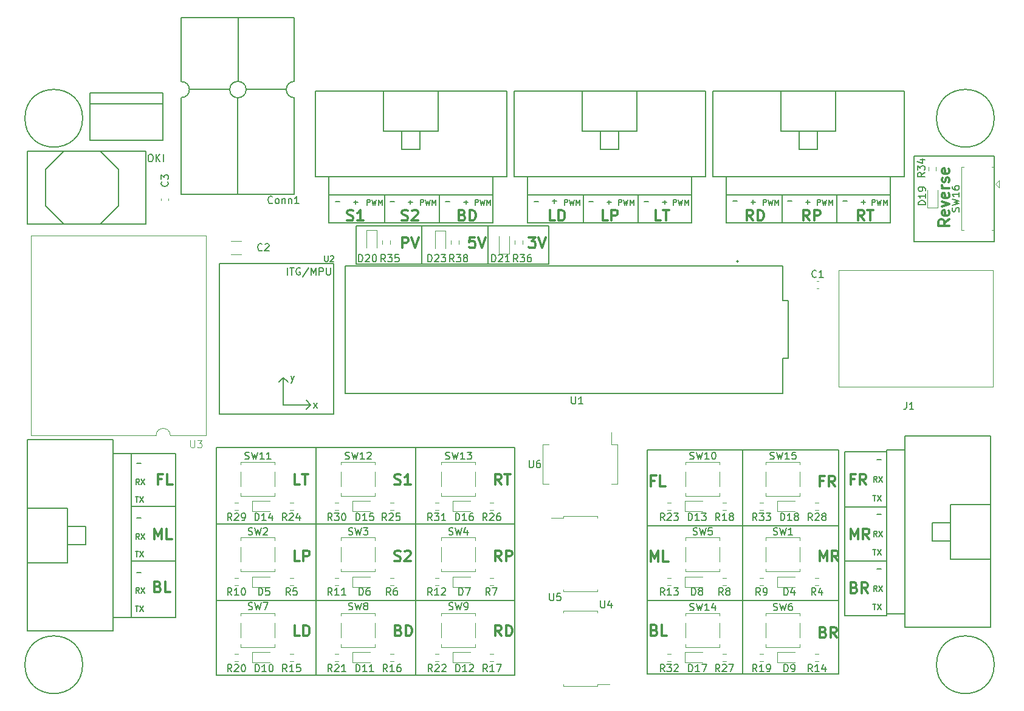
<source format=gbr>
%TF.GenerationSoftware,KiCad,Pcbnew,7.0.7*%
%TF.CreationDate,2024-03-26T15:37:16-05:00*%
%TF.ProjectId,CoreBoard,436f7265-426f-4617-9264-2e6b69636164,rev?*%
%TF.SameCoordinates,Original*%
%TF.FileFunction,Legend,Top*%
%TF.FilePolarity,Positive*%
%FSLAX46Y46*%
G04 Gerber Fmt 4.6, Leading zero omitted, Abs format (unit mm)*
G04 Created by KiCad (PCBNEW 7.0.7) date 2024-03-26 15:37:16*
%MOMM*%
%LPD*%
G01*
G04 APERTURE LIST*
%ADD10C,0.150000*%
%ADD11C,0.190500*%
%ADD12C,0.300000*%
%ADD13C,0.100000*%
%ADD14C,0.120000*%
%ADD15C,0.127000*%
%ADD16C,0.200000*%
G04 APERTURE END LIST*
D10*
X164846000Y-103276400D02*
X178206400Y-103276400D01*
X178206400Y-113690400D01*
X164846000Y-113690400D01*
X164846000Y-103276400D01*
X110947200Y-61518800D02*
X120142000Y-61518800D01*
X120142000Y-66852800D01*
X110947200Y-66852800D01*
X110947200Y-61518800D01*
X79629000Y-93218000D02*
X85852000Y-93218000D01*
X85852000Y-116078000D01*
X79629000Y-116078000D01*
X79629000Y-93218000D01*
X151485600Y-113690400D02*
X164846000Y-113690400D01*
X164846000Y-124002800D01*
X151485600Y-124002800D01*
X151485600Y-113690400D01*
X105359200Y-103073200D02*
X119227600Y-103073200D01*
X119227600Y-113741200D01*
X105359200Y-113741200D01*
X105359200Y-103073200D01*
X91490800Y-92354400D02*
X105359200Y-92354400D01*
X105359200Y-103073200D01*
X91490800Y-103073200D01*
X91490800Y-92354400D01*
X122555000Y-61099700D02*
X122555000Y-57162700D01*
X150241000Y-61099700D02*
X150241000Y-57162700D01*
X134874000Y-57162700D02*
X157734000Y-57162700D01*
X157734000Y-61099700D01*
X134874000Y-61099700D01*
X134874000Y-57162700D01*
X85852000Y-100584000D02*
X79629000Y-100584000D01*
X129336800Y-61518800D02*
X137820400Y-61518800D01*
X137820400Y-66852800D01*
X129336800Y-66852800D01*
X129336800Y-61518800D01*
X91490800Y-103073200D02*
X105359200Y-103073200D01*
X105359200Y-113741200D01*
X91490800Y-113741200D01*
X91490800Y-103073200D01*
X85852000Y-108204000D02*
X79629000Y-108204000D01*
X119227600Y-92354400D02*
X133096000Y-92354400D01*
X133096000Y-103073200D01*
X119227600Y-103073200D01*
X119227600Y-92354400D01*
X107188000Y-57162700D02*
X130048000Y-57162700D01*
X130048000Y-61099700D01*
X107188000Y-61099700D01*
X107188000Y-57162700D01*
X170307000Y-61087000D02*
X170307000Y-57150000D01*
X119227600Y-113741200D02*
X133096000Y-113741200D01*
X133096000Y-124104400D01*
X119227600Y-124104400D01*
X119227600Y-113741200D01*
X119227600Y-103073200D02*
X133096000Y-103073200D01*
X133096000Y-113741200D01*
X119227600Y-113741200D01*
X119227600Y-103073200D01*
X142621000Y-61099700D02*
X142621000Y-57162700D01*
X105359200Y-92354400D02*
X119227600Y-92354400D01*
X119227600Y-103073200D01*
X105359200Y-103073200D01*
X105359200Y-92354400D01*
X184912000Y-100711000D02*
X179070000Y-100711000D01*
X164846000Y-113690400D02*
X178206400Y-113690400D01*
X178206400Y-124002800D01*
X164846000Y-124002800D01*
X164846000Y-113690400D01*
X162560000Y-57150000D02*
X185420000Y-57150000D01*
X185420000Y-61087000D01*
X162560000Y-61087000D01*
X162560000Y-57150000D01*
X151485600Y-92710000D02*
X164846000Y-92710000D01*
X164846000Y-103276400D01*
X151485600Y-103276400D01*
X151485600Y-92710000D01*
X188722000Y-51765200D02*
X199898000Y-51765200D01*
X199898000Y-63652400D01*
X188722000Y-63652400D01*
X188722000Y-51765200D01*
X151485600Y-103276400D02*
X164846000Y-103276400D01*
X164846000Y-113690400D01*
X151485600Y-113690400D01*
X151485600Y-103276400D01*
X164846000Y-92710000D02*
X178206400Y-92710000D01*
X178206400Y-103276400D01*
X164846000Y-103276400D01*
X164846000Y-92710000D01*
X177927000Y-61087000D02*
X177927000Y-57150000D01*
X179070000Y-92964000D02*
X184912000Y-92964000D01*
X184912000Y-115824000D01*
X179070000Y-115824000D01*
X179070000Y-92964000D01*
X120142000Y-61518800D02*
X129336800Y-61518800D01*
X129336800Y-66852800D01*
X120142000Y-66852800D01*
X120142000Y-61518800D01*
X105359200Y-113741200D02*
X119227600Y-113741200D01*
X119227600Y-124104400D01*
X105359200Y-124104400D01*
X105359200Y-113741200D01*
X184912000Y-108204000D02*
X179070000Y-108204000D01*
X114935000Y-61099700D02*
X114935000Y-57162700D01*
X91490800Y-113741200D02*
X105359200Y-113741200D01*
X105359200Y-124104400D01*
X91490800Y-124104400D01*
X91490800Y-113741200D01*
D11*
X108659243Y-58064146D02*
X108078672Y-58064146D01*
X80752185Y-112672839D02*
X80498185Y-112309982D01*
X80316756Y-112672839D02*
X80316756Y-111910839D01*
X80316756Y-111910839D02*
X80607042Y-111910839D01*
X80607042Y-111910839D02*
X80679613Y-111947125D01*
X80679613Y-111947125D02*
X80715899Y-111983411D01*
X80715899Y-111983411D02*
X80752185Y-112055982D01*
X80752185Y-112055982D02*
X80752185Y-112164839D01*
X80752185Y-112164839D02*
X80715899Y-112237411D01*
X80715899Y-112237411D02*
X80679613Y-112273696D01*
X80679613Y-112273696D02*
X80607042Y-112309982D01*
X80607042Y-112309982D02*
X80316756Y-112309982D01*
X81006185Y-111910839D02*
X81514185Y-112672839D01*
X81514185Y-111910839D02*
X81006185Y-112672839D01*
X179398243Y-58051446D02*
X178817672Y-58051446D01*
X154252243Y-58191146D02*
X153671672Y-58191146D01*
X153961957Y-57900860D02*
X153961957Y-58481431D01*
D12*
X82850510Y-105210828D02*
X82850510Y-103710828D01*
X82850510Y-103710828D02*
X83350510Y-104782257D01*
X83350510Y-104782257D02*
X83850510Y-103710828D01*
X83850510Y-103710828D02*
X83850510Y-105210828D01*
X85279082Y-105210828D02*
X84564796Y-105210828D01*
X84564796Y-105210828D02*
X84564796Y-103710828D01*
D11*
X184097243Y-101739446D02*
X183516672Y-101739446D01*
D12*
X180378510Y-111918114D02*
X180592796Y-111989542D01*
X180592796Y-111989542D02*
X180664225Y-112060971D01*
X180664225Y-112060971D02*
X180735653Y-112203828D01*
X180735653Y-112203828D02*
X180735653Y-112418114D01*
X180735653Y-112418114D02*
X180664225Y-112560971D01*
X180664225Y-112560971D02*
X180592796Y-112632400D01*
X180592796Y-112632400D02*
X180449939Y-112703828D01*
X180449939Y-112703828D02*
X179878510Y-112703828D01*
X179878510Y-112703828D02*
X179878510Y-111203828D01*
X179878510Y-111203828D02*
X180378510Y-111203828D01*
X180378510Y-111203828D02*
X180521368Y-111275257D01*
X180521368Y-111275257D02*
X180592796Y-111346685D01*
X180592796Y-111346685D02*
X180664225Y-111489542D01*
X180664225Y-111489542D02*
X180664225Y-111632400D01*
X180664225Y-111632400D02*
X180592796Y-111775257D01*
X180592796Y-111775257D02*
X180521368Y-111846685D01*
X180521368Y-111846685D02*
X180378510Y-111918114D01*
X180378510Y-111918114D02*
X179878510Y-111918114D01*
X182235653Y-112703828D02*
X181735653Y-111989542D01*
X181378510Y-112703828D02*
X181378510Y-111203828D01*
X181378510Y-111203828D02*
X181949939Y-111203828D01*
X181949939Y-111203828D02*
X182092796Y-111275257D01*
X182092796Y-111275257D02*
X182164225Y-111346685D01*
X182164225Y-111346685D02*
X182235653Y-111489542D01*
X182235653Y-111489542D02*
X182235653Y-111703828D01*
X182235653Y-111703828D02*
X182164225Y-111846685D01*
X182164225Y-111846685D02*
X182092796Y-111918114D01*
X182092796Y-111918114D02*
X181949939Y-111989542D01*
X181949939Y-111989542D02*
X181378510Y-111989542D01*
D11*
X80752185Y-105179839D02*
X80498185Y-104816982D01*
X80316756Y-105179839D02*
X80316756Y-104417839D01*
X80316756Y-104417839D02*
X80607042Y-104417839D01*
X80607042Y-104417839D02*
X80679613Y-104454125D01*
X80679613Y-104454125D02*
X80715899Y-104490411D01*
X80715899Y-104490411D02*
X80752185Y-104562982D01*
X80752185Y-104562982D02*
X80752185Y-104671839D01*
X80752185Y-104671839D02*
X80715899Y-104744411D01*
X80715899Y-104744411D02*
X80679613Y-104780696D01*
X80679613Y-104780696D02*
X80607042Y-104816982D01*
X80607042Y-104816982D02*
X80316756Y-104816982D01*
X81006185Y-104417839D02*
X81514185Y-105179839D01*
X81514185Y-104417839D02*
X81006185Y-105179839D01*
X182950899Y-99083839D02*
X183386328Y-99083839D01*
X183168613Y-99845839D02*
X183168613Y-99083839D01*
X183567756Y-99083839D02*
X184075756Y-99845839D01*
X184075756Y-99083839D02*
X183567756Y-99845839D01*
D12*
X83350510Y-111791114D02*
X83564796Y-111862542D01*
X83564796Y-111862542D02*
X83636225Y-111933971D01*
X83636225Y-111933971D02*
X83707653Y-112076828D01*
X83707653Y-112076828D02*
X83707653Y-112291114D01*
X83707653Y-112291114D02*
X83636225Y-112433971D01*
X83636225Y-112433971D02*
X83564796Y-112505400D01*
X83564796Y-112505400D02*
X83421939Y-112576828D01*
X83421939Y-112576828D02*
X82850510Y-112576828D01*
X82850510Y-112576828D02*
X82850510Y-111076828D01*
X82850510Y-111076828D02*
X83350510Y-111076828D01*
X83350510Y-111076828D02*
X83493368Y-111148257D01*
X83493368Y-111148257D02*
X83564796Y-111219685D01*
X83564796Y-111219685D02*
X83636225Y-111362542D01*
X83636225Y-111362542D02*
X83636225Y-111505400D01*
X83636225Y-111505400D02*
X83564796Y-111648257D01*
X83564796Y-111648257D02*
X83493368Y-111719685D01*
X83493368Y-111719685D02*
X83350510Y-111791114D01*
X83350510Y-111791114D02*
X82850510Y-111791114D01*
X85064796Y-112576828D02*
X84350510Y-112576828D01*
X84350510Y-112576828D02*
X84350510Y-111076828D01*
X127506796Y-63070828D02*
X126792510Y-63070828D01*
X126792510Y-63070828D02*
X126721082Y-63785114D01*
X126721082Y-63785114D02*
X126792510Y-63713685D01*
X126792510Y-63713685D02*
X126935368Y-63642257D01*
X126935368Y-63642257D02*
X127292510Y-63642257D01*
X127292510Y-63642257D02*
X127435368Y-63713685D01*
X127435368Y-63713685D02*
X127506796Y-63785114D01*
X127506796Y-63785114D02*
X127578225Y-63927971D01*
X127578225Y-63927971D02*
X127578225Y-64285114D01*
X127578225Y-64285114D02*
X127506796Y-64427971D01*
X127506796Y-64427971D02*
X127435368Y-64499400D01*
X127435368Y-64499400D02*
X127292510Y-64570828D01*
X127292510Y-64570828D02*
X126935368Y-64570828D01*
X126935368Y-64570828D02*
X126792510Y-64499400D01*
X126792510Y-64499400D02*
X126721082Y-64427971D01*
X128006796Y-63070828D02*
X128506796Y-64570828D01*
X128506796Y-64570828D02*
X129006796Y-63070828D01*
X174131653Y-60760828D02*
X173631653Y-60046542D01*
X173274510Y-60760828D02*
X173274510Y-59260828D01*
X173274510Y-59260828D02*
X173845939Y-59260828D01*
X173845939Y-59260828D02*
X173988796Y-59332257D01*
X173988796Y-59332257D02*
X174060225Y-59403685D01*
X174060225Y-59403685D02*
X174131653Y-59546542D01*
X174131653Y-59546542D02*
X174131653Y-59760828D01*
X174131653Y-59760828D02*
X174060225Y-59903685D01*
X174060225Y-59903685D02*
X173988796Y-59975114D01*
X173988796Y-59975114D02*
X173845939Y-60046542D01*
X173845939Y-60046542D02*
X173274510Y-60046542D01*
X174774510Y-60760828D02*
X174774510Y-59260828D01*
X174774510Y-59260828D02*
X175345939Y-59260828D01*
X175345939Y-59260828D02*
X175488796Y-59332257D01*
X175488796Y-59332257D02*
X175560225Y-59403685D01*
X175560225Y-59403685D02*
X175631653Y-59546542D01*
X175631653Y-59546542D02*
X175631653Y-59760828D01*
X175631653Y-59760828D02*
X175560225Y-59903685D01*
X175560225Y-59903685D02*
X175488796Y-59975114D01*
X175488796Y-59975114D02*
X175345939Y-60046542D01*
X175345939Y-60046542D02*
X174774510Y-60046542D01*
X166257653Y-60760828D02*
X165757653Y-60046542D01*
X165400510Y-60760828D02*
X165400510Y-59260828D01*
X165400510Y-59260828D02*
X165971939Y-59260828D01*
X165971939Y-59260828D02*
X166114796Y-59332257D01*
X166114796Y-59332257D02*
X166186225Y-59403685D01*
X166186225Y-59403685D02*
X166257653Y-59546542D01*
X166257653Y-59546542D02*
X166257653Y-59760828D01*
X166257653Y-59760828D02*
X166186225Y-59903685D01*
X166186225Y-59903685D02*
X166114796Y-59975114D01*
X166114796Y-59975114D02*
X165971939Y-60046542D01*
X165971939Y-60046542D02*
X165400510Y-60046542D01*
X166900510Y-60760828D02*
X166900510Y-59260828D01*
X166900510Y-59260828D02*
X167257653Y-59260828D01*
X167257653Y-59260828D02*
X167471939Y-59332257D01*
X167471939Y-59332257D02*
X167614796Y-59475114D01*
X167614796Y-59475114D02*
X167686225Y-59617971D01*
X167686225Y-59617971D02*
X167757653Y-59903685D01*
X167757653Y-59903685D02*
X167757653Y-60117971D01*
X167757653Y-60117971D02*
X167686225Y-60403685D01*
X167686225Y-60403685D02*
X167614796Y-60546542D01*
X167614796Y-60546542D02*
X167471939Y-60689400D01*
X167471939Y-60689400D02*
X167257653Y-60760828D01*
X167257653Y-60760828D02*
X166900510Y-60760828D01*
X152540110Y-117861714D02*
X152754396Y-117933142D01*
X152754396Y-117933142D02*
X152825825Y-118004571D01*
X152825825Y-118004571D02*
X152897253Y-118147428D01*
X152897253Y-118147428D02*
X152897253Y-118361714D01*
X152897253Y-118361714D02*
X152825825Y-118504571D01*
X152825825Y-118504571D02*
X152754396Y-118576000D01*
X152754396Y-118576000D02*
X152611539Y-118647428D01*
X152611539Y-118647428D02*
X152040110Y-118647428D01*
X152040110Y-118647428D02*
X152040110Y-117147428D01*
X152040110Y-117147428D02*
X152540110Y-117147428D01*
X152540110Y-117147428D02*
X152682968Y-117218857D01*
X152682968Y-117218857D02*
X152754396Y-117290285D01*
X152754396Y-117290285D02*
X152825825Y-117433142D01*
X152825825Y-117433142D02*
X152825825Y-117576000D01*
X152825825Y-117576000D02*
X152754396Y-117718857D01*
X152754396Y-117718857D02*
X152682968Y-117790285D01*
X152682968Y-117790285D02*
X152540110Y-117861714D01*
X152540110Y-117861714D02*
X152040110Y-117861714D01*
X154254396Y-118647428D02*
X153540110Y-118647428D01*
X153540110Y-118647428D02*
X153540110Y-117147428D01*
X175560510Y-108258828D02*
X175560510Y-106758828D01*
X175560510Y-106758828D02*
X176060510Y-107830257D01*
X176060510Y-107830257D02*
X176560510Y-106758828D01*
X176560510Y-106758828D02*
X176560510Y-108258828D01*
X178131939Y-108258828D02*
X177631939Y-107544542D01*
X177274796Y-108258828D02*
X177274796Y-106758828D01*
X177274796Y-106758828D02*
X177846225Y-106758828D01*
X177846225Y-106758828D02*
X177989082Y-106830257D01*
X177989082Y-106830257D02*
X178060511Y-106901685D01*
X178060511Y-106901685D02*
X178131939Y-107044542D01*
X178131939Y-107044542D02*
X178131939Y-107258828D01*
X178131939Y-107258828D02*
X178060511Y-107401685D01*
X178060511Y-107401685D02*
X177989082Y-107473114D01*
X177989082Y-107473114D02*
X177846225Y-107544542D01*
X177846225Y-107544542D02*
X177274796Y-107544542D01*
D11*
X111199243Y-58191146D02*
X110618672Y-58191146D01*
X110908957Y-57900860D02*
X110908957Y-58481431D01*
D12*
X176060510Y-97059114D02*
X175560510Y-97059114D01*
X175560510Y-97844828D02*
X175560510Y-96344828D01*
X175560510Y-96344828D02*
X176274796Y-96344828D01*
X177703367Y-97844828D02*
X177203367Y-97130542D01*
X176846224Y-97844828D02*
X176846224Y-96344828D01*
X176846224Y-96344828D02*
X177417653Y-96344828D01*
X177417653Y-96344828D02*
X177560510Y-96416257D01*
X177560510Y-96416257D02*
X177631939Y-96487685D01*
X177631939Y-96487685D02*
X177703367Y-96630542D01*
X177703367Y-96630542D02*
X177703367Y-96844828D01*
X177703367Y-96844828D02*
X177631939Y-96987685D01*
X177631939Y-96987685D02*
X177560510Y-97059114D01*
X177560510Y-97059114D02*
X177417653Y-97130542D01*
X177417653Y-97130542D02*
X176846224Y-97130542D01*
D11*
X171651243Y-58051446D02*
X171070672Y-58051446D01*
X151712243Y-58064146D02*
X151131672Y-58064146D01*
D12*
X131205653Y-108258828D02*
X130705653Y-107544542D01*
X130348510Y-108258828D02*
X130348510Y-106758828D01*
X130348510Y-106758828D02*
X130919939Y-106758828D01*
X130919939Y-106758828D02*
X131062796Y-106830257D01*
X131062796Y-106830257D02*
X131134225Y-106901685D01*
X131134225Y-106901685D02*
X131205653Y-107044542D01*
X131205653Y-107044542D02*
X131205653Y-107258828D01*
X131205653Y-107258828D02*
X131134225Y-107401685D01*
X131134225Y-107401685D02*
X131062796Y-107473114D01*
X131062796Y-107473114D02*
X130919939Y-107544542D01*
X130919939Y-107544542D02*
X130348510Y-107544542D01*
X131848510Y-108258828D02*
X131848510Y-106758828D01*
X131848510Y-106758828D02*
X132419939Y-106758828D01*
X132419939Y-106758828D02*
X132562796Y-106830257D01*
X132562796Y-106830257D02*
X132634225Y-106901685D01*
X132634225Y-106901685D02*
X132705653Y-107044542D01*
X132705653Y-107044542D02*
X132705653Y-107258828D01*
X132705653Y-107258828D02*
X132634225Y-107401685D01*
X132634225Y-107401685D02*
X132562796Y-107473114D01*
X132562796Y-107473114D02*
X132419939Y-107544542D01*
X132419939Y-107544542D02*
X131848510Y-107544542D01*
D11*
X181938243Y-58178446D02*
X181357672Y-58178446D01*
X181647957Y-57888160D02*
X181647957Y-58468731D01*
X124026243Y-58064146D02*
X123445672Y-58064146D01*
X80207899Y-114450839D02*
X80643328Y-114450839D01*
X80425613Y-115212839D02*
X80425613Y-114450839D01*
X80824756Y-114450839D02*
X81332756Y-115212839D01*
X81332756Y-114450839D02*
X80824756Y-115212839D01*
X80752185Y-97559839D02*
X80498185Y-97196982D01*
X80316756Y-97559839D02*
X80316756Y-96797839D01*
X80316756Y-96797839D02*
X80607042Y-96797839D01*
X80607042Y-96797839D02*
X80679613Y-96834125D01*
X80679613Y-96834125D02*
X80715899Y-96870411D01*
X80715899Y-96870411D02*
X80752185Y-96942982D01*
X80752185Y-96942982D02*
X80752185Y-97051839D01*
X80752185Y-97051839D02*
X80715899Y-97124411D01*
X80715899Y-97124411D02*
X80679613Y-97160696D01*
X80679613Y-97160696D02*
X80607042Y-97196982D01*
X80607042Y-97196982D02*
X80316756Y-97196982D01*
X81006185Y-96797839D02*
X81514185Y-97559839D01*
X81514185Y-96797839D02*
X81006185Y-97559839D01*
X112447756Y-58570839D02*
X112447756Y-57808839D01*
X112447756Y-57808839D02*
X112738042Y-57808839D01*
X112738042Y-57808839D02*
X112810613Y-57845125D01*
X112810613Y-57845125D02*
X112846899Y-57881411D01*
X112846899Y-57881411D02*
X112883185Y-57953982D01*
X112883185Y-57953982D02*
X112883185Y-58062839D01*
X112883185Y-58062839D02*
X112846899Y-58135411D01*
X112846899Y-58135411D02*
X112810613Y-58171696D01*
X112810613Y-58171696D02*
X112738042Y-58207982D01*
X112738042Y-58207982D02*
X112447756Y-58207982D01*
X113137185Y-57808839D02*
X113318613Y-58570839D01*
X113318613Y-58570839D02*
X113463756Y-58026554D01*
X113463756Y-58026554D02*
X113608899Y-58570839D01*
X113608899Y-58570839D02*
X113790328Y-57808839D01*
X114080613Y-58570839D02*
X114080613Y-57808839D01*
X114080613Y-57808839D02*
X114334613Y-58353125D01*
X114334613Y-58353125D02*
X114588613Y-57808839D01*
X114588613Y-57808839D02*
X114588613Y-58570839D01*
X175185756Y-58570839D02*
X175185756Y-57808839D01*
X175185756Y-57808839D02*
X175476042Y-57808839D01*
X175476042Y-57808839D02*
X175548613Y-57845125D01*
X175548613Y-57845125D02*
X175584899Y-57881411D01*
X175584899Y-57881411D02*
X175621185Y-57953982D01*
X175621185Y-57953982D02*
X175621185Y-58062839D01*
X175621185Y-58062839D02*
X175584899Y-58135411D01*
X175584899Y-58135411D02*
X175548613Y-58171696D01*
X175548613Y-58171696D02*
X175476042Y-58207982D01*
X175476042Y-58207982D02*
X175185756Y-58207982D01*
X175875185Y-57808839D02*
X176056613Y-58570839D01*
X176056613Y-58570839D02*
X176201756Y-58026554D01*
X176201756Y-58026554D02*
X176346899Y-58570839D01*
X176346899Y-58570839D02*
X176528328Y-57808839D01*
X176818613Y-58570839D02*
X176818613Y-57808839D01*
X176818613Y-57808839D02*
X177072613Y-58353125D01*
X177072613Y-58353125D02*
X177326613Y-57808839D01*
X177326613Y-57808839D02*
X177326613Y-58570839D01*
D12*
X193590328Y-60598346D02*
X192876042Y-61098346D01*
X193590328Y-61455489D02*
X192090328Y-61455489D01*
X192090328Y-61455489D02*
X192090328Y-60884060D01*
X192090328Y-60884060D02*
X192161757Y-60741203D01*
X192161757Y-60741203D02*
X192233185Y-60669774D01*
X192233185Y-60669774D02*
X192376042Y-60598346D01*
X192376042Y-60598346D02*
X192590328Y-60598346D01*
X192590328Y-60598346D02*
X192733185Y-60669774D01*
X192733185Y-60669774D02*
X192804614Y-60741203D01*
X192804614Y-60741203D02*
X192876042Y-60884060D01*
X192876042Y-60884060D02*
X192876042Y-61455489D01*
X193518900Y-59384060D02*
X193590328Y-59526917D01*
X193590328Y-59526917D02*
X193590328Y-59812632D01*
X193590328Y-59812632D02*
X193518900Y-59955489D01*
X193518900Y-59955489D02*
X193376042Y-60026917D01*
X193376042Y-60026917D02*
X192804614Y-60026917D01*
X192804614Y-60026917D02*
X192661757Y-59955489D01*
X192661757Y-59955489D02*
X192590328Y-59812632D01*
X192590328Y-59812632D02*
X192590328Y-59526917D01*
X192590328Y-59526917D02*
X192661757Y-59384060D01*
X192661757Y-59384060D02*
X192804614Y-59312632D01*
X192804614Y-59312632D02*
X192947471Y-59312632D01*
X192947471Y-59312632D02*
X193090328Y-60026917D01*
X192590328Y-58812632D02*
X193590328Y-58455489D01*
X193590328Y-58455489D02*
X192590328Y-58098346D01*
X193518900Y-56955489D02*
X193590328Y-57098346D01*
X193590328Y-57098346D02*
X193590328Y-57384061D01*
X193590328Y-57384061D02*
X193518900Y-57526918D01*
X193518900Y-57526918D02*
X193376042Y-57598346D01*
X193376042Y-57598346D02*
X192804614Y-57598346D01*
X192804614Y-57598346D02*
X192661757Y-57526918D01*
X192661757Y-57526918D02*
X192590328Y-57384061D01*
X192590328Y-57384061D02*
X192590328Y-57098346D01*
X192590328Y-57098346D02*
X192661757Y-56955489D01*
X192661757Y-56955489D02*
X192804614Y-56884061D01*
X192804614Y-56884061D02*
X192947471Y-56884061D01*
X192947471Y-56884061D02*
X193090328Y-57598346D01*
X193590328Y-56241204D02*
X192590328Y-56241204D01*
X192876042Y-56241204D02*
X192733185Y-56169775D01*
X192733185Y-56169775D02*
X192661757Y-56098347D01*
X192661757Y-56098347D02*
X192590328Y-55955489D01*
X192590328Y-55955489D02*
X192590328Y-55812632D01*
X193518900Y-55384061D02*
X193590328Y-55241204D01*
X193590328Y-55241204D02*
X193590328Y-54955490D01*
X193590328Y-54955490D02*
X193518900Y-54812633D01*
X193518900Y-54812633D02*
X193376042Y-54741204D01*
X193376042Y-54741204D02*
X193304614Y-54741204D01*
X193304614Y-54741204D02*
X193161757Y-54812633D01*
X193161757Y-54812633D02*
X193090328Y-54955490D01*
X193090328Y-54955490D02*
X193090328Y-55169776D01*
X193090328Y-55169776D02*
X193018900Y-55312633D01*
X193018900Y-55312633D02*
X192876042Y-55384061D01*
X192876042Y-55384061D02*
X192804614Y-55384061D01*
X192804614Y-55384061D02*
X192661757Y-55312633D01*
X192661757Y-55312633D02*
X192590328Y-55169776D01*
X192590328Y-55169776D02*
X192590328Y-54955490D01*
X192590328Y-54955490D02*
X192661757Y-54812633D01*
X193518900Y-53526918D02*
X193590328Y-53669775D01*
X193590328Y-53669775D02*
X193590328Y-53955490D01*
X193590328Y-53955490D02*
X193518900Y-54098347D01*
X193518900Y-54098347D02*
X193376042Y-54169775D01*
X193376042Y-54169775D02*
X192804614Y-54169775D01*
X192804614Y-54169775D02*
X192661757Y-54098347D01*
X192661757Y-54098347D02*
X192590328Y-53955490D01*
X192590328Y-53955490D02*
X192590328Y-53669775D01*
X192590328Y-53669775D02*
X192661757Y-53526918D01*
X192661757Y-53526918D02*
X192804614Y-53455490D01*
X192804614Y-53455490D02*
X192947471Y-53455490D01*
X192947471Y-53455490D02*
X193090328Y-54169775D01*
D11*
X184097243Y-94119446D02*
X183516672Y-94119446D01*
X80973243Y-109867446D02*
X80392672Y-109867446D01*
X127560756Y-58570839D02*
X127560756Y-57808839D01*
X127560756Y-57808839D02*
X127851042Y-57808839D01*
X127851042Y-57808839D02*
X127923613Y-57845125D01*
X127923613Y-57845125D02*
X127959899Y-57881411D01*
X127959899Y-57881411D02*
X127996185Y-57953982D01*
X127996185Y-57953982D02*
X127996185Y-58062839D01*
X127996185Y-58062839D02*
X127959899Y-58135411D01*
X127959899Y-58135411D02*
X127923613Y-58171696D01*
X127923613Y-58171696D02*
X127851042Y-58207982D01*
X127851042Y-58207982D02*
X127560756Y-58207982D01*
X128250185Y-57808839D02*
X128431613Y-58570839D01*
X128431613Y-58570839D02*
X128576756Y-58026554D01*
X128576756Y-58026554D02*
X128721899Y-58570839D01*
X128721899Y-58570839D02*
X128903328Y-57808839D01*
X129193613Y-58570839D02*
X129193613Y-57808839D01*
X129193613Y-57808839D02*
X129447613Y-58353125D01*
X129447613Y-58353125D02*
X129701613Y-57808839D01*
X129701613Y-57808839D02*
X129701613Y-58570839D01*
D12*
X152540110Y-97008314D02*
X152040110Y-97008314D01*
X152040110Y-97794028D02*
X152040110Y-96294028D01*
X152040110Y-96294028D02*
X152754396Y-96294028D01*
X154040110Y-97794028D02*
X153325824Y-97794028D01*
X153325824Y-97794028D02*
X153325824Y-96294028D01*
X138682796Y-60760828D02*
X137968510Y-60760828D01*
X137968510Y-60760828D02*
X137968510Y-59260828D01*
X139182796Y-60760828D02*
X139182796Y-59260828D01*
X139182796Y-59260828D02*
X139539939Y-59260828D01*
X139539939Y-59260828D02*
X139754225Y-59332257D01*
X139754225Y-59332257D02*
X139897082Y-59475114D01*
X139897082Y-59475114D02*
X139968511Y-59617971D01*
X139968511Y-59617971D02*
X140039939Y-59903685D01*
X140039939Y-59903685D02*
X140039939Y-60117971D01*
X140039939Y-60117971D02*
X139968511Y-60403685D01*
X139968511Y-60403685D02*
X139897082Y-60546542D01*
X139897082Y-60546542D02*
X139754225Y-60689400D01*
X139754225Y-60689400D02*
X139539939Y-60760828D01*
X139539939Y-60760828D02*
X139182796Y-60760828D01*
D11*
X184097243Y-109359446D02*
X183516672Y-109359446D01*
X119940756Y-58570839D02*
X119940756Y-57808839D01*
X119940756Y-57808839D02*
X120231042Y-57808839D01*
X120231042Y-57808839D02*
X120303613Y-57845125D01*
X120303613Y-57845125D02*
X120339899Y-57881411D01*
X120339899Y-57881411D02*
X120376185Y-57953982D01*
X120376185Y-57953982D02*
X120376185Y-58062839D01*
X120376185Y-58062839D02*
X120339899Y-58135411D01*
X120339899Y-58135411D02*
X120303613Y-58171696D01*
X120303613Y-58171696D02*
X120231042Y-58207982D01*
X120231042Y-58207982D02*
X119940756Y-58207982D01*
X120630185Y-57808839D02*
X120811613Y-58570839D01*
X120811613Y-58570839D02*
X120956756Y-58026554D01*
X120956756Y-58026554D02*
X121101899Y-58570839D01*
X121101899Y-58570839D02*
X121283328Y-57808839D01*
X121573613Y-58570839D02*
X121573613Y-57808839D01*
X121573613Y-57808839D02*
X121827613Y-58353125D01*
X121827613Y-58353125D02*
X122081613Y-57808839D01*
X122081613Y-57808839D02*
X122081613Y-58570839D01*
D12*
X125768510Y-59975114D02*
X125982796Y-60046542D01*
X125982796Y-60046542D02*
X126054225Y-60117971D01*
X126054225Y-60117971D02*
X126125653Y-60260828D01*
X126125653Y-60260828D02*
X126125653Y-60475114D01*
X126125653Y-60475114D02*
X126054225Y-60617971D01*
X126054225Y-60617971D02*
X125982796Y-60689400D01*
X125982796Y-60689400D02*
X125839939Y-60760828D01*
X125839939Y-60760828D02*
X125268510Y-60760828D01*
X125268510Y-60760828D02*
X125268510Y-59260828D01*
X125268510Y-59260828D02*
X125768510Y-59260828D01*
X125768510Y-59260828D02*
X125911368Y-59332257D01*
X125911368Y-59332257D02*
X125982796Y-59403685D01*
X125982796Y-59403685D02*
X126054225Y-59546542D01*
X126054225Y-59546542D02*
X126054225Y-59689400D01*
X126054225Y-59689400D02*
X125982796Y-59832257D01*
X125982796Y-59832257D02*
X125911368Y-59903685D01*
X125911368Y-59903685D02*
X125768510Y-59975114D01*
X125768510Y-59975114D02*
X125268510Y-59975114D01*
X126768510Y-60760828D02*
X126768510Y-59260828D01*
X126768510Y-59260828D02*
X127125653Y-59260828D01*
X127125653Y-59260828D02*
X127339939Y-59332257D01*
X127339939Y-59332257D02*
X127482796Y-59475114D01*
X127482796Y-59475114D02*
X127554225Y-59617971D01*
X127554225Y-59617971D02*
X127625653Y-59903685D01*
X127625653Y-59903685D02*
X127625653Y-60117971D01*
X127625653Y-60117971D02*
X127554225Y-60403685D01*
X127554225Y-60403685D02*
X127482796Y-60546542D01*
X127482796Y-60546542D02*
X127339939Y-60689400D01*
X127339939Y-60689400D02*
X127125653Y-60760828D01*
X127125653Y-60760828D02*
X126768510Y-60760828D01*
D11*
X136345243Y-58064146D02*
X135764672Y-58064146D01*
X183495185Y-112418839D02*
X183241185Y-112055982D01*
X183059756Y-112418839D02*
X183059756Y-111656839D01*
X183059756Y-111656839D02*
X183350042Y-111656839D01*
X183350042Y-111656839D02*
X183422613Y-111693125D01*
X183422613Y-111693125D02*
X183458899Y-111729411D01*
X183458899Y-111729411D02*
X183495185Y-111801982D01*
X183495185Y-111801982D02*
X183495185Y-111910839D01*
X183495185Y-111910839D02*
X183458899Y-111983411D01*
X183458899Y-111983411D02*
X183422613Y-112019696D01*
X183422613Y-112019696D02*
X183350042Y-112055982D01*
X183350042Y-112055982D02*
X183059756Y-112055982D01*
X183749185Y-111656839D02*
X184257185Y-112418839D01*
X184257185Y-111656839D02*
X183749185Y-112418839D01*
D12*
X135031653Y-63070828D02*
X135960225Y-63070828D01*
X135960225Y-63070828D02*
X135460225Y-63642257D01*
X135460225Y-63642257D02*
X135674510Y-63642257D01*
X135674510Y-63642257D02*
X135817368Y-63713685D01*
X135817368Y-63713685D02*
X135888796Y-63785114D01*
X135888796Y-63785114D02*
X135960225Y-63927971D01*
X135960225Y-63927971D02*
X135960225Y-64285114D01*
X135960225Y-64285114D02*
X135888796Y-64427971D01*
X135888796Y-64427971D02*
X135817368Y-64499400D01*
X135817368Y-64499400D02*
X135674510Y-64570828D01*
X135674510Y-64570828D02*
X135245939Y-64570828D01*
X135245939Y-64570828D02*
X135103082Y-64499400D01*
X135103082Y-64499400D02*
X135031653Y-64427971D01*
X136388796Y-63070828D02*
X136888796Y-64570828D01*
X136888796Y-64570828D02*
X137388796Y-63070828D01*
D11*
X164031243Y-58051446D02*
X163450672Y-58051446D01*
D12*
X153414796Y-60760828D02*
X152700510Y-60760828D01*
X152700510Y-60760828D02*
X152700510Y-59260828D01*
X153700511Y-59260828D02*
X154557654Y-59260828D01*
X154129082Y-60760828D02*
X154129082Y-59260828D01*
D11*
X147499756Y-58570839D02*
X147499756Y-57808839D01*
X147499756Y-57808839D02*
X147790042Y-57808839D01*
X147790042Y-57808839D02*
X147862613Y-57845125D01*
X147862613Y-57845125D02*
X147898899Y-57881411D01*
X147898899Y-57881411D02*
X147935185Y-57953982D01*
X147935185Y-57953982D02*
X147935185Y-58062839D01*
X147935185Y-58062839D02*
X147898899Y-58135411D01*
X147898899Y-58135411D02*
X147862613Y-58171696D01*
X147862613Y-58171696D02*
X147790042Y-58207982D01*
X147790042Y-58207982D02*
X147499756Y-58207982D01*
X148189185Y-57808839D02*
X148370613Y-58570839D01*
X148370613Y-58570839D02*
X148515756Y-58026554D01*
X148515756Y-58026554D02*
X148660899Y-58570839D01*
X148660899Y-58570839D02*
X148842328Y-57808839D01*
X149132613Y-58570839D02*
X149132613Y-57808839D01*
X149132613Y-57808839D02*
X149386613Y-58353125D01*
X149386613Y-58353125D02*
X149640613Y-57808839D01*
X149640613Y-57808839D02*
X149640613Y-58570839D01*
D12*
X179878510Y-105210828D02*
X179878510Y-103710828D01*
X179878510Y-103710828D02*
X180378510Y-104782257D01*
X180378510Y-104782257D02*
X180878510Y-103710828D01*
X180878510Y-103710828D02*
X180878510Y-105210828D01*
X182449939Y-105210828D02*
X181949939Y-104496542D01*
X181592796Y-105210828D02*
X181592796Y-103710828D01*
X181592796Y-103710828D02*
X182164225Y-103710828D01*
X182164225Y-103710828D02*
X182307082Y-103782257D01*
X182307082Y-103782257D02*
X182378511Y-103853685D01*
X182378511Y-103853685D02*
X182449939Y-103996542D01*
X182449939Y-103996542D02*
X182449939Y-104210828D01*
X182449939Y-104210828D02*
X182378511Y-104353685D01*
X182378511Y-104353685D02*
X182307082Y-104425114D01*
X182307082Y-104425114D02*
X182164225Y-104496542D01*
X182164225Y-104496542D02*
X181592796Y-104496542D01*
X116307082Y-108187400D02*
X116521368Y-108258828D01*
X116521368Y-108258828D02*
X116878510Y-108258828D01*
X116878510Y-108258828D02*
X117021368Y-108187400D01*
X117021368Y-108187400D02*
X117092796Y-108115971D01*
X117092796Y-108115971D02*
X117164225Y-107973114D01*
X117164225Y-107973114D02*
X117164225Y-107830257D01*
X117164225Y-107830257D02*
X117092796Y-107687400D01*
X117092796Y-107687400D02*
X117021368Y-107615971D01*
X117021368Y-107615971D02*
X116878510Y-107544542D01*
X116878510Y-107544542D02*
X116592796Y-107473114D01*
X116592796Y-107473114D02*
X116449939Y-107401685D01*
X116449939Y-107401685D02*
X116378510Y-107330257D01*
X116378510Y-107330257D02*
X116307082Y-107187400D01*
X116307082Y-107187400D02*
X116307082Y-107044542D01*
X116307082Y-107044542D02*
X116378510Y-106901685D01*
X116378510Y-106901685D02*
X116449939Y-106830257D01*
X116449939Y-106830257D02*
X116592796Y-106758828D01*
X116592796Y-106758828D02*
X116949939Y-106758828D01*
X116949939Y-106758828D02*
X117164225Y-106830257D01*
X117735653Y-106901685D02*
X117807081Y-106830257D01*
X117807081Y-106830257D02*
X117949939Y-106758828D01*
X117949939Y-106758828D02*
X118307081Y-106758828D01*
X118307081Y-106758828D02*
X118449939Y-106830257D01*
X118449939Y-106830257D02*
X118521367Y-106901685D01*
X118521367Y-106901685D02*
X118592796Y-107044542D01*
X118592796Y-107044542D02*
X118592796Y-107187400D01*
X118592796Y-107187400D02*
X118521367Y-107401685D01*
X118521367Y-107401685D02*
X117664224Y-108258828D01*
X117664224Y-108258828D02*
X118592796Y-108258828D01*
D11*
X183495185Y-97178839D02*
X183241185Y-96815982D01*
X183059756Y-97178839D02*
X183059756Y-96416839D01*
X183059756Y-96416839D02*
X183350042Y-96416839D01*
X183350042Y-96416839D02*
X183422613Y-96453125D01*
X183422613Y-96453125D02*
X183458899Y-96489411D01*
X183458899Y-96489411D02*
X183495185Y-96561982D01*
X183495185Y-96561982D02*
X183495185Y-96670839D01*
X183495185Y-96670839D02*
X183458899Y-96743411D01*
X183458899Y-96743411D02*
X183422613Y-96779696D01*
X183422613Y-96779696D02*
X183350042Y-96815982D01*
X183350042Y-96815982D02*
X183059756Y-96815982D01*
X183749185Y-96416839D02*
X184257185Y-97178839D01*
X184257185Y-96416839D02*
X183749185Y-97178839D01*
X80973243Y-94627446D02*
X80392672Y-94627446D01*
D12*
X116878510Y-117887114D02*
X117092796Y-117958542D01*
X117092796Y-117958542D02*
X117164225Y-118029971D01*
X117164225Y-118029971D02*
X117235653Y-118172828D01*
X117235653Y-118172828D02*
X117235653Y-118387114D01*
X117235653Y-118387114D02*
X117164225Y-118529971D01*
X117164225Y-118529971D02*
X117092796Y-118601400D01*
X117092796Y-118601400D02*
X116949939Y-118672828D01*
X116949939Y-118672828D02*
X116378510Y-118672828D01*
X116378510Y-118672828D02*
X116378510Y-117172828D01*
X116378510Y-117172828D02*
X116878510Y-117172828D01*
X116878510Y-117172828D02*
X117021368Y-117244257D01*
X117021368Y-117244257D02*
X117092796Y-117315685D01*
X117092796Y-117315685D02*
X117164225Y-117458542D01*
X117164225Y-117458542D02*
X117164225Y-117601400D01*
X117164225Y-117601400D02*
X117092796Y-117744257D01*
X117092796Y-117744257D02*
X117021368Y-117815685D01*
X117021368Y-117815685D02*
X116878510Y-117887114D01*
X116878510Y-117887114D02*
X116378510Y-117887114D01*
X117878510Y-118672828D02*
X117878510Y-117172828D01*
X117878510Y-117172828D02*
X118235653Y-117172828D01*
X118235653Y-117172828D02*
X118449939Y-117244257D01*
X118449939Y-117244257D02*
X118592796Y-117387114D01*
X118592796Y-117387114D02*
X118664225Y-117529971D01*
X118664225Y-117529971D02*
X118735653Y-117815685D01*
X118735653Y-117815685D02*
X118735653Y-118029971D01*
X118735653Y-118029971D02*
X118664225Y-118315685D01*
X118664225Y-118315685D02*
X118592796Y-118458542D01*
X118592796Y-118458542D02*
X118449939Y-118601400D01*
X118449939Y-118601400D02*
X118235653Y-118672828D01*
X118235653Y-118672828D02*
X117878510Y-118672828D01*
D11*
X143965243Y-58064146D02*
X143384672Y-58064146D01*
D12*
X180378510Y-96805114D02*
X179878510Y-96805114D01*
X179878510Y-97590828D02*
X179878510Y-96090828D01*
X179878510Y-96090828D02*
X180592796Y-96090828D01*
X182021367Y-97590828D02*
X181521367Y-96876542D01*
X181164224Y-97590828D02*
X181164224Y-96090828D01*
X181164224Y-96090828D02*
X181735653Y-96090828D01*
X181735653Y-96090828D02*
X181878510Y-96162257D01*
X181878510Y-96162257D02*
X181949939Y-96233685D01*
X181949939Y-96233685D02*
X182021367Y-96376542D01*
X182021367Y-96376542D02*
X182021367Y-96590828D01*
X182021367Y-96590828D02*
X181949939Y-96733685D01*
X181949939Y-96733685D02*
X181878510Y-96805114D01*
X181878510Y-96805114D02*
X181735653Y-96876542D01*
X181735653Y-96876542D02*
X181164224Y-96876542D01*
D11*
X146505243Y-58191146D02*
X145924672Y-58191146D01*
X146214957Y-57900860D02*
X146214957Y-58481431D01*
D12*
X152040110Y-108284228D02*
X152040110Y-106784228D01*
X152040110Y-106784228D02*
X152540110Y-107855657D01*
X152540110Y-107855657D02*
X153040110Y-106784228D01*
X153040110Y-106784228D02*
X153040110Y-108284228D01*
X154468682Y-108284228D02*
X153754396Y-108284228D01*
X153754396Y-108284228D02*
X153754396Y-106784228D01*
X83858510Y-96805114D02*
X83358510Y-96805114D01*
X83358510Y-97590828D02*
X83358510Y-96090828D01*
X83358510Y-96090828D02*
X84072796Y-96090828D01*
X85358510Y-97590828D02*
X84644224Y-97590828D01*
X84644224Y-97590828D02*
X84644224Y-96090828D01*
X117323082Y-60689400D02*
X117537368Y-60760828D01*
X117537368Y-60760828D02*
X117894510Y-60760828D01*
X117894510Y-60760828D02*
X118037368Y-60689400D01*
X118037368Y-60689400D02*
X118108796Y-60617971D01*
X118108796Y-60617971D02*
X118180225Y-60475114D01*
X118180225Y-60475114D02*
X118180225Y-60332257D01*
X118180225Y-60332257D02*
X118108796Y-60189400D01*
X118108796Y-60189400D02*
X118037368Y-60117971D01*
X118037368Y-60117971D02*
X117894510Y-60046542D01*
X117894510Y-60046542D02*
X117608796Y-59975114D01*
X117608796Y-59975114D02*
X117465939Y-59903685D01*
X117465939Y-59903685D02*
X117394510Y-59832257D01*
X117394510Y-59832257D02*
X117323082Y-59689400D01*
X117323082Y-59689400D02*
X117323082Y-59546542D01*
X117323082Y-59546542D02*
X117394510Y-59403685D01*
X117394510Y-59403685D02*
X117465939Y-59332257D01*
X117465939Y-59332257D02*
X117608796Y-59260828D01*
X117608796Y-59260828D02*
X117965939Y-59260828D01*
X117965939Y-59260828D02*
X118180225Y-59332257D01*
X118751653Y-59403685D02*
X118823081Y-59332257D01*
X118823081Y-59332257D02*
X118965939Y-59260828D01*
X118965939Y-59260828D02*
X119323081Y-59260828D01*
X119323081Y-59260828D02*
X119465939Y-59332257D01*
X119465939Y-59332257D02*
X119537367Y-59403685D01*
X119537367Y-59403685D02*
X119608796Y-59546542D01*
X119608796Y-59546542D02*
X119608796Y-59689400D01*
X119608796Y-59689400D02*
X119537367Y-59903685D01*
X119537367Y-59903685D02*
X118680224Y-60760828D01*
X118680224Y-60760828D02*
X119608796Y-60760828D01*
D11*
X118819243Y-58191146D02*
X118238672Y-58191146D01*
X118528957Y-57900860D02*
X118528957Y-58481431D01*
X182950899Y-106576839D02*
X183386328Y-106576839D01*
X183168613Y-107338839D02*
X183168613Y-106576839D01*
X183567756Y-106576839D02*
X184075756Y-107338839D01*
X184075756Y-106576839D02*
X183567756Y-107338839D01*
X174191243Y-58178446D02*
X173610672Y-58178446D01*
X173900957Y-57888160D02*
X173900957Y-58468731D01*
D12*
X117394510Y-64570828D02*
X117394510Y-63070828D01*
X117394510Y-63070828D02*
X117965939Y-63070828D01*
X117965939Y-63070828D02*
X118108796Y-63142257D01*
X118108796Y-63142257D02*
X118180225Y-63213685D01*
X118180225Y-63213685D02*
X118251653Y-63356542D01*
X118251653Y-63356542D02*
X118251653Y-63570828D01*
X118251653Y-63570828D02*
X118180225Y-63713685D01*
X118180225Y-63713685D02*
X118108796Y-63785114D01*
X118108796Y-63785114D02*
X117965939Y-63856542D01*
X117965939Y-63856542D02*
X117394510Y-63856542D01*
X118680225Y-63070828D02*
X119180225Y-64570828D01*
X119180225Y-64570828D02*
X119680225Y-63070828D01*
X103122796Y-108258828D02*
X102408510Y-108258828D01*
X102408510Y-108258828D02*
X102408510Y-106758828D01*
X103622796Y-108258828D02*
X103622796Y-106758828D01*
X103622796Y-106758828D02*
X104194225Y-106758828D01*
X104194225Y-106758828D02*
X104337082Y-106830257D01*
X104337082Y-106830257D02*
X104408511Y-106901685D01*
X104408511Y-106901685D02*
X104479939Y-107044542D01*
X104479939Y-107044542D02*
X104479939Y-107258828D01*
X104479939Y-107258828D02*
X104408511Y-107401685D01*
X104408511Y-107401685D02*
X104337082Y-107473114D01*
X104337082Y-107473114D02*
X104194225Y-107544542D01*
X104194225Y-107544542D02*
X103622796Y-107544542D01*
D11*
X140006756Y-58570839D02*
X140006756Y-57808839D01*
X140006756Y-57808839D02*
X140297042Y-57808839D01*
X140297042Y-57808839D02*
X140369613Y-57845125D01*
X140369613Y-57845125D02*
X140405899Y-57881411D01*
X140405899Y-57881411D02*
X140442185Y-57953982D01*
X140442185Y-57953982D02*
X140442185Y-58062839D01*
X140442185Y-58062839D02*
X140405899Y-58135411D01*
X140405899Y-58135411D02*
X140369613Y-58171696D01*
X140369613Y-58171696D02*
X140297042Y-58207982D01*
X140297042Y-58207982D02*
X140006756Y-58207982D01*
X140696185Y-57808839D02*
X140877613Y-58570839D01*
X140877613Y-58570839D02*
X141022756Y-58026554D01*
X141022756Y-58026554D02*
X141167899Y-58570839D01*
X141167899Y-58570839D02*
X141349328Y-57808839D01*
X141639613Y-58570839D02*
X141639613Y-57808839D01*
X141639613Y-57808839D02*
X141893613Y-58353125D01*
X141893613Y-58353125D02*
X142147613Y-57808839D01*
X142147613Y-57808839D02*
X142147613Y-58570839D01*
X80207899Y-106830839D02*
X80643328Y-106830839D01*
X80425613Y-107592839D02*
X80425613Y-106830839D01*
X80824756Y-106830839D02*
X81332756Y-107592839D01*
X81332756Y-106830839D02*
X80824756Y-107592839D01*
X182950899Y-114196839D02*
X183386328Y-114196839D01*
X183168613Y-114958839D02*
X183168613Y-114196839D01*
X183567756Y-114196839D02*
X184075756Y-114958839D01*
X184075756Y-114196839D02*
X183567756Y-114958839D01*
X80207899Y-99210839D02*
X80643328Y-99210839D01*
X80425613Y-99972839D02*
X80425613Y-99210839D01*
X80824756Y-99210839D02*
X81332756Y-99972839D01*
X81332756Y-99210839D02*
X80824756Y-99972839D01*
X183495185Y-104798839D02*
X183241185Y-104435982D01*
X183059756Y-104798839D02*
X183059756Y-104036839D01*
X183059756Y-104036839D02*
X183350042Y-104036839D01*
X183350042Y-104036839D02*
X183422613Y-104073125D01*
X183422613Y-104073125D02*
X183458899Y-104109411D01*
X183458899Y-104109411D02*
X183495185Y-104181982D01*
X183495185Y-104181982D02*
X183495185Y-104290839D01*
X183495185Y-104290839D02*
X183458899Y-104363411D01*
X183458899Y-104363411D02*
X183422613Y-104399696D01*
X183422613Y-104399696D02*
X183350042Y-104435982D01*
X183350042Y-104435982D02*
X183059756Y-104435982D01*
X183749185Y-104036839D02*
X184257185Y-104798839D01*
X184257185Y-104036839D02*
X183749185Y-104798839D01*
X167692756Y-58570839D02*
X167692756Y-57808839D01*
X167692756Y-57808839D02*
X167983042Y-57808839D01*
X167983042Y-57808839D02*
X168055613Y-57845125D01*
X168055613Y-57845125D02*
X168091899Y-57881411D01*
X168091899Y-57881411D02*
X168128185Y-57953982D01*
X168128185Y-57953982D02*
X168128185Y-58062839D01*
X168128185Y-58062839D02*
X168091899Y-58135411D01*
X168091899Y-58135411D02*
X168055613Y-58171696D01*
X168055613Y-58171696D02*
X167983042Y-58207982D01*
X167983042Y-58207982D02*
X167692756Y-58207982D01*
X168382185Y-57808839D02*
X168563613Y-58570839D01*
X168563613Y-58570839D02*
X168708756Y-58026554D01*
X168708756Y-58026554D02*
X168853899Y-58570839D01*
X168853899Y-58570839D02*
X169035328Y-57808839D01*
X169325613Y-58570839D02*
X169325613Y-57808839D01*
X169325613Y-57808839D02*
X169579613Y-58353125D01*
X169579613Y-58353125D02*
X169833613Y-57808839D01*
X169833613Y-57808839D02*
X169833613Y-58570839D01*
X155119756Y-58570839D02*
X155119756Y-57808839D01*
X155119756Y-57808839D02*
X155410042Y-57808839D01*
X155410042Y-57808839D02*
X155482613Y-57845125D01*
X155482613Y-57845125D02*
X155518899Y-57881411D01*
X155518899Y-57881411D02*
X155555185Y-57953982D01*
X155555185Y-57953982D02*
X155555185Y-58062839D01*
X155555185Y-58062839D02*
X155518899Y-58135411D01*
X155518899Y-58135411D02*
X155482613Y-58171696D01*
X155482613Y-58171696D02*
X155410042Y-58207982D01*
X155410042Y-58207982D02*
X155119756Y-58207982D01*
X155809185Y-57808839D02*
X155990613Y-58570839D01*
X155990613Y-58570839D02*
X156135756Y-58026554D01*
X156135756Y-58026554D02*
X156280899Y-58570839D01*
X156280899Y-58570839D02*
X156462328Y-57808839D01*
X156752613Y-58570839D02*
X156752613Y-57808839D01*
X156752613Y-57808839D02*
X157006613Y-58353125D01*
X157006613Y-58353125D02*
X157260613Y-57808839D01*
X157260613Y-57808839D02*
X157260613Y-58570839D01*
D12*
X176060510Y-118141114D02*
X176274796Y-118212542D01*
X176274796Y-118212542D02*
X176346225Y-118283971D01*
X176346225Y-118283971D02*
X176417653Y-118426828D01*
X176417653Y-118426828D02*
X176417653Y-118641114D01*
X176417653Y-118641114D02*
X176346225Y-118783971D01*
X176346225Y-118783971D02*
X176274796Y-118855400D01*
X176274796Y-118855400D02*
X176131939Y-118926828D01*
X176131939Y-118926828D02*
X175560510Y-118926828D01*
X175560510Y-118926828D02*
X175560510Y-117426828D01*
X175560510Y-117426828D02*
X176060510Y-117426828D01*
X176060510Y-117426828D02*
X176203368Y-117498257D01*
X176203368Y-117498257D02*
X176274796Y-117569685D01*
X176274796Y-117569685D02*
X176346225Y-117712542D01*
X176346225Y-117712542D02*
X176346225Y-117855400D01*
X176346225Y-117855400D02*
X176274796Y-117998257D01*
X176274796Y-117998257D02*
X176203368Y-118069685D01*
X176203368Y-118069685D02*
X176060510Y-118141114D01*
X176060510Y-118141114D02*
X175560510Y-118141114D01*
X177917653Y-118926828D02*
X177417653Y-118212542D01*
X177060510Y-118926828D02*
X177060510Y-117426828D01*
X177060510Y-117426828D02*
X177631939Y-117426828D01*
X177631939Y-117426828D02*
X177774796Y-117498257D01*
X177774796Y-117498257D02*
X177846225Y-117569685D01*
X177846225Y-117569685D02*
X177917653Y-117712542D01*
X177917653Y-117712542D02*
X177917653Y-117926828D01*
X177917653Y-117926828D02*
X177846225Y-118069685D01*
X177846225Y-118069685D02*
X177774796Y-118141114D01*
X177774796Y-118141114D02*
X177631939Y-118212542D01*
X177631939Y-118212542D02*
X177060510Y-118212542D01*
X116307082Y-97519400D02*
X116521368Y-97590828D01*
X116521368Y-97590828D02*
X116878510Y-97590828D01*
X116878510Y-97590828D02*
X117021368Y-97519400D01*
X117021368Y-97519400D02*
X117092796Y-97447971D01*
X117092796Y-97447971D02*
X117164225Y-97305114D01*
X117164225Y-97305114D02*
X117164225Y-97162257D01*
X117164225Y-97162257D02*
X117092796Y-97019400D01*
X117092796Y-97019400D02*
X117021368Y-96947971D01*
X117021368Y-96947971D02*
X116878510Y-96876542D01*
X116878510Y-96876542D02*
X116592796Y-96805114D01*
X116592796Y-96805114D02*
X116449939Y-96733685D01*
X116449939Y-96733685D02*
X116378510Y-96662257D01*
X116378510Y-96662257D02*
X116307082Y-96519400D01*
X116307082Y-96519400D02*
X116307082Y-96376542D01*
X116307082Y-96376542D02*
X116378510Y-96233685D01*
X116378510Y-96233685D02*
X116449939Y-96162257D01*
X116449939Y-96162257D02*
X116592796Y-96090828D01*
X116592796Y-96090828D02*
X116949939Y-96090828D01*
X116949939Y-96090828D02*
X117164225Y-96162257D01*
X118592796Y-97590828D02*
X117735653Y-97590828D01*
X118164224Y-97590828D02*
X118164224Y-96090828D01*
X118164224Y-96090828D02*
X118021367Y-96305114D01*
X118021367Y-96305114D02*
X117878510Y-96447971D01*
X117878510Y-96447971D02*
X117735653Y-96519400D01*
D11*
X116279243Y-58064146D02*
X115698672Y-58064146D01*
D12*
X103122796Y-118672828D02*
X102408510Y-118672828D01*
X102408510Y-118672828D02*
X102408510Y-117172828D01*
X103622796Y-118672828D02*
X103622796Y-117172828D01*
X103622796Y-117172828D02*
X103979939Y-117172828D01*
X103979939Y-117172828D02*
X104194225Y-117244257D01*
X104194225Y-117244257D02*
X104337082Y-117387114D01*
X104337082Y-117387114D02*
X104408511Y-117529971D01*
X104408511Y-117529971D02*
X104479939Y-117815685D01*
X104479939Y-117815685D02*
X104479939Y-118029971D01*
X104479939Y-118029971D02*
X104408511Y-118315685D01*
X104408511Y-118315685D02*
X104337082Y-118458542D01*
X104337082Y-118458542D02*
X104194225Y-118601400D01*
X104194225Y-118601400D02*
X103979939Y-118672828D01*
X103979939Y-118672828D02*
X103622796Y-118672828D01*
D11*
X182805756Y-58570839D02*
X182805756Y-57808839D01*
X182805756Y-57808839D02*
X183096042Y-57808839D01*
X183096042Y-57808839D02*
X183168613Y-57845125D01*
X183168613Y-57845125D02*
X183204899Y-57881411D01*
X183204899Y-57881411D02*
X183241185Y-57953982D01*
X183241185Y-57953982D02*
X183241185Y-58062839D01*
X183241185Y-58062839D02*
X183204899Y-58135411D01*
X183204899Y-58135411D02*
X183168613Y-58171696D01*
X183168613Y-58171696D02*
X183096042Y-58207982D01*
X183096042Y-58207982D02*
X182805756Y-58207982D01*
X183495185Y-57808839D02*
X183676613Y-58570839D01*
X183676613Y-58570839D02*
X183821756Y-58026554D01*
X183821756Y-58026554D02*
X183966899Y-58570839D01*
X183966899Y-58570839D02*
X184148328Y-57808839D01*
X184438613Y-58570839D02*
X184438613Y-57808839D01*
X184438613Y-57808839D02*
X184692613Y-58353125D01*
X184692613Y-58353125D02*
X184946613Y-57808839D01*
X184946613Y-57808839D02*
X184946613Y-58570839D01*
D12*
X181751653Y-60760828D02*
X181251653Y-60046542D01*
X180894510Y-60760828D02*
X180894510Y-59260828D01*
X180894510Y-59260828D02*
X181465939Y-59260828D01*
X181465939Y-59260828D02*
X181608796Y-59332257D01*
X181608796Y-59332257D02*
X181680225Y-59403685D01*
X181680225Y-59403685D02*
X181751653Y-59546542D01*
X181751653Y-59546542D02*
X181751653Y-59760828D01*
X181751653Y-59760828D02*
X181680225Y-59903685D01*
X181680225Y-59903685D02*
X181608796Y-59975114D01*
X181608796Y-59975114D02*
X181465939Y-60046542D01*
X181465939Y-60046542D02*
X180894510Y-60046542D01*
X182180225Y-59260828D02*
X183037368Y-59260828D01*
X182608796Y-60760828D02*
X182608796Y-59260828D01*
D11*
X126566243Y-58191146D02*
X125985672Y-58191146D01*
X126275957Y-57900860D02*
X126275957Y-58481431D01*
X166571243Y-58178446D02*
X165990672Y-58178446D01*
X166280957Y-57888160D02*
X166280957Y-58468731D01*
D12*
X109703082Y-60689400D02*
X109917368Y-60760828D01*
X109917368Y-60760828D02*
X110274510Y-60760828D01*
X110274510Y-60760828D02*
X110417368Y-60689400D01*
X110417368Y-60689400D02*
X110488796Y-60617971D01*
X110488796Y-60617971D02*
X110560225Y-60475114D01*
X110560225Y-60475114D02*
X110560225Y-60332257D01*
X110560225Y-60332257D02*
X110488796Y-60189400D01*
X110488796Y-60189400D02*
X110417368Y-60117971D01*
X110417368Y-60117971D02*
X110274510Y-60046542D01*
X110274510Y-60046542D02*
X109988796Y-59975114D01*
X109988796Y-59975114D02*
X109845939Y-59903685D01*
X109845939Y-59903685D02*
X109774510Y-59832257D01*
X109774510Y-59832257D02*
X109703082Y-59689400D01*
X109703082Y-59689400D02*
X109703082Y-59546542D01*
X109703082Y-59546542D02*
X109774510Y-59403685D01*
X109774510Y-59403685D02*
X109845939Y-59332257D01*
X109845939Y-59332257D02*
X109988796Y-59260828D01*
X109988796Y-59260828D02*
X110345939Y-59260828D01*
X110345939Y-59260828D02*
X110560225Y-59332257D01*
X111988796Y-60760828D02*
X111131653Y-60760828D01*
X111560224Y-60760828D02*
X111560224Y-59260828D01*
X111560224Y-59260828D02*
X111417367Y-59475114D01*
X111417367Y-59475114D02*
X111274510Y-59617971D01*
X111274510Y-59617971D02*
X111131653Y-59689400D01*
D11*
X80973243Y-102247446D02*
X80392672Y-102247446D01*
D12*
X131205653Y-118672828D02*
X130705653Y-117958542D01*
X130348510Y-118672828D02*
X130348510Y-117172828D01*
X130348510Y-117172828D02*
X130919939Y-117172828D01*
X130919939Y-117172828D02*
X131062796Y-117244257D01*
X131062796Y-117244257D02*
X131134225Y-117315685D01*
X131134225Y-117315685D02*
X131205653Y-117458542D01*
X131205653Y-117458542D02*
X131205653Y-117672828D01*
X131205653Y-117672828D02*
X131134225Y-117815685D01*
X131134225Y-117815685D02*
X131062796Y-117887114D01*
X131062796Y-117887114D02*
X130919939Y-117958542D01*
X130919939Y-117958542D02*
X130348510Y-117958542D01*
X131848510Y-118672828D02*
X131848510Y-117172828D01*
X131848510Y-117172828D02*
X132205653Y-117172828D01*
X132205653Y-117172828D02*
X132419939Y-117244257D01*
X132419939Y-117244257D02*
X132562796Y-117387114D01*
X132562796Y-117387114D02*
X132634225Y-117529971D01*
X132634225Y-117529971D02*
X132705653Y-117815685D01*
X132705653Y-117815685D02*
X132705653Y-118029971D01*
X132705653Y-118029971D02*
X132634225Y-118315685D01*
X132634225Y-118315685D02*
X132562796Y-118458542D01*
X132562796Y-118458542D02*
X132419939Y-118601400D01*
X132419939Y-118601400D02*
X132205653Y-118672828D01*
X132205653Y-118672828D02*
X131848510Y-118672828D01*
D11*
X138885243Y-58051446D02*
X138304672Y-58051446D01*
X138594957Y-57761160D02*
X138594957Y-58341731D01*
D12*
X146048796Y-60760828D02*
X145334510Y-60760828D01*
X145334510Y-60760828D02*
X145334510Y-59260828D01*
X146548796Y-60760828D02*
X146548796Y-59260828D01*
X146548796Y-59260828D02*
X147120225Y-59260828D01*
X147120225Y-59260828D02*
X147263082Y-59332257D01*
X147263082Y-59332257D02*
X147334511Y-59403685D01*
X147334511Y-59403685D02*
X147405939Y-59546542D01*
X147405939Y-59546542D02*
X147405939Y-59760828D01*
X147405939Y-59760828D02*
X147334511Y-59903685D01*
X147334511Y-59903685D02*
X147263082Y-59975114D01*
X147263082Y-59975114D02*
X147120225Y-60046542D01*
X147120225Y-60046542D02*
X146548796Y-60046542D01*
X103122796Y-97590828D02*
X102408510Y-97590828D01*
X102408510Y-97590828D02*
X102408510Y-96090828D01*
X103408511Y-96090828D02*
X104265654Y-96090828D01*
X103837082Y-97590828D02*
X103837082Y-96090828D01*
X131205653Y-97590828D02*
X130705653Y-96876542D01*
X130348510Y-97590828D02*
X130348510Y-96090828D01*
X130348510Y-96090828D02*
X130919939Y-96090828D01*
X130919939Y-96090828D02*
X131062796Y-96162257D01*
X131062796Y-96162257D02*
X131134225Y-96233685D01*
X131134225Y-96233685D02*
X131205653Y-96376542D01*
X131205653Y-96376542D02*
X131205653Y-96590828D01*
X131205653Y-96590828D02*
X131134225Y-96733685D01*
X131134225Y-96733685D02*
X131062796Y-96805114D01*
X131062796Y-96805114D02*
X130919939Y-96876542D01*
X130919939Y-96876542D02*
X130348510Y-96876542D01*
X131634225Y-96090828D02*
X132491368Y-96090828D01*
X132062796Y-97590828D02*
X132062796Y-96090828D01*
D10*
X111402905Y-112976819D02*
X111402905Y-111976819D01*
X111402905Y-111976819D02*
X111641000Y-111976819D01*
X111641000Y-111976819D02*
X111783857Y-112024438D01*
X111783857Y-112024438D02*
X111879095Y-112119676D01*
X111879095Y-112119676D02*
X111926714Y-112214914D01*
X111926714Y-112214914D02*
X111974333Y-112405390D01*
X111974333Y-112405390D02*
X111974333Y-112548247D01*
X111974333Y-112548247D02*
X111926714Y-112738723D01*
X111926714Y-112738723D02*
X111879095Y-112833961D01*
X111879095Y-112833961D02*
X111783857Y-112929200D01*
X111783857Y-112929200D02*
X111641000Y-112976819D01*
X111641000Y-112976819D02*
X111402905Y-112976819D01*
X112831476Y-111976819D02*
X112641000Y-111976819D01*
X112641000Y-111976819D02*
X112545762Y-112024438D01*
X112545762Y-112024438D02*
X112498143Y-112072057D01*
X112498143Y-112072057D02*
X112402905Y-112214914D01*
X112402905Y-112214914D02*
X112355286Y-112405390D01*
X112355286Y-112405390D02*
X112355286Y-112786342D01*
X112355286Y-112786342D02*
X112402905Y-112881580D01*
X112402905Y-112881580D02*
X112450524Y-112929200D01*
X112450524Y-112929200D02*
X112545762Y-112976819D01*
X112545762Y-112976819D02*
X112736238Y-112976819D01*
X112736238Y-112976819D02*
X112831476Y-112929200D01*
X112831476Y-112929200D02*
X112879095Y-112881580D01*
X112879095Y-112881580D02*
X112926714Y-112786342D01*
X112926714Y-112786342D02*
X112926714Y-112548247D01*
X112926714Y-112548247D02*
X112879095Y-112453009D01*
X112879095Y-112453009D02*
X112831476Y-112405390D01*
X112831476Y-112405390D02*
X112736238Y-112357771D01*
X112736238Y-112357771D02*
X112545762Y-112357771D01*
X112545762Y-112357771D02*
X112450524Y-112405390D01*
X112450524Y-112405390D02*
X112402905Y-112453009D01*
X112402905Y-112453009D02*
X112355286Y-112548247D01*
X82224667Y-51524819D02*
X82415143Y-51524819D01*
X82415143Y-51524819D02*
X82510381Y-51572438D01*
X82510381Y-51572438D02*
X82605619Y-51667676D01*
X82605619Y-51667676D02*
X82653238Y-51858152D01*
X82653238Y-51858152D02*
X82653238Y-52191485D01*
X82653238Y-52191485D02*
X82605619Y-52381961D01*
X82605619Y-52381961D02*
X82510381Y-52477200D01*
X82510381Y-52477200D02*
X82415143Y-52524819D01*
X82415143Y-52524819D02*
X82224667Y-52524819D01*
X82224667Y-52524819D02*
X82129429Y-52477200D01*
X82129429Y-52477200D02*
X82034191Y-52381961D01*
X82034191Y-52381961D02*
X81986572Y-52191485D01*
X81986572Y-52191485D02*
X81986572Y-51858152D01*
X81986572Y-51858152D02*
X82034191Y-51667676D01*
X82034191Y-51667676D02*
X82129429Y-51572438D01*
X82129429Y-51572438D02*
X82224667Y-51524819D01*
X83081810Y-52524819D02*
X83081810Y-51524819D01*
X83653238Y-52524819D02*
X83224667Y-51953390D01*
X83653238Y-51524819D02*
X83081810Y-52096247D01*
X84081810Y-52524819D02*
X84081810Y-51524819D01*
X115308142Y-123644819D02*
X114974809Y-123168628D01*
X114736714Y-123644819D02*
X114736714Y-122644819D01*
X114736714Y-122644819D02*
X115117666Y-122644819D01*
X115117666Y-122644819D02*
X115212904Y-122692438D01*
X115212904Y-122692438D02*
X115260523Y-122740057D01*
X115260523Y-122740057D02*
X115308142Y-122835295D01*
X115308142Y-122835295D02*
X115308142Y-122978152D01*
X115308142Y-122978152D02*
X115260523Y-123073390D01*
X115260523Y-123073390D02*
X115212904Y-123121009D01*
X115212904Y-123121009D02*
X115117666Y-123168628D01*
X115117666Y-123168628D02*
X114736714Y-123168628D01*
X116260523Y-123644819D02*
X115689095Y-123644819D01*
X115974809Y-123644819D02*
X115974809Y-122644819D01*
X115974809Y-122644819D02*
X115879571Y-122787676D01*
X115879571Y-122787676D02*
X115784333Y-122882914D01*
X115784333Y-122882914D02*
X115689095Y-122930533D01*
X117117666Y-122644819D02*
X116927190Y-122644819D01*
X116927190Y-122644819D02*
X116831952Y-122692438D01*
X116831952Y-122692438D02*
X116784333Y-122740057D01*
X116784333Y-122740057D02*
X116689095Y-122882914D01*
X116689095Y-122882914D02*
X116641476Y-123073390D01*
X116641476Y-123073390D02*
X116641476Y-123454342D01*
X116641476Y-123454342D02*
X116689095Y-123549580D01*
X116689095Y-123549580D02*
X116736714Y-123597200D01*
X116736714Y-123597200D02*
X116831952Y-123644819D01*
X116831952Y-123644819D02*
X117022428Y-123644819D01*
X117022428Y-123644819D02*
X117117666Y-123597200D01*
X117117666Y-123597200D02*
X117165285Y-123549580D01*
X117165285Y-123549580D02*
X117212904Y-123454342D01*
X117212904Y-123454342D02*
X117212904Y-123216247D01*
X117212904Y-123216247D02*
X117165285Y-123121009D01*
X117165285Y-123121009D02*
X117117666Y-123073390D01*
X117117666Y-123073390D02*
X117022428Y-123025771D01*
X117022428Y-123025771D02*
X116831952Y-123025771D01*
X116831952Y-123025771D02*
X116736714Y-123073390D01*
X116736714Y-123073390D02*
X116689095Y-123121009D01*
X116689095Y-123121009D02*
X116641476Y-123216247D01*
X115784333Y-112976819D02*
X115451000Y-112500628D01*
X115212905Y-112976819D02*
X115212905Y-111976819D01*
X115212905Y-111976819D02*
X115593857Y-111976819D01*
X115593857Y-111976819D02*
X115689095Y-112024438D01*
X115689095Y-112024438D02*
X115736714Y-112072057D01*
X115736714Y-112072057D02*
X115784333Y-112167295D01*
X115784333Y-112167295D02*
X115784333Y-112310152D01*
X115784333Y-112310152D02*
X115736714Y-112405390D01*
X115736714Y-112405390D02*
X115689095Y-112453009D01*
X115689095Y-112453009D02*
X115593857Y-112500628D01*
X115593857Y-112500628D02*
X115212905Y-112500628D01*
X116641476Y-111976819D02*
X116451000Y-111976819D01*
X116451000Y-111976819D02*
X116355762Y-112024438D01*
X116355762Y-112024438D02*
X116308143Y-112072057D01*
X116308143Y-112072057D02*
X116212905Y-112214914D01*
X116212905Y-112214914D02*
X116165286Y-112405390D01*
X116165286Y-112405390D02*
X116165286Y-112786342D01*
X116165286Y-112786342D02*
X116212905Y-112881580D01*
X116212905Y-112881580D02*
X116260524Y-112929200D01*
X116260524Y-112929200D02*
X116355762Y-112976819D01*
X116355762Y-112976819D02*
X116546238Y-112976819D01*
X116546238Y-112976819D02*
X116641476Y-112929200D01*
X116641476Y-112929200D02*
X116689095Y-112881580D01*
X116689095Y-112881580D02*
X116736714Y-112786342D01*
X116736714Y-112786342D02*
X116736714Y-112548247D01*
X116736714Y-112548247D02*
X116689095Y-112453009D01*
X116689095Y-112453009D02*
X116641476Y-112405390D01*
X116641476Y-112405390D02*
X116546238Y-112357771D01*
X116546238Y-112357771D02*
X116355762Y-112357771D01*
X116355762Y-112357771D02*
X116260524Y-112405390D01*
X116260524Y-112405390D02*
X116212905Y-112453009D01*
X116212905Y-112453009D02*
X116165286Y-112548247D01*
X194927700Y-59499523D02*
X194975319Y-59356666D01*
X194975319Y-59356666D02*
X194975319Y-59118571D01*
X194975319Y-59118571D02*
X194927700Y-59023333D01*
X194927700Y-59023333D02*
X194880080Y-58975714D01*
X194880080Y-58975714D02*
X194784842Y-58928095D01*
X194784842Y-58928095D02*
X194689604Y-58928095D01*
X194689604Y-58928095D02*
X194594366Y-58975714D01*
X194594366Y-58975714D02*
X194546747Y-59023333D01*
X194546747Y-59023333D02*
X194499128Y-59118571D01*
X194499128Y-59118571D02*
X194451509Y-59309047D01*
X194451509Y-59309047D02*
X194403890Y-59404285D01*
X194403890Y-59404285D02*
X194356271Y-59451904D01*
X194356271Y-59451904D02*
X194261033Y-59499523D01*
X194261033Y-59499523D02*
X194165795Y-59499523D01*
X194165795Y-59499523D02*
X194070557Y-59451904D01*
X194070557Y-59451904D02*
X194022938Y-59404285D01*
X194022938Y-59404285D02*
X193975319Y-59309047D01*
X193975319Y-59309047D02*
X193975319Y-59070952D01*
X193975319Y-59070952D02*
X194022938Y-58928095D01*
X193975319Y-58594761D02*
X194975319Y-58356666D01*
X194975319Y-58356666D02*
X194261033Y-58166190D01*
X194261033Y-58166190D02*
X194975319Y-57975714D01*
X194975319Y-57975714D02*
X193975319Y-57737619D01*
X194975319Y-56832857D02*
X194975319Y-57404285D01*
X194975319Y-57118571D02*
X193975319Y-57118571D01*
X193975319Y-57118571D02*
X194118176Y-57213809D01*
X194118176Y-57213809D02*
X194213414Y-57309047D01*
X194213414Y-57309047D02*
X194261033Y-57404285D01*
X193975319Y-55975714D02*
X193975319Y-56166190D01*
X193975319Y-56166190D02*
X194022938Y-56261428D01*
X194022938Y-56261428D02*
X194070557Y-56309047D01*
X194070557Y-56309047D02*
X194213414Y-56404285D01*
X194213414Y-56404285D02*
X194403890Y-56451904D01*
X194403890Y-56451904D02*
X194784842Y-56451904D01*
X194784842Y-56451904D02*
X194880080Y-56404285D01*
X194880080Y-56404285D02*
X194927700Y-56356666D01*
X194927700Y-56356666D02*
X194975319Y-56261428D01*
X194975319Y-56261428D02*
X194975319Y-56070952D01*
X194975319Y-56070952D02*
X194927700Y-55975714D01*
X194927700Y-55975714D02*
X194880080Y-55928095D01*
X194880080Y-55928095D02*
X194784842Y-55880476D01*
X194784842Y-55880476D02*
X194546747Y-55880476D01*
X194546747Y-55880476D02*
X194451509Y-55928095D01*
X194451509Y-55928095D02*
X194403890Y-55975714D01*
X194403890Y-55975714D02*
X194356271Y-56070952D01*
X194356271Y-56070952D02*
X194356271Y-56261428D01*
X194356271Y-56261428D02*
X194403890Y-56356666D01*
X194403890Y-56356666D02*
X194451509Y-56404285D01*
X194451509Y-56404285D02*
X194546747Y-56451904D01*
X168624476Y-93981200D02*
X168767333Y-94028819D01*
X168767333Y-94028819D02*
X169005428Y-94028819D01*
X169005428Y-94028819D02*
X169100666Y-93981200D01*
X169100666Y-93981200D02*
X169148285Y-93933580D01*
X169148285Y-93933580D02*
X169195904Y-93838342D01*
X169195904Y-93838342D02*
X169195904Y-93743104D01*
X169195904Y-93743104D02*
X169148285Y-93647866D01*
X169148285Y-93647866D02*
X169100666Y-93600247D01*
X169100666Y-93600247D02*
X169005428Y-93552628D01*
X169005428Y-93552628D02*
X168814952Y-93505009D01*
X168814952Y-93505009D02*
X168719714Y-93457390D01*
X168719714Y-93457390D02*
X168672095Y-93409771D01*
X168672095Y-93409771D02*
X168624476Y-93314533D01*
X168624476Y-93314533D02*
X168624476Y-93219295D01*
X168624476Y-93219295D02*
X168672095Y-93124057D01*
X168672095Y-93124057D02*
X168719714Y-93076438D01*
X168719714Y-93076438D02*
X168814952Y-93028819D01*
X168814952Y-93028819D02*
X169053047Y-93028819D01*
X169053047Y-93028819D02*
X169195904Y-93076438D01*
X169529238Y-93028819D02*
X169767333Y-94028819D01*
X169767333Y-94028819D02*
X169957809Y-93314533D01*
X169957809Y-93314533D02*
X170148285Y-94028819D01*
X170148285Y-94028819D02*
X170386381Y-93028819D01*
X171291142Y-94028819D02*
X170719714Y-94028819D01*
X171005428Y-94028819D02*
X171005428Y-93028819D01*
X171005428Y-93028819D02*
X170910190Y-93171676D01*
X170910190Y-93171676D02*
X170814952Y-93266914D01*
X170814952Y-93266914D02*
X170719714Y-93314533D01*
X172195904Y-93028819D02*
X171719714Y-93028819D01*
X171719714Y-93028819D02*
X171672095Y-93505009D01*
X171672095Y-93505009D02*
X171719714Y-93457390D01*
X171719714Y-93457390D02*
X171814952Y-93409771D01*
X171814952Y-93409771D02*
X172053047Y-93409771D01*
X172053047Y-93409771D02*
X172148285Y-93457390D01*
X172148285Y-93457390D02*
X172195904Y-93505009D01*
X172195904Y-93505009D02*
X172243523Y-93600247D01*
X172243523Y-93600247D02*
X172243523Y-93838342D01*
X172243523Y-93838342D02*
X172195904Y-93933580D01*
X172195904Y-93933580D02*
X172148285Y-93981200D01*
X172148285Y-93981200D02*
X172053047Y-94028819D01*
X172053047Y-94028819D02*
X171814952Y-94028819D01*
X171814952Y-94028819D02*
X171719714Y-93981200D01*
X171719714Y-93981200D02*
X171672095Y-93933580D01*
X101788933Y-112976819D02*
X101455600Y-112500628D01*
X101217505Y-112976819D02*
X101217505Y-111976819D01*
X101217505Y-111976819D02*
X101598457Y-111976819D01*
X101598457Y-111976819D02*
X101693695Y-112024438D01*
X101693695Y-112024438D02*
X101741314Y-112072057D01*
X101741314Y-112072057D02*
X101788933Y-112167295D01*
X101788933Y-112167295D02*
X101788933Y-112310152D01*
X101788933Y-112310152D02*
X101741314Y-112405390D01*
X101741314Y-112405390D02*
X101693695Y-112453009D01*
X101693695Y-112453009D02*
X101598457Y-112500628D01*
X101598457Y-112500628D02*
X101217505Y-112500628D01*
X102693695Y-111976819D02*
X102217505Y-111976819D01*
X102217505Y-111976819D02*
X102169886Y-112453009D01*
X102169886Y-112453009D02*
X102217505Y-112405390D01*
X102217505Y-112405390D02*
X102312743Y-112357771D01*
X102312743Y-112357771D02*
X102550838Y-112357771D01*
X102550838Y-112357771D02*
X102646076Y-112405390D01*
X102646076Y-112405390D02*
X102693695Y-112453009D01*
X102693695Y-112453009D02*
X102741314Y-112548247D01*
X102741314Y-112548247D02*
X102741314Y-112786342D01*
X102741314Y-112786342D02*
X102693695Y-112881580D01*
X102693695Y-112881580D02*
X102646076Y-112929200D01*
X102646076Y-112929200D02*
X102550838Y-112976819D01*
X102550838Y-112976819D02*
X102312743Y-112976819D01*
X102312743Y-112976819D02*
X102217505Y-112929200D01*
X102217505Y-112929200D02*
X102169886Y-112881580D01*
X157281714Y-123644819D02*
X157281714Y-122644819D01*
X157281714Y-122644819D02*
X157519809Y-122644819D01*
X157519809Y-122644819D02*
X157662666Y-122692438D01*
X157662666Y-122692438D02*
X157757904Y-122787676D01*
X157757904Y-122787676D02*
X157805523Y-122882914D01*
X157805523Y-122882914D02*
X157853142Y-123073390D01*
X157853142Y-123073390D02*
X157853142Y-123216247D01*
X157853142Y-123216247D02*
X157805523Y-123406723D01*
X157805523Y-123406723D02*
X157757904Y-123501961D01*
X157757904Y-123501961D02*
X157662666Y-123597200D01*
X157662666Y-123597200D02*
X157519809Y-123644819D01*
X157519809Y-123644819D02*
X157281714Y-123644819D01*
X158805523Y-123644819D02*
X158234095Y-123644819D01*
X158519809Y-123644819D02*
X158519809Y-122644819D01*
X158519809Y-122644819D02*
X158424571Y-122787676D01*
X158424571Y-122787676D02*
X158329333Y-122882914D01*
X158329333Y-122882914D02*
X158234095Y-122930533D01*
X159138857Y-122644819D02*
X159805523Y-122644819D01*
X159805523Y-122644819D02*
X159376952Y-123644819D01*
X157448476Y-115063200D02*
X157591333Y-115110819D01*
X157591333Y-115110819D02*
X157829428Y-115110819D01*
X157829428Y-115110819D02*
X157924666Y-115063200D01*
X157924666Y-115063200D02*
X157972285Y-115015580D01*
X157972285Y-115015580D02*
X158019904Y-114920342D01*
X158019904Y-114920342D02*
X158019904Y-114825104D01*
X158019904Y-114825104D02*
X157972285Y-114729866D01*
X157972285Y-114729866D02*
X157924666Y-114682247D01*
X157924666Y-114682247D02*
X157829428Y-114634628D01*
X157829428Y-114634628D02*
X157638952Y-114587009D01*
X157638952Y-114587009D02*
X157543714Y-114539390D01*
X157543714Y-114539390D02*
X157496095Y-114491771D01*
X157496095Y-114491771D02*
X157448476Y-114396533D01*
X157448476Y-114396533D02*
X157448476Y-114301295D01*
X157448476Y-114301295D02*
X157496095Y-114206057D01*
X157496095Y-114206057D02*
X157543714Y-114158438D01*
X157543714Y-114158438D02*
X157638952Y-114110819D01*
X157638952Y-114110819D02*
X157877047Y-114110819D01*
X157877047Y-114110819D02*
X158019904Y-114158438D01*
X158353238Y-114110819D02*
X158591333Y-115110819D01*
X158591333Y-115110819D02*
X158781809Y-114396533D01*
X158781809Y-114396533D02*
X158972285Y-115110819D01*
X158972285Y-115110819D02*
X159210381Y-114110819D01*
X160115142Y-115110819D02*
X159543714Y-115110819D01*
X159829428Y-115110819D02*
X159829428Y-114110819D01*
X159829428Y-114110819D02*
X159734190Y-114253676D01*
X159734190Y-114253676D02*
X159638952Y-114348914D01*
X159638952Y-114348914D02*
X159543714Y-114396533D01*
X160972285Y-114444152D02*
X160972285Y-115110819D01*
X160734190Y-114063200D02*
X160496095Y-114777485D01*
X160496095Y-114777485D02*
X161115142Y-114777485D01*
X162088533Y-112976819D02*
X161755200Y-112500628D01*
X161517105Y-112976819D02*
X161517105Y-111976819D01*
X161517105Y-111976819D02*
X161898057Y-111976819D01*
X161898057Y-111976819D02*
X161993295Y-112024438D01*
X161993295Y-112024438D02*
X162040914Y-112072057D01*
X162040914Y-112072057D02*
X162088533Y-112167295D01*
X162088533Y-112167295D02*
X162088533Y-112310152D01*
X162088533Y-112310152D02*
X162040914Y-112405390D01*
X162040914Y-112405390D02*
X161993295Y-112453009D01*
X161993295Y-112453009D02*
X161898057Y-112500628D01*
X161898057Y-112500628D02*
X161517105Y-112500628D01*
X162659962Y-112405390D02*
X162564724Y-112357771D01*
X162564724Y-112357771D02*
X162517105Y-112310152D01*
X162517105Y-112310152D02*
X162469486Y-112214914D01*
X162469486Y-112214914D02*
X162469486Y-112167295D01*
X162469486Y-112167295D02*
X162517105Y-112072057D01*
X162517105Y-112072057D02*
X162564724Y-112024438D01*
X162564724Y-112024438D02*
X162659962Y-111976819D01*
X162659962Y-111976819D02*
X162850438Y-111976819D01*
X162850438Y-111976819D02*
X162945676Y-112024438D01*
X162945676Y-112024438D02*
X162993295Y-112072057D01*
X162993295Y-112072057D02*
X163040914Y-112167295D01*
X163040914Y-112167295D02*
X163040914Y-112214914D01*
X163040914Y-112214914D02*
X162993295Y-112310152D01*
X162993295Y-112310152D02*
X162945676Y-112357771D01*
X162945676Y-112357771D02*
X162850438Y-112405390D01*
X162850438Y-112405390D02*
X162659962Y-112405390D01*
X162659962Y-112405390D02*
X162564724Y-112453009D01*
X162564724Y-112453009D02*
X162517105Y-112500628D01*
X162517105Y-112500628D02*
X162469486Y-112595866D01*
X162469486Y-112595866D02*
X162469486Y-112786342D01*
X162469486Y-112786342D02*
X162517105Y-112881580D01*
X162517105Y-112881580D02*
X162564724Y-112929200D01*
X162564724Y-112929200D02*
X162659962Y-112976819D01*
X162659962Y-112976819D02*
X162850438Y-112976819D01*
X162850438Y-112976819D02*
X162945676Y-112929200D01*
X162945676Y-112929200D02*
X162993295Y-112881580D01*
X162993295Y-112881580D02*
X163040914Y-112786342D01*
X163040914Y-112786342D02*
X163040914Y-112595866D01*
X163040914Y-112595866D02*
X162993295Y-112500628D01*
X162993295Y-112500628D02*
X162945676Y-112453009D01*
X162945676Y-112453009D02*
X162850438Y-112405390D01*
X170584905Y-123644819D02*
X170584905Y-122644819D01*
X170584905Y-122644819D02*
X170823000Y-122644819D01*
X170823000Y-122644819D02*
X170965857Y-122692438D01*
X170965857Y-122692438D02*
X171061095Y-122787676D01*
X171061095Y-122787676D02*
X171108714Y-122882914D01*
X171108714Y-122882914D02*
X171156333Y-123073390D01*
X171156333Y-123073390D02*
X171156333Y-123216247D01*
X171156333Y-123216247D02*
X171108714Y-123406723D01*
X171108714Y-123406723D02*
X171061095Y-123501961D01*
X171061095Y-123501961D02*
X170965857Y-123597200D01*
X170965857Y-123597200D02*
X170823000Y-123644819D01*
X170823000Y-123644819D02*
X170584905Y-123644819D01*
X171632524Y-123644819D02*
X171823000Y-123644819D01*
X171823000Y-123644819D02*
X171918238Y-123597200D01*
X171918238Y-123597200D02*
X171965857Y-123549580D01*
X171965857Y-123549580D02*
X172061095Y-123406723D01*
X172061095Y-123406723D02*
X172108714Y-123216247D01*
X172108714Y-123216247D02*
X172108714Y-122835295D01*
X172108714Y-122835295D02*
X172061095Y-122740057D01*
X172061095Y-122740057D02*
X172013476Y-122692438D01*
X172013476Y-122692438D02*
X171918238Y-122644819D01*
X171918238Y-122644819D02*
X171727762Y-122644819D01*
X171727762Y-122644819D02*
X171632524Y-122692438D01*
X171632524Y-122692438D02*
X171584905Y-122740057D01*
X171584905Y-122740057D02*
X171537286Y-122835295D01*
X171537286Y-122835295D02*
X171537286Y-123073390D01*
X171537286Y-123073390D02*
X171584905Y-123168628D01*
X171584905Y-123168628D02*
X171632524Y-123216247D01*
X171632524Y-123216247D02*
X171727762Y-123263866D01*
X171727762Y-123263866D02*
X171918238Y-123263866D01*
X171918238Y-123263866D02*
X172013476Y-123216247D01*
X172013476Y-123216247D02*
X172061095Y-123168628D01*
X172061095Y-123168628D02*
X172108714Y-123073390D01*
X123412476Y-93981200D02*
X123555333Y-94028819D01*
X123555333Y-94028819D02*
X123793428Y-94028819D01*
X123793428Y-94028819D02*
X123888666Y-93981200D01*
X123888666Y-93981200D02*
X123936285Y-93933580D01*
X123936285Y-93933580D02*
X123983904Y-93838342D01*
X123983904Y-93838342D02*
X123983904Y-93743104D01*
X123983904Y-93743104D02*
X123936285Y-93647866D01*
X123936285Y-93647866D02*
X123888666Y-93600247D01*
X123888666Y-93600247D02*
X123793428Y-93552628D01*
X123793428Y-93552628D02*
X123602952Y-93505009D01*
X123602952Y-93505009D02*
X123507714Y-93457390D01*
X123507714Y-93457390D02*
X123460095Y-93409771D01*
X123460095Y-93409771D02*
X123412476Y-93314533D01*
X123412476Y-93314533D02*
X123412476Y-93219295D01*
X123412476Y-93219295D02*
X123460095Y-93124057D01*
X123460095Y-93124057D02*
X123507714Y-93076438D01*
X123507714Y-93076438D02*
X123602952Y-93028819D01*
X123602952Y-93028819D02*
X123841047Y-93028819D01*
X123841047Y-93028819D02*
X123983904Y-93076438D01*
X124317238Y-93028819D02*
X124555333Y-94028819D01*
X124555333Y-94028819D02*
X124745809Y-93314533D01*
X124745809Y-93314533D02*
X124936285Y-94028819D01*
X124936285Y-94028819D02*
X125174381Y-93028819D01*
X126079142Y-94028819D02*
X125507714Y-94028819D01*
X125793428Y-94028819D02*
X125793428Y-93028819D01*
X125793428Y-93028819D02*
X125698190Y-93171676D01*
X125698190Y-93171676D02*
X125602952Y-93266914D01*
X125602952Y-93266914D02*
X125507714Y-93314533D01*
X126412476Y-93028819D02*
X127031523Y-93028819D01*
X127031523Y-93028819D02*
X126698190Y-93409771D01*
X126698190Y-93409771D02*
X126841047Y-93409771D01*
X126841047Y-93409771D02*
X126936285Y-93457390D01*
X126936285Y-93457390D02*
X126983904Y-93505009D01*
X126983904Y-93505009D02*
X127031523Y-93600247D01*
X127031523Y-93600247D02*
X127031523Y-93838342D01*
X127031523Y-93838342D02*
X126983904Y-93933580D01*
X126983904Y-93933580D02*
X126936285Y-93981200D01*
X126936285Y-93981200D02*
X126841047Y-94028819D01*
X126841047Y-94028819D02*
X126555333Y-94028819D01*
X126555333Y-94028819D02*
X126460095Y-93981200D01*
X126460095Y-93981200D02*
X126412476Y-93933580D01*
X174515542Y-123644819D02*
X174182209Y-123168628D01*
X173944114Y-123644819D02*
X173944114Y-122644819D01*
X173944114Y-122644819D02*
X174325066Y-122644819D01*
X174325066Y-122644819D02*
X174420304Y-122692438D01*
X174420304Y-122692438D02*
X174467923Y-122740057D01*
X174467923Y-122740057D02*
X174515542Y-122835295D01*
X174515542Y-122835295D02*
X174515542Y-122978152D01*
X174515542Y-122978152D02*
X174467923Y-123073390D01*
X174467923Y-123073390D02*
X174420304Y-123121009D01*
X174420304Y-123121009D02*
X174325066Y-123168628D01*
X174325066Y-123168628D02*
X173944114Y-123168628D01*
X175467923Y-123644819D02*
X174896495Y-123644819D01*
X175182209Y-123644819D02*
X175182209Y-122644819D01*
X175182209Y-122644819D02*
X175086971Y-122787676D01*
X175086971Y-122787676D02*
X174991733Y-122882914D01*
X174991733Y-122882914D02*
X174896495Y-122930533D01*
X176325066Y-122978152D02*
X176325066Y-123644819D01*
X176086971Y-122597200D02*
X175848876Y-123311485D01*
X175848876Y-123311485D02*
X176467923Y-123311485D01*
X109442476Y-93981200D02*
X109585333Y-94028819D01*
X109585333Y-94028819D02*
X109823428Y-94028819D01*
X109823428Y-94028819D02*
X109918666Y-93981200D01*
X109918666Y-93981200D02*
X109966285Y-93933580D01*
X109966285Y-93933580D02*
X110013904Y-93838342D01*
X110013904Y-93838342D02*
X110013904Y-93743104D01*
X110013904Y-93743104D02*
X109966285Y-93647866D01*
X109966285Y-93647866D02*
X109918666Y-93600247D01*
X109918666Y-93600247D02*
X109823428Y-93552628D01*
X109823428Y-93552628D02*
X109632952Y-93505009D01*
X109632952Y-93505009D02*
X109537714Y-93457390D01*
X109537714Y-93457390D02*
X109490095Y-93409771D01*
X109490095Y-93409771D02*
X109442476Y-93314533D01*
X109442476Y-93314533D02*
X109442476Y-93219295D01*
X109442476Y-93219295D02*
X109490095Y-93124057D01*
X109490095Y-93124057D02*
X109537714Y-93076438D01*
X109537714Y-93076438D02*
X109632952Y-93028819D01*
X109632952Y-93028819D02*
X109871047Y-93028819D01*
X109871047Y-93028819D02*
X110013904Y-93076438D01*
X110347238Y-93028819D02*
X110585333Y-94028819D01*
X110585333Y-94028819D02*
X110775809Y-93314533D01*
X110775809Y-93314533D02*
X110966285Y-94028819D01*
X110966285Y-94028819D02*
X111204381Y-93028819D01*
X112109142Y-94028819D02*
X111537714Y-94028819D01*
X111823428Y-94028819D02*
X111823428Y-93028819D01*
X111823428Y-93028819D02*
X111728190Y-93171676D01*
X111728190Y-93171676D02*
X111632952Y-93266914D01*
X111632952Y-93266914D02*
X111537714Y-93314533D01*
X112490095Y-93124057D02*
X112537714Y-93076438D01*
X112537714Y-93076438D02*
X112632952Y-93028819D01*
X112632952Y-93028819D02*
X112871047Y-93028819D01*
X112871047Y-93028819D02*
X112966285Y-93076438D01*
X112966285Y-93076438D02*
X113013904Y-93124057D01*
X113013904Y-93124057D02*
X113061523Y-93219295D01*
X113061523Y-93219295D02*
X113061523Y-93314533D01*
X113061523Y-93314533D02*
X113013904Y-93457390D01*
X113013904Y-93457390D02*
X112442476Y-94028819D01*
X112442476Y-94028819D02*
X113061523Y-94028819D01*
X96905914Y-123644819D02*
X96905914Y-122644819D01*
X96905914Y-122644819D02*
X97144009Y-122644819D01*
X97144009Y-122644819D02*
X97286866Y-122692438D01*
X97286866Y-122692438D02*
X97382104Y-122787676D01*
X97382104Y-122787676D02*
X97429723Y-122882914D01*
X97429723Y-122882914D02*
X97477342Y-123073390D01*
X97477342Y-123073390D02*
X97477342Y-123216247D01*
X97477342Y-123216247D02*
X97429723Y-123406723D01*
X97429723Y-123406723D02*
X97382104Y-123501961D01*
X97382104Y-123501961D02*
X97286866Y-123597200D01*
X97286866Y-123597200D02*
X97144009Y-123644819D01*
X97144009Y-123644819D02*
X96905914Y-123644819D01*
X98429723Y-123644819D02*
X97858295Y-123644819D01*
X98144009Y-123644819D02*
X98144009Y-122644819D01*
X98144009Y-122644819D02*
X98048771Y-122787676D01*
X98048771Y-122787676D02*
X97953533Y-122882914D01*
X97953533Y-122882914D02*
X97858295Y-122930533D01*
X99048771Y-122644819D02*
X99144009Y-122644819D01*
X99144009Y-122644819D02*
X99239247Y-122692438D01*
X99239247Y-122692438D02*
X99286866Y-122740057D01*
X99286866Y-122740057D02*
X99334485Y-122835295D01*
X99334485Y-122835295D02*
X99382104Y-123025771D01*
X99382104Y-123025771D02*
X99382104Y-123263866D01*
X99382104Y-123263866D02*
X99334485Y-123454342D01*
X99334485Y-123454342D02*
X99286866Y-123549580D01*
X99286866Y-123549580D02*
X99239247Y-123597200D01*
X99239247Y-123597200D02*
X99144009Y-123644819D01*
X99144009Y-123644819D02*
X99048771Y-123644819D01*
X99048771Y-123644819D02*
X98953533Y-123597200D01*
X98953533Y-123597200D02*
X98905914Y-123549580D01*
X98905914Y-123549580D02*
X98858295Y-123454342D01*
X98858295Y-123454342D02*
X98810676Y-123263866D01*
X98810676Y-123263866D02*
X98810676Y-123025771D01*
X98810676Y-123025771D02*
X98858295Y-122835295D01*
X98858295Y-122835295D02*
X98905914Y-122740057D01*
X98905914Y-122740057D02*
X98953533Y-122692438D01*
X98953533Y-122692438D02*
X99048771Y-122644819D01*
X167270133Y-112976819D02*
X166936800Y-112500628D01*
X166698705Y-112976819D02*
X166698705Y-111976819D01*
X166698705Y-111976819D02*
X167079657Y-111976819D01*
X167079657Y-111976819D02*
X167174895Y-112024438D01*
X167174895Y-112024438D02*
X167222514Y-112072057D01*
X167222514Y-112072057D02*
X167270133Y-112167295D01*
X167270133Y-112167295D02*
X167270133Y-112310152D01*
X167270133Y-112310152D02*
X167222514Y-112405390D01*
X167222514Y-112405390D02*
X167174895Y-112453009D01*
X167174895Y-112453009D02*
X167079657Y-112500628D01*
X167079657Y-112500628D02*
X166698705Y-112500628D01*
X167746324Y-112976819D02*
X167936800Y-112976819D01*
X167936800Y-112976819D02*
X168032038Y-112929200D01*
X168032038Y-112929200D02*
X168079657Y-112881580D01*
X168079657Y-112881580D02*
X168174895Y-112738723D01*
X168174895Y-112738723D02*
X168222514Y-112548247D01*
X168222514Y-112548247D02*
X168222514Y-112167295D01*
X168222514Y-112167295D02*
X168174895Y-112072057D01*
X168174895Y-112072057D02*
X168127276Y-112024438D01*
X168127276Y-112024438D02*
X168032038Y-111976819D01*
X168032038Y-111976819D02*
X167841562Y-111976819D01*
X167841562Y-111976819D02*
X167746324Y-112024438D01*
X167746324Y-112024438D02*
X167698705Y-112072057D01*
X167698705Y-112072057D02*
X167651086Y-112167295D01*
X167651086Y-112167295D02*
X167651086Y-112405390D01*
X167651086Y-112405390D02*
X167698705Y-112500628D01*
X167698705Y-112500628D02*
X167746324Y-112548247D01*
X167746324Y-112548247D02*
X167841562Y-112595866D01*
X167841562Y-112595866D02*
X168032038Y-112595866D01*
X168032038Y-112595866D02*
X168127276Y-112548247D01*
X168127276Y-112548247D02*
X168174895Y-112500628D01*
X168174895Y-112500628D02*
X168222514Y-112405390D01*
X133469142Y-66494819D02*
X133135809Y-66018628D01*
X132897714Y-66494819D02*
X132897714Y-65494819D01*
X132897714Y-65494819D02*
X133278666Y-65494819D01*
X133278666Y-65494819D02*
X133373904Y-65542438D01*
X133373904Y-65542438D02*
X133421523Y-65590057D01*
X133421523Y-65590057D02*
X133469142Y-65685295D01*
X133469142Y-65685295D02*
X133469142Y-65828152D01*
X133469142Y-65828152D02*
X133421523Y-65923390D01*
X133421523Y-65923390D02*
X133373904Y-65971009D01*
X133373904Y-65971009D02*
X133278666Y-66018628D01*
X133278666Y-66018628D02*
X132897714Y-66018628D01*
X133802476Y-65494819D02*
X134421523Y-65494819D01*
X134421523Y-65494819D02*
X134088190Y-65875771D01*
X134088190Y-65875771D02*
X134231047Y-65875771D01*
X134231047Y-65875771D02*
X134326285Y-65923390D01*
X134326285Y-65923390D02*
X134373904Y-65971009D01*
X134373904Y-65971009D02*
X134421523Y-66066247D01*
X134421523Y-66066247D02*
X134421523Y-66304342D01*
X134421523Y-66304342D02*
X134373904Y-66399580D01*
X134373904Y-66399580D02*
X134326285Y-66447200D01*
X134326285Y-66447200D02*
X134231047Y-66494819D01*
X134231047Y-66494819D02*
X133945333Y-66494819D01*
X133945333Y-66494819D02*
X133850095Y-66447200D01*
X133850095Y-66447200D02*
X133802476Y-66399580D01*
X135278666Y-65494819D02*
X135088190Y-65494819D01*
X135088190Y-65494819D02*
X134992952Y-65542438D01*
X134992952Y-65542438D02*
X134945333Y-65590057D01*
X134945333Y-65590057D02*
X134850095Y-65732914D01*
X134850095Y-65732914D02*
X134802476Y-65923390D01*
X134802476Y-65923390D02*
X134802476Y-66304342D01*
X134802476Y-66304342D02*
X134850095Y-66399580D01*
X134850095Y-66399580D02*
X134897714Y-66447200D01*
X134897714Y-66447200D02*
X134992952Y-66494819D01*
X134992952Y-66494819D02*
X135183428Y-66494819D01*
X135183428Y-66494819D02*
X135278666Y-66447200D01*
X135278666Y-66447200D02*
X135326285Y-66399580D01*
X135326285Y-66399580D02*
X135373904Y-66304342D01*
X135373904Y-66304342D02*
X135373904Y-66066247D01*
X135373904Y-66066247D02*
X135326285Y-65971009D01*
X135326285Y-65971009D02*
X135278666Y-65923390D01*
X135278666Y-65923390D02*
X135183428Y-65875771D01*
X135183428Y-65875771D02*
X134992952Y-65875771D01*
X134992952Y-65875771D02*
X134897714Y-65923390D01*
X134897714Y-65923390D02*
X134850095Y-65971009D01*
X134850095Y-65971009D02*
X134802476Y-66066247D01*
X93629242Y-123644819D02*
X93295909Y-123168628D01*
X93057814Y-123644819D02*
X93057814Y-122644819D01*
X93057814Y-122644819D02*
X93438766Y-122644819D01*
X93438766Y-122644819D02*
X93534004Y-122692438D01*
X93534004Y-122692438D02*
X93581623Y-122740057D01*
X93581623Y-122740057D02*
X93629242Y-122835295D01*
X93629242Y-122835295D02*
X93629242Y-122978152D01*
X93629242Y-122978152D02*
X93581623Y-123073390D01*
X93581623Y-123073390D02*
X93534004Y-123121009D01*
X93534004Y-123121009D02*
X93438766Y-123168628D01*
X93438766Y-123168628D02*
X93057814Y-123168628D01*
X94010195Y-122740057D02*
X94057814Y-122692438D01*
X94057814Y-122692438D02*
X94153052Y-122644819D01*
X94153052Y-122644819D02*
X94391147Y-122644819D01*
X94391147Y-122644819D02*
X94486385Y-122692438D01*
X94486385Y-122692438D02*
X94534004Y-122740057D01*
X94534004Y-122740057D02*
X94581623Y-122835295D01*
X94581623Y-122835295D02*
X94581623Y-122930533D01*
X94581623Y-122930533D02*
X94534004Y-123073390D01*
X94534004Y-123073390D02*
X93962576Y-123644819D01*
X93962576Y-123644819D02*
X94581623Y-123644819D01*
X95200671Y-122644819D02*
X95295909Y-122644819D01*
X95295909Y-122644819D02*
X95391147Y-122692438D01*
X95391147Y-122692438D02*
X95438766Y-122740057D01*
X95438766Y-122740057D02*
X95486385Y-122835295D01*
X95486385Y-122835295D02*
X95534004Y-123025771D01*
X95534004Y-123025771D02*
X95534004Y-123263866D01*
X95534004Y-123263866D02*
X95486385Y-123454342D01*
X95486385Y-123454342D02*
X95438766Y-123549580D01*
X95438766Y-123549580D02*
X95391147Y-123597200D01*
X95391147Y-123597200D02*
X95295909Y-123644819D01*
X95295909Y-123644819D02*
X95200671Y-123644819D01*
X95200671Y-123644819D02*
X95105433Y-123597200D01*
X95105433Y-123597200D02*
X95057814Y-123549580D01*
X95057814Y-123549580D02*
X95010195Y-123454342D01*
X95010195Y-123454342D02*
X94962576Y-123263866D01*
X94962576Y-123263866D02*
X94962576Y-123025771D01*
X94962576Y-123025771D02*
X95010195Y-122835295D01*
X95010195Y-122835295D02*
X95057814Y-122740057D01*
X95057814Y-122740057D02*
X95105433Y-122692438D01*
X95105433Y-122692438D02*
X95200671Y-122644819D01*
X93629242Y-112976819D02*
X93295909Y-112500628D01*
X93057814Y-112976819D02*
X93057814Y-111976819D01*
X93057814Y-111976819D02*
X93438766Y-111976819D01*
X93438766Y-111976819D02*
X93534004Y-112024438D01*
X93534004Y-112024438D02*
X93581623Y-112072057D01*
X93581623Y-112072057D02*
X93629242Y-112167295D01*
X93629242Y-112167295D02*
X93629242Y-112310152D01*
X93629242Y-112310152D02*
X93581623Y-112405390D01*
X93581623Y-112405390D02*
X93534004Y-112453009D01*
X93534004Y-112453009D02*
X93438766Y-112500628D01*
X93438766Y-112500628D02*
X93057814Y-112500628D01*
X94581623Y-112976819D02*
X94010195Y-112976819D01*
X94295909Y-112976819D02*
X94295909Y-111976819D01*
X94295909Y-111976819D02*
X94200671Y-112119676D01*
X94200671Y-112119676D02*
X94105433Y-112214914D01*
X94105433Y-112214914D02*
X94010195Y-112262533D01*
X95200671Y-111976819D02*
X95295909Y-111976819D01*
X95295909Y-111976819D02*
X95391147Y-112024438D01*
X95391147Y-112024438D02*
X95438766Y-112072057D01*
X95438766Y-112072057D02*
X95486385Y-112167295D01*
X95486385Y-112167295D02*
X95534004Y-112357771D01*
X95534004Y-112357771D02*
X95534004Y-112595866D01*
X95534004Y-112595866D02*
X95486385Y-112786342D01*
X95486385Y-112786342D02*
X95438766Y-112881580D01*
X95438766Y-112881580D02*
X95391147Y-112929200D01*
X95391147Y-112929200D02*
X95295909Y-112976819D01*
X95295909Y-112976819D02*
X95200671Y-112976819D01*
X95200671Y-112976819D02*
X95105433Y-112929200D01*
X95105433Y-112929200D02*
X95057814Y-112881580D01*
X95057814Y-112881580D02*
X95010195Y-112786342D01*
X95010195Y-112786342D02*
X94962576Y-112595866D01*
X94962576Y-112595866D02*
X94962576Y-112357771D01*
X94962576Y-112357771D02*
X95010195Y-112167295D01*
X95010195Y-112167295D02*
X95057814Y-112072057D01*
X95057814Y-112072057D02*
X95105433Y-112024438D01*
X95105433Y-112024438D02*
X95200671Y-111976819D01*
X166793942Y-123644819D02*
X166460609Y-123168628D01*
X166222514Y-123644819D02*
X166222514Y-122644819D01*
X166222514Y-122644819D02*
X166603466Y-122644819D01*
X166603466Y-122644819D02*
X166698704Y-122692438D01*
X166698704Y-122692438D02*
X166746323Y-122740057D01*
X166746323Y-122740057D02*
X166793942Y-122835295D01*
X166793942Y-122835295D02*
X166793942Y-122978152D01*
X166793942Y-122978152D02*
X166746323Y-123073390D01*
X166746323Y-123073390D02*
X166698704Y-123121009D01*
X166698704Y-123121009D02*
X166603466Y-123168628D01*
X166603466Y-123168628D02*
X166222514Y-123168628D01*
X167746323Y-123644819D02*
X167174895Y-123644819D01*
X167460609Y-123644819D02*
X167460609Y-122644819D01*
X167460609Y-122644819D02*
X167365371Y-122787676D01*
X167365371Y-122787676D02*
X167270133Y-122882914D01*
X167270133Y-122882914D02*
X167174895Y-122930533D01*
X168222514Y-123644819D02*
X168412990Y-123644819D01*
X168412990Y-123644819D02*
X168508228Y-123597200D01*
X168508228Y-123597200D02*
X168555847Y-123549580D01*
X168555847Y-123549580D02*
X168651085Y-123406723D01*
X168651085Y-123406723D02*
X168698704Y-123216247D01*
X168698704Y-123216247D02*
X168698704Y-122835295D01*
X168698704Y-122835295D02*
X168651085Y-122740057D01*
X168651085Y-122740057D02*
X168603466Y-122692438D01*
X168603466Y-122692438D02*
X168508228Y-122644819D01*
X168508228Y-122644819D02*
X168317752Y-122644819D01*
X168317752Y-122644819D02*
X168222514Y-122692438D01*
X168222514Y-122692438D02*
X168174895Y-122740057D01*
X168174895Y-122740057D02*
X168127276Y-122835295D01*
X168127276Y-122835295D02*
X168127276Y-123073390D01*
X168127276Y-123073390D02*
X168174895Y-123168628D01*
X168174895Y-123168628D02*
X168222514Y-123216247D01*
X168222514Y-123216247D02*
X168317752Y-123263866D01*
X168317752Y-123263866D02*
X168508228Y-123263866D01*
X168508228Y-123263866D02*
X168603466Y-123216247D01*
X168603466Y-123216247D02*
X168651085Y-123168628D01*
X168651085Y-123168628D02*
X168698704Y-123073390D01*
X124845914Y-123644819D02*
X124845914Y-122644819D01*
X124845914Y-122644819D02*
X125084009Y-122644819D01*
X125084009Y-122644819D02*
X125226866Y-122692438D01*
X125226866Y-122692438D02*
X125322104Y-122787676D01*
X125322104Y-122787676D02*
X125369723Y-122882914D01*
X125369723Y-122882914D02*
X125417342Y-123073390D01*
X125417342Y-123073390D02*
X125417342Y-123216247D01*
X125417342Y-123216247D02*
X125369723Y-123406723D01*
X125369723Y-123406723D02*
X125322104Y-123501961D01*
X125322104Y-123501961D02*
X125226866Y-123597200D01*
X125226866Y-123597200D02*
X125084009Y-123644819D01*
X125084009Y-123644819D02*
X124845914Y-123644819D01*
X126369723Y-123644819D02*
X125798295Y-123644819D01*
X126084009Y-123644819D02*
X126084009Y-122644819D01*
X126084009Y-122644819D02*
X125988771Y-122787676D01*
X125988771Y-122787676D02*
X125893533Y-122882914D01*
X125893533Y-122882914D02*
X125798295Y-122930533D01*
X126750676Y-122740057D02*
X126798295Y-122692438D01*
X126798295Y-122692438D02*
X126893533Y-122644819D01*
X126893533Y-122644819D02*
X127131628Y-122644819D01*
X127131628Y-122644819D02*
X127226866Y-122692438D01*
X127226866Y-122692438D02*
X127274485Y-122740057D01*
X127274485Y-122740057D02*
X127322104Y-122835295D01*
X127322104Y-122835295D02*
X127322104Y-122930533D01*
X127322104Y-122930533D02*
X127274485Y-123073390D01*
X127274485Y-123073390D02*
X126703057Y-123644819D01*
X126703057Y-123644819D02*
X127322104Y-123644819D01*
X166793942Y-102562819D02*
X166460609Y-102086628D01*
X166222514Y-102562819D02*
X166222514Y-101562819D01*
X166222514Y-101562819D02*
X166603466Y-101562819D01*
X166603466Y-101562819D02*
X166698704Y-101610438D01*
X166698704Y-101610438D02*
X166746323Y-101658057D01*
X166746323Y-101658057D02*
X166793942Y-101753295D01*
X166793942Y-101753295D02*
X166793942Y-101896152D01*
X166793942Y-101896152D02*
X166746323Y-101991390D01*
X166746323Y-101991390D02*
X166698704Y-102039009D01*
X166698704Y-102039009D02*
X166603466Y-102086628D01*
X166603466Y-102086628D02*
X166222514Y-102086628D01*
X167127276Y-101562819D02*
X167746323Y-101562819D01*
X167746323Y-101562819D02*
X167412990Y-101943771D01*
X167412990Y-101943771D02*
X167555847Y-101943771D01*
X167555847Y-101943771D02*
X167651085Y-101991390D01*
X167651085Y-101991390D02*
X167698704Y-102039009D01*
X167698704Y-102039009D02*
X167746323Y-102134247D01*
X167746323Y-102134247D02*
X167746323Y-102372342D01*
X167746323Y-102372342D02*
X167698704Y-102467580D01*
X167698704Y-102467580D02*
X167651085Y-102515200D01*
X167651085Y-102515200D02*
X167555847Y-102562819D01*
X167555847Y-102562819D02*
X167270133Y-102562819D01*
X167270133Y-102562819D02*
X167174895Y-102515200D01*
X167174895Y-102515200D02*
X167127276Y-102467580D01*
X168079657Y-101562819D02*
X168698704Y-101562819D01*
X168698704Y-101562819D02*
X168365371Y-101943771D01*
X168365371Y-101943771D02*
X168508228Y-101943771D01*
X168508228Y-101943771D02*
X168603466Y-101991390D01*
X168603466Y-101991390D02*
X168651085Y-102039009D01*
X168651085Y-102039009D02*
X168698704Y-102134247D01*
X168698704Y-102134247D02*
X168698704Y-102372342D01*
X168698704Y-102372342D02*
X168651085Y-102467580D01*
X168651085Y-102467580D02*
X168603466Y-102515200D01*
X168603466Y-102515200D02*
X168508228Y-102562819D01*
X168508228Y-102562819D02*
X168222514Y-102562819D01*
X168222514Y-102562819D02*
X168127276Y-102515200D01*
X168127276Y-102515200D02*
X168079657Y-102467580D01*
X123888667Y-104522200D02*
X124031524Y-104569819D01*
X124031524Y-104569819D02*
X124269619Y-104569819D01*
X124269619Y-104569819D02*
X124364857Y-104522200D01*
X124364857Y-104522200D02*
X124412476Y-104474580D01*
X124412476Y-104474580D02*
X124460095Y-104379342D01*
X124460095Y-104379342D02*
X124460095Y-104284104D01*
X124460095Y-104284104D02*
X124412476Y-104188866D01*
X124412476Y-104188866D02*
X124364857Y-104141247D01*
X124364857Y-104141247D02*
X124269619Y-104093628D01*
X124269619Y-104093628D02*
X124079143Y-104046009D01*
X124079143Y-104046009D02*
X123983905Y-103998390D01*
X123983905Y-103998390D02*
X123936286Y-103950771D01*
X123936286Y-103950771D02*
X123888667Y-103855533D01*
X123888667Y-103855533D02*
X123888667Y-103760295D01*
X123888667Y-103760295D02*
X123936286Y-103665057D01*
X123936286Y-103665057D02*
X123983905Y-103617438D01*
X123983905Y-103617438D02*
X124079143Y-103569819D01*
X124079143Y-103569819D02*
X124317238Y-103569819D01*
X124317238Y-103569819D02*
X124460095Y-103617438D01*
X124793429Y-103569819D02*
X125031524Y-104569819D01*
X125031524Y-104569819D02*
X125222000Y-103855533D01*
X125222000Y-103855533D02*
X125412476Y-104569819D01*
X125412476Y-104569819D02*
X125650572Y-103569819D01*
X126460095Y-103903152D02*
X126460095Y-104569819D01*
X126222000Y-103522200D02*
X125983905Y-104236485D01*
X125983905Y-104236485D02*
X126602952Y-104236485D01*
X97877333Y-64875580D02*
X97829714Y-64923200D01*
X97829714Y-64923200D02*
X97686857Y-64970819D01*
X97686857Y-64970819D02*
X97591619Y-64970819D01*
X97591619Y-64970819D02*
X97448762Y-64923200D01*
X97448762Y-64923200D02*
X97353524Y-64827961D01*
X97353524Y-64827961D02*
X97305905Y-64732723D01*
X97305905Y-64732723D02*
X97258286Y-64542247D01*
X97258286Y-64542247D02*
X97258286Y-64399390D01*
X97258286Y-64399390D02*
X97305905Y-64208914D01*
X97305905Y-64208914D02*
X97353524Y-64113676D01*
X97353524Y-64113676D02*
X97448762Y-64018438D01*
X97448762Y-64018438D02*
X97591619Y-63970819D01*
X97591619Y-63970819D02*
X97686857Y-63970819D01*
X97686857Y-63970819D02*
X97829714Y-64018438D01*
X97829714Y-64018438D02*
X97877333Y-64066057D01*
X98258286Y-64066057D02*
X98305905Y-64018438D01*
X98305905Y-64018438D02*
X98401143Y-63970819D01*
X98401143Y-63970819D02*
X98639238Y-63970819D01*
X98639238Y-63970819D02*
X98734476Y-64018438D01*
X98734476Y-64018438D02*
X98782095Y-64066057D01*
X98782095Y-64066057D02*
X98829714Y-64161295D01*
X98829714Y-64161295D02*
X98829714Y-64256533D01*
X98829714Y-64256533D02*
X98782095Y-64399390D01*
X98782095Y-64399390D02*
X98210667Y-64970819D01*
X98210667Y-64970819D02*
X98829714Y-64970819D01*
X124802014Y-102562819D02*
X124802014Y-101562819D01*
X124802014Y-101562819D02*
X125040109Y-101562819D01*
X125040109Y-101562819D02*
X125182966Y-101610438D01*
X125182966Y-101610438D02*
X125278204Y-101705676D01*
X125278204Y-101705676D02*
X125325823Y-101800914D01*
X125325823Y-101800914D02*
X125373442Y-101991390D01*
X125373442Y-101991390D02*
X125373442Y-102134247D01*
X125373442Y-102134247D02*
X125325823Y-102324723D01*
X125325823Y-102324723D02*
X125278204Y-102419961D01*
X125278204Y-102419961D02*
X125182966Y-102515200D01*
X125182966Y-102515200D02*
X125040109Y-102562819D01*
X125040109Y-102562819D02*
X124802014Y-102562819D01*
X126325823Y-102562819D02*
X125754395Y-102562819D01*
X126040109Y-102562819D02*
X126040109Y-101562819D01*
X126040109Y-101562819D02*
X125944871Y-101705676D01*
X125944871Y-101705676D02*
X125849633Y-101800914D01*
X125849633Y-101800914D02*
X125754395Y-101848533D01*
X127182966Y-101562819D02*
X126992490Y-101562819D01*
X126992490Y-101562819D02*
X126897252Y-101610438D01*
X126897252Y-101610438D02*
X126849633Y-101658057D01*
X126849633Y-101658057D02*
X126754395Y-101800914D01*
X126754395Y-101800914D02*
X126706776Y-101991390D01*
X126706776Y-101991390D02*
X126706776Y-102372342D01*
X126706776Y-102372342D02*
X126754395Y-102467580D01*
X126754395Y-102467580D02*
X126802014Y-102515200D01*
X126802014Y-102515200D02*
X126897252Y-102562819D01*
X126897252Y-102562819D02*
X127087728Y-102562819D01*
X127087728Y-102562819D02*
X127182966Y-102515200D01*
X127182966Y-102515200D02*
X127230585Y-102467580D01*
X127230585Y-102467580D02*
X127278204Y-102372342D01*
X127278204Y-102372342D02*
X127278204Y-102134247D01*
X127278204Y-102134247D02*
X127230585Y-102039009D01*
X127230585Y-102039009D02*
X127182966Y-101991390D01*
X127182966Y-101991390D02*
X127087728Y-101943771D01*
X127087728Y-101943771D02*
X126897252Y-101943771D01*
X126897252Y-101943771D02*
X126802014Y-101991390D01*
X126802014Y-101991390D02*
X126754395Y-102039009D01*
X126754395Y-102039009D02*
X126706776Y-102134247D01*
X153928842Y-102562819D02*
X153595509Y-102086628D01*
X153357414Y-102562819D02*
X153357414Y-101562819D01*
X153357414Y-101562819D02*
X153738366Y-101562819D01*
X153738366Y-101562819D02*
X153833604Y-101610438D01*
X153833604Y-101610438D02*
X153881223Y-101658057D01*
X153881223Y-101658057D02*
X153928842Y-101753295D01*
X153928842Y-101753295D02*
X153928842Y-101896152D01*
X153928842Y-101896152D02*
X153881223Y-101991390D01*
X153881223Y-101991390D02*
X153833604Y-102039009D01*
X153833604Y-102039009D02*
X153738366Y-102086628D01*
X153738366Y-102086628D02*
X153357414Y-102086628D01*
X154309795Y-101658057D02*
X154357414Y-101610438D01*
X154357414Y-101610438D02*
X154452652Y-101562819D01*
X154452652Y-101562819D02*
X154690747Y-101562819D01*
X154690747Y-101562819D02*
X154785985Y-101610438D01*
X154785985Y-101610438D02*
X154833604Y-101658057D01*
X154833604Y-101658057D02*
X154881223Y-101753295D01*
X154881223Y-101753295D02*
X154881223Y-101848533D01*
X154881223Y-101848533D02*
X154833604Y-101991390D01*
X154833604Y-101991390D02*
X154262176Y-102562819D01*
X154262176Y-102562819D02*
X154881223Y-102562819D01*
X155214557Y-101562819D02*
X155833604Y-101562819D01*
X155833604Y-101562819D02*
X155500271Y-101943771D01*
X155500271Y-101943771D02*
X155643128Y-101943771D01*
X155643128Y-101943771D02*
X155738366Y-101991390D01*
X155738366Y-101991390D02*
X155785985Y-102039009D01*
X155785985Y-102039009D02*
X155833604Y-102134247D01*
X155833604Y-102134247D02*
X155833604Y-102372342D01*
X155833604Y-102372342D02*
X155785985Y-102467580D01*
X155785985Y-102467580D02*
X155738366Y-102515200D01*
X155738366Y-102515200D02*
X155643128Y-102562819D01*
X155643128Y-102562819D02*
X155357414Y-102562819D01*
X155357414Y-102562819D02*
X155262176Y-102515200D01*
X155262176Y-102515200D02*
X155214557Y-102467580D01*
X161612342Y-102562819D02*
X161279009Y-102086628D01*
X161040914Y-102562819D02*
X161040914Y-101562819D01*
X161040914Y-101562819D02*
X161421866Y-101562819D01*
X161421866Y-101562819D02*
X161517104Y-101610438D01*
X161517104Y-101610438D02*
X161564723Y-101658057D01*
X161564723Y-101658057D02*
X161612342Y-101753295D01*
X161612342Y-101753295D02*
X161612342Y-101896152D01*
X161612342Y-101896152D02*
X161564723Y-101991390D01*
X161564723Y-101991390D02*
X161517104Y-102039009D01*
X161517104Y-102039009D02*
X161421866Y-102086628D01*
X161421866Y-102086628D02*
X161040914Y-102086628D01*
X162564723Y-102562819D02*
X161993295Y-102562819D01*
X162279009Y-102562819D02*
X162279009Y-101562819D01*
X162279009Y-101562819D02*
X162183771Y-101705676D01*
X162183771Y-101705676D02*
X162088533Y-101800914D01*
X162088533Y-101800914D02*
X161993295Y-101848533D01*
X163136152Y-101991390D02*
X163040914Y-101943771D01*
X163040914Y-101943771D02*
X162993295Y-101896152D01*
X162993295Y-101896152D02*
X162945676Y-101800914D01*
X162945676Y-101800914D02*
X162945676Y-101753295D01*
X162945676Y-101753295D02*
X162993295Y-101658057D01*
X162993295Y-101658057D02*
X163040914Y-101610438D01*
X163040914Y-101610438D02*
X163136152Y-101562819D01*
X163136152Y-101562819D02*
X163326628Y-101562819D01*
X163326628Y-101562819D02*
X163421866Y-101610438D01*
X163421866Y-101610438D02*
X163469485Y-101658057D01*
X163469485Y-101658057D02*
X163517104Y-101753295D01*
X163517104Y-101753295D02*
X163517104Y-101800914D01*
X163517104Y-101800914D02*
X163469485Y-101896152D01*
X163469485Y-101896152D02*
X163421866Y-101943771D01*
X163421866Y-101943771D02*
X163326628Y-101991390D01*
X163326628Y-101991390D02*
X163136152Y-101991390D01*
X163136152Y-101991390D02*
X163040914Y-102039009D01*
X163040914Y-102039009D02*
X162993295Y-102086628D01*
X162993295Y-102086628D02*
X162945676Y-102181866D01*
X162945676Y-102181866D02*
X162945676Y-102372342D01*
X162945676Y-102372342D02*
X162993295Y-102467580D01*
X162993295Y-102467580D02*
X163040914Y-102515200D01*
X163040914Y-102515200D02*
X163136152Y-102562819D01*
X163136152Y-102562819D02*
X163326628Y-102562819D01*
X163326628Y-102562819D02*
X163421866Y-102515200D01*
X163421866Y-102515200D02*
X163469485Y-102467580D01*
X163469485Y-102467580D02*
X163517104Y-102372342D01*
X163517104Y-102372342D02*
X163517104Y-102181866D01*
X163517104Y-102181866D02*
X163469485Y-102086628D01*
X163469485Y-102086628D02*
X163421866Y-102039009D01*
X163421866Y-102039009D02*
X163326628Y-101991390D01*
X93641942Y-102562819D02*
X93308609Y-102086628D01*
X93070514Y-102562819D02*
X93070514Y-101562819D01*
X93070514Y-101562819D02*
X93451466Y-101562819D01*
X93451466Y-101562819D02*
X93546704Y-101610438D01*
X93546704Y-101610438D02*
X93594323Y-101658057D01*
X93594323Y-101658057D02*
X93641942Y-101753295D01*
X93641942Y-101753295D02*
X93641942Y-101896152D01*
X93641942Y-101896152D02*
X93594323Y-101991390D01*
X93594323Y-101991390D02*
X93546704Y-102039009D01*
X93546704Y-102039009D02*
X93451466Y-102086628D01*
X93451466Y-102086628D02*
X93070514Y-102086628D01*
X94022895Y-101658057D02*
X94070514Y-101610438D01*
X94070514Y-101610438D02*
X94165752Y-101562819D01*
X94165752Y-101562819D02*
X94403847Y-101562819D01*
X94403847Y-101562819D02*
X94499085Y-101610438D01*
X94499085Y-101610438D02*
X94546704Y-101658057D01*
X94546704Y-101658057D02*
X94594323Y-101753295D01*
X94594323Y-101753295D02*
X94594323Y-101848533D01*
X94594323Y-101848533D02*
X94546704Y-101991390D01*
X94546704Y-101991390D02*
X93975276Y-102562819D01*
X93975276Y-102562819D02*
X94594323Y-102562819D01*
X95070514Y-102562819D02*
X95260990Y-102562819D01*
X95260990Y-102562819D02*
X95356228Y-102515200D01*
X95356228Y-102515200D02*
X95403847Y-102467580D01*
X95403847Y-102467580D02*
X95499085Y-102324723D01*
X95499085Y-102324723D02*
X95546704Y-102134247D01*
X95546704Y-102134247D02*
X95546704Y-101753295D01*
X95546704Y-101753295D02*
X95499085Y-101658057D01*
X95499085Y-101658057D02*
X95451466Y-101610438D01*
X95451466Y-101610438D02*
X95356228Y-101562819D01*
X95356228Y-101562819D02*
X95165752Y-101562819D01*
X95165752Y-101562819D02*
X95070514Y-101610438D01*
X95070514Y-101610438D02*
X95022895Y-101658057D01*
X95022895Y-101658057D02*
X94975276Y-101753295D01*
X94975276Y-101753295D02*
X94975276Y-101991390D01*
X94975276Y-101991390D02*
X95022895Y-102086628D01*
X95022895Y-102086628D02*
X95070514Y-102134247D01*
X95070514Y-102134247D02*
X95165752Y-102181866D01*
X95165752Y-102181866D02*
X95356228Y-102181866D01*
X95356228Y-102181866D02*
X95451466Y-102134247D01*
X95451466Y-102134247D02*
X95499085Y-102086628D01*
X95499085Y-102086628D02*
X95546704Y-101991390D01*
X111307714Y-66494819D02*
X111307714Y-65494819D01*
X111307714Y-65494819D02*
X111545809Y-65494819D01*
X111545809Y-65494819D02*
X111688666Y-65542438D01*
X111688666Y-65542438D02*
X111783904Y-65637676D01*
X111783904Y-65637676D02*
X111831523Y-65732914D01*
X111831523Y-65732914D02*
X111879142Y-65923390D01*
X111879142Y-65923390D02*
X111879142Y-66066247D01*
X111879142Y-66066247D02*
X111831523Y-66256723D01*
X111831523Y-66256723D02*
X111783904Y-66351961D01*
X111783904Y-66351961D02*
X111688666Y-66447200D01*
X111688666Y-66447200D02*
X111545809Y-66494819D01*
X111545809Y-66494819D02*
X111307714Y-66494819D01*
X112260095Y-65590057D02*
X112307714Y-65542438D01*
X112307714Y-65542438D02*
X112402952Y-65494819D01*
X112402952Y-65494819D02*
X112641047Y-65494819D01*
X112641047Y-65494819D02*
X112736285Y-65542438D01*
X112736285Y-65542438D02*
X112783904Y-65590057D01*
X112783904Y-65590057D02*
X112831523Y-65685295D01*
X112831523Y-65685295D02*
X112831523Y-65780533D01*
X112831523Y-65780533D02*
X112783904Y-65923390D01*
X112783904Y-65923390D02*
X112212476Y-66494819D01*
X112212476Y-66494819D02*
X112831523Y-66494819D01*
X113450571Y-65494819D02*
X113545809Y-65494819D01*
X113545809Y-65494819D02*
X113641047Y-65542438D01*
X113641047Y-65542438D02*
X113688666Y-65590057D01*
X113688666Y-65590057D02*
X113736285Y-65685295D01*
X113736285Y-65685295D02*
X113783904Y-65875771D01*
X113783904Y-65875771D02*
X113783904Y-66113866D01*
X113783904Y-66113866D02*
X113736285Y-66304342D01*
X113736285Y-66304342D02*
X113688666Y-66399580D01*
X113688666Y-66399580D02*
X113641047Y-66447200D01*
X113641047Y-66447200D02*
X113545809Y-66494819D01*
X113545809Y-66494819D02*
X113450571Y-66494819D01*
X113450571Y-66494819D02*
X113355333Y-66447200D01*
X113355333Y-66447200D02*
X113307714Y-66399580D01*
X113307714Y-66399580D02*
X113260095Y-66304342D01*
X113260095Y-66304342D02*
X113212476Y-66113866D01*
X113212476Y-66113866D02*
X113212476Y-65875771D01*
X113212476Y-65875771D02*
X113260095Y-65685295D01*
X113260095Y-65685295D02*
X113307714Y-65590057D01*
X113307714Y-65590057D02*
X113355333Y-65542438D01*
X113355333Y-65542438D02*
X113450571Y-65494819D01*
X140970095Y-85306819D02*
X140970095Y-86116342D01*
X140970095Y-86116342D02*
X141017714Y-86211580D01*
X141017714Y-86211580D02*
X141065333Y-86259200D01*
X141065333Y-86259200D02*
X141160571Y-86306819D01*
X141160571Y-86306819D02*
X141351047Y-86306819D01*
X141351047Y-86306819D02*
X141446285Y-86259200D01*
X141446285Y-86259200D02*
X141493904Y-86211580D01*
X141493904Y-86211580D02*
X141541523Y-86116342D01*
X141541523Y-86116342D02*
X141541523Y-85306819D01*
X142541523Y-86306819D02*
X141970095Y-86306819D01*
X142255809Y-86306819D02*
X142255809Y-85306819D01*
X142255809Y-85306819D02*
X142160571Y-85449676D01*
X142160571Y-85449676D02*
X142065333Y-85544914D01*
X142065333Y-85544914D02*
X141970095Y-85592533D01*
X174515542Y-102562819D02*
X174182209Y-102086628D01*
X173944114Y-102562819D02*
X173944114Y-101562819D01*
X173944114Y-101562819D02*
X174325066Y-101562819D01*
X174325066Y-101562819D02*
X174420304Y-101610438D01*
X174420304Y-101610438D02*
X174467923Y-101658057D01*
X174467923Y-101658057D02*
X174515542Y-101753295D01*
X174515542Y-101753295D02*
X174515542Y-101896152D01*
X174515542Y-101896152D02*
X174467923Y-101991390D01*
X174467923Y-101991390D02*
X174420304Y-102039009D01*
X174420304Y-102039009D02*
X174325066Y-102086628D01*
X174325066Y-102086628D02*
X173944114Y-102086628D01*
X174896495Y-101658057D02*
X174944114Y-101610438D01*
X174944114Y-101610438D02*
X175039352Y-101562819D01*
X175039352Y-101562819D02*
X175277447Y-101562819D01*
X175277447Y-101562819D02*
X175372685Y-101610438D01*
X175372685Y-101610438D02*
X175420304Y-101658057D01*
X175420304Y-101658057D02*
X175467923Y-101753295D01*
X175467923Y-101753295D02*
X175467923Y-101848533D01*
X175467923Y-101848533D02*
X175420304Y-101991390D01*
X175420304Y-101991390D02*
X174848876Y-102562819D01*
X174848876Y-102562819D02*
X175467923Y-102562819D01*
X176039352Y-101991390D02*
X175944114Y-101943771D01*
X175944114Y-101943771D02*
X175896495Y-101896152D01*
X175896495Y-101896152D02*
X175848876Y-101800914D01*
X175848876Y-101800914D02*
X175848876Y-101753295D01*
X175848876Y-101753295D02*
X175896495Y-101658057D01*
X175896495Y-101658057D02*
X175944114Y-101610438D01*
X175944114Y-101610438D02*
X176039352Y-101562819D01*
X176039352Y-101562819D02*
X176229828Y-101562819D01*
X176229828Y-101562819D02*
X176325066Y-101610438D01*
X176325066Y-101610438D02*
X176372685Y-101658057D01*
X176372685Y-101658057D02*
X176420304Y-101753295D01*
X176420304Y-101753295D02*
X176420304Y-101800914D01*
X176420304Y-101800914D02*
X176372685Y-101896152D01*
X176372685Y-101896152D02*
X176325066Y-101943771D01*
X176325066Y-101943771D02*
X176229828Y-101991390D01*
X176229828Y-101991390D02*
X176039352Y-101991390D01*
X176039352Y-101991390D02*
X175944114Y-102039009D01*
X175944114Y-102039009D02*
X175896495Y-102086628D01*
X175896495Y-102086628D02*
X175848876Y-102181866D01*
X175848876Y-102181866D02*
X175848876Y-102372342D01*
X175848876Y-102372342D02*
X175896495Y-102467580D01*
X175896495Y-102467580D02*
X175944114Y-102515200D01*
X175944114Y-102515200D02*
X176039352Y-102562819D01*
X176039352Y-102562819D02*
X176229828Y-102562819D01*
X176229828Y-102562819D02*
X176325066Y-102515200D01*
X176325066Y-102515200D02*
X176372685Y-102467580D01*
X176372685Y-102467580D02*
X176420304Y-102372342D01*
X176420304Y-102372342D02*
X176420304Y-102181866D01*
X176420304Y-102181866D02*
X176372685Y-102086628D01*
X176372685Y-102086628D02*
X176325066Y-102039009D01*
X176325066Y-102039009D02*
X176229828Y-101991390D01*
X84687580Y-55337666D02*
X84735200Y-55385285D01*
X84735200Y-55385285D02*
X84782819Y-55528142D01*
X84782819Y-55528142D02*
X84782819Y-55623380D01*
X84782819Y-55623380D02*
X84735200Y-55766237D01*
X84735200Y-55766237D02*
X84639961Y-55861475D01*
X84639961Y-55861475D02*
X84544723Y-55909094D01*
X84544723Y-55909094D02*
X84354247Y-55956713D01*
X84354247Y-55956713D02*
X84211390Y-55956713D01*
X84211390Y-55956713D02*
X84020914Y-55909094D01*
X84020914Y-55909094D02*
X83925676Y-55861475D01*
X83925676Y-55861475D02*
X83830438Y-55766237D01*
X83830438Y-55766237D02*
X83782819Y-55623380D01*
X83782819Y-55623380D02*
X83782819Y-55528142D01*
X83782819Y-55528142D02*
X83830438Y-55385285D01*
X83830438Y-55385285D02*
X83878057Y-55337666D01*
X83782819Y-55004332D02*
X83782819Y-54385285D01*
X83782819Y-54385285D02*
X84163771Y-54718618D01*
X84163771Y-54718618D02*
X84163771Y-54575761D01*
X84163771Y-54575761D02*
X84211390Y-54480523D01*
X84211390Y-54480523D02*
X84259009Y-54432904D01*
X84259009Y-54432904D02*
X84354247Y-54385285D01*
X84354247Y-54385285D02*
X84592342Y-54385285D01*
X84592342Y-54385285D02*
X84687580Y-54432904D01*
X84687580Y-54432904D02*
X84735200Y-54480523D01*
X84735200Y-54480523D02*
X84782819Y-54575761D01*
X84782819Y-54575761D02*
X84782819Y-54861475D01*
X84782819Y-54861475D02*
X84735200Y-54956713D01*
X84735200Y-54956713D02*
X84687580Y-55004332D01*
X135077295Y-94196819D02*
X135077295Y-95006342D01*
X135077295Y-95006342D02*
X135124914Y-95101580D01*
X135124914Y-95101580D02*
X135172533Y-95149200D01*
X135172533Y-95149200D02*
X135267771Y-95196819D01*
X135267771Y-95196819D02*
X135458247Y-95196819D01*
X135458247Y-95196819D02*
X135553485Y-95149200D01*
X135553485Y-95149200D02*
X135601104Y-95101580D01*
X135601104Y-95101580D02*
X135648723Y-95006342D01*
X135648723Y-95006342D02*
X135648723Y-94196819D01*
X136553485Y-94196819D02*
X136363009Y-94196819D01*
X136363009Y-94196819D02*
X136267771Y-94244438D01*
X136267771Y-94244438D02*
X136220152Y-94292057D01*
X136220152Y-94292057D02*
X136124914Y-94434914D01*
X136124914Y-94434914D02*
X136077295Y-94625390D01*
X136077295Y-94625390D02*
X136077295Y-95006342D01*
X136077295Y-95006342D02*
X136124914Y-95101580D01*
X136124914Y-95101580D02*
X136172533Y-95149200D01*
X136172533Y-95149200D02*
X136267771Y-95196819D01*
X136267771Y-95196819D02*
X136458247Y-95196819D01*
X136458247Y-95196819D02*
X136553485Y-95149200D01*
X136553485Y-95149200D02*
X136601104Y-95101580D01*
X136601104Y-95101580D02*
X136648723Y-95006342D01*
X136648723Y-95006342D02*
X136648723Y-94768247D01*
X136648723Y-94768247D02*
X136601104Y-94673009D01*
X136601104Y-94673009D02*
X136553485Y-94625390D01*
X136553485Y-94625390D02*
X136458247Y-94577771D01*
X136458247Y-94577771D02*
X136267771Y-94577771D01*
X136267771Y-94577771D02*
X136172533Y-94625390D01*
X136172533Y-94625390D02*
X136124914Y-94673009D01*
X136124914Y-94673009D02*
X136077295Y-94768247D01*
X107611942Y-123644819D02*
X107278609Y-123168628D01*
X107040514Y-123644819D02*
X107040514Y-122644819D01*
X107040514Y-122644819D02*
X107421466Y-122644819D01*
X107421466Y-122644819D02*
X107516704Y-122692438D01*
X107516704Y-122692438D02*
X107564323Y-122740057D01*
X107564323Y-122740057D02*
X107611942Y-122835295D01*
X107611942Y-122835295D02*
X107611942Y-122978152D01*
X107611942Y-122978152D02*
X107564323Y-123073390D01*
X107564323Y-123073390D02*
X107516704Y-123121009D01*
X107516704Y-123121009D02*
X107421466Y-123168628D01*
X107421466Y-123168628D02*
X107040514Y-123168628D01*
X107992895Y-122740057D02*
X108040514Y-122692438D01*
X108040514Y-122692438D02*
X108135752Y-122644819D01*
X108135752Y-122644819D02*
X108373847Y-122644819D01*
X108373847Y-122644819D02*
X108469085Y-122692438D01*
X108469085Y-122692438D02*
X108516704Y-122740057D01*
X108516704Y-122740057D02*
X108564323Y-122835295D01*
X108564323Y-122835295D02*
X108564323Y-122930533D01*
X108564323Y-122930533D02*
X108516704Y-123073390D01*
X108516704Y-123073390D02*
X107945276Y-123644819D01*
X107945276Y-123644819D02*
X108564323Y-123644819D01*
X109516704Y-123644819D02*
X108945276Y-123644819D01*
X109230990Y-123644819D02*
X109230990Y-122644819D01*
X109230990Y-122644819D02*
X109135752Y-122787676D01*
X109135752Y-122787676D02*
X109040514Y-122882914D01*
X109040514Y-122882914D02*
X108945276Y-122930533D01*
X110926714Y-102562819D02*
X110926714Y-101562819D01*
X110926714Y-101562819D02*
X111164809Y-101562819D01*
X111164809Y-101562819D02*
X111307666Y-101610438D01*
X111307666Y-101610438D02*
X111402904Y-101705676D01*
X111402904Y-101705676D02*
X111450523Y-101800914D01*
X111450523Y-101800914D02*
X111498142Y-101991390D01*
X111498142Y-101991390D02*
X111498142Y-102134247D01*
X111498142Y-102134247D02*
X111450523Y-102324723D01*
X111450523Y-102324723D02*
X111402904Y-102419961D01*
X111402904Y-102419961D02*
X111307666Y-102515200D01*
X111307666Y-102515200D02*
X111164809Y-102562819D01*
X111164809Y-102562819D02*
X110926714Y-102562819D01*
X112450523Y-102562819D02*
X111879095Y-102562819D01*
X112164809Y-102562819D02*
X112164809Y-101562819D01*
X112164809Y-101562819D02*
X112069571Y-101705676D01*
X112069571Y-101705676D02*
X111974333Y-101800914D01*
X111974333Y-101800914D02*
X111879095Y-101848533D01*
X113355285Y-101562819D02*
X112879095Y-101562819D01*
X112879095Y-101562819D02*
X112831476Y-102039009D01*
X112831476Y-102039009D02*
X112879095Y-101991390D01*
X112879095Y-101991390D02*
X112974333Y-101943771D01*
X112974333Y-101943771D02*
X113212428Y-101943771D01*
X113212428Y-101943771D02*
X113307666Y-101991390D01*
X113307666Y-101991390D02*
X113355285Y-102039009D01*
X113355285Y-102039009D02*
X113402904Y-102134247D01*
X113402904Y-102134247D02*
X113402904Y-102372342D01*
X113402904Y-102372342D02*
X113355285Y-102467580D01*
X113355285Y-102467580D02*
X113307666Y-102515200D01*
X113307666Y-102515200D02*
X113212428Y-102562819D01*
X113212428Y-102562819D02*
X112974333Y-102562819D01*
X112974333Y-102562819D02*
X112879095Y-102515200D01*
X112879095Y-102515200D02*
X112831476Y-102467580D01*
X157230914Y-102562819D02*
X157230914Y-101562819D01*
X157230914Y-101562819D02*
X157469009Y-101562819D01*
X157469009Y-101562819D02*
X157611866Y-101610438D01*
X157611866Y-101610438D02*
X157707104Y-101705676D01*
X157707104Y-101705676D02*
X157754723Y-101800914D01*
X157754723Y-101800914D02*
X157802342Y-101991390D01*
X157802342Y-101991390D02*
X157802342Y-102134247D01*
X157802342Y-102134247D02*
X157754723Y-102324723D01*
X157754723Y-102324723D02*
X157707104Y-102419961D01*
X157707104Y-102419961D02*
X157611866Y-102515200D01*
X157611866Y-102515200D02*
X157469009Y-102562819D01*
X157469009Y-102562819D02*
X157230914Y-102562819D01*
X158754723Y-102562819D02*
X158183295Y-102562819D01*
X158469009Y-102562819D02*
X158469009Y-101562819D01*
X158469009Y-101562819D02*
X158373771Y-101705676D01*
X158373771Y-101705676D02*
X158278533Y-101800914D01*
X158278533Y-101800914D02*
X158183295Y-101848533D01*
X159088057Y-101562819D02*
X159707104Y-101562819D01*
X159707104Y-101562819D02*
X159373771Y-101943771D01*
X159373771Y-101943771D02*
X159516628Y-101943771D01*
X159516628Y-101943771D02*
X159611866Y-101991390D01*
X159611866Y-101991390D02*
X159659485Y-102039009D01*
X159659485Y-102039009D02*
X159707104Y-102134247D01*
X159707104Y-102134247D02*
X159707104Y-102372342D01*
X159707104Y-102372342D02*
X159659485Y-102467580D01*
X159659485Y-102467580D02*
X159611866Y-102515200D01*
X159611866Y-102515200D02*
X159516628Y-102562819D01*
X159516628Y-102562819D02*
X159230914Y-102562819D01*
X159230914Y-102562819D02*
X159135676Y-102515200D01*
X159135676Y-102515200D02*
X159088057Y-102467580D01*
X123888667Y-114961200D02*
X124031524Y-115008819D01*
X124031524Y-115008819D02*
X124269619Y-115008819D01*
X124269619Y-115008819D02*
X124364857Y-114961200D01*
X124364857Y-114961200D02*
X124412476Y-114913580D01*
X124412476Y-114913580D02*
X124460095Y-114818342D01*
X124460095Y-114818342D02*
X124460095Y-114723104D01*
X124460095Y-114723104D02*
X124412476Y-114627866D01*
X124412476Y-114627866D02*
X124364857Y-114580247D01*
X124364857Y-114580247D02*
X124269619Y-114532628D01*
X124269619Y-114532628D02*
X124079143Y-114485009D01*
X124079143Y-114485009D02*
X123983905Y-114437390D01*
X123983905Y-114437390D02*
X123936286Y-114389771D01*
X123936286Y-114389771D02*
X123888667Y-114294533D01*
X123888667Y-114294533D02*
X123888667Y-114199295D01*
X123888667Y-114199295D02*
X123936286Y-114104057D01*
X123936286Y-114104057D02*
X123983905Y-114056438D01*
X123983905Y-114056438D02*
X124079143Y-114008819D01*
X124079143Y-114008819D02*
X124317238Y-114008819D01*
X124317238Y-114008819D02*
X124460095Y-114056438D01*
X124793429Y-114008819D02*
X125031524Y-115008819D01*
X125031524Y-115008819D02*
X125222000Y-114294533D01*
X125222000Y-114294533D02*
X125412476Y-115008819D01*
X125412476Y-115008819D02*
X125650572Y-114008819D01*
X126079143Y-115008819D02*
X126269619Y-115008819D01*
X126269619Y-115008819D02*
X126364857Y-114961200D01*
X126364857Y-114961200D02*
X126412476Y-114913580D01*
X126412476Y-114913580D02*
X126507714Y-114770723D01*
X126507714Y-114770723D02*
X126555333Y-114580247D01*
X126555333Y-114580247D02*
X126555333Y-114199295D01*
X126555333Y-114199295D02*
X126507714Y-114104057D01*
X126507714Y-114104057D02*
X126460095Y-114056438D01*
X126460095Y-114056438D02*
X126364857Y-114008819D01*
X126364857Y-114008819D02*
X126174381Y-114008819D01*
X126174381Y-114008819D02*
X126079143Y-114056438D01*
X126079143Y-114056438D02*
X126031524Y-114104057D01*
X126031524Y-114104057D02*
X125983905Y-114199295D01*
X125983905Y-114199295D02*
X125983905Y-114437390D01*
X125983905Y-114437390D02*
X126031524Y-114532628D01*
X126031524Y-114532628D02*
X126079143Y-114580247D01*
X126079143Y-114580247D02*
X126174381Y-114627866D01*
X126174381Y-114627866D02*
X126364857Y-114627866D01*
X126364857Y-114627866D02*
X126460095Y-114580247D01*
X126460095Y-114580247D02*
X126507714Y-114532628D01*
X126507714Y-114532628D02*
X126555333Y-114437390D01*
X109918667Y-114985200D02*
X110061524Y-115032819D01*
X110061524Y-115032819D02*
X110299619Y-115032819D01*
X110299619Y-115032819D02*
X110394857Y-114985200D01*
X110394857Y-114985200D02*
X110442476Y-114937580D01*
X110442476Y-114937580D02*
X110490095Y-114842342D01*
X110490095Y-114842342D02*
X110490095Y-114747104D01*
X110490095Y-114747104D02*
X110442476Y-114651866D01*
X110442476Y-114651866D02*
X110394857Y-114604247D01*
X110394857Y-114604247D02*
X110299619Y-114556628D01*
X110299619Y-114556628D02*
X110109143Y-114509009D01*
X110109143Y-114509009D02*
X110013905Y-114461390D01*
X110013905Y-114461390D02*
X109966286Y-114413771D01*
X109966286Y-114413771D02*
X109918667Y-114318533D01*
X109918667Y-114318533D02*
X109918667Y-114223295D01*
X109918667Y-114223295D02*
X109966286Y-114128057D01*
X109966286Y-114128057D02*
X110013905Y-114080438D01*
X110013905Y-114080438D02*
X110109143Y-114032819D01*
X110109143Y-114032819D02*
X110347238Y-114032819D01*
X110347238Y-114032819D02*
X110490095Y-114080438D01*
X110823429Y-114032819D02*
X111061524Y-115032819D01*
X111061524Y-115032819D02*
X111252000Y-114318533D01*
X111252000Y-114318533D02*
X111442476Y-115032819D01*
X111442476Y-115032819D02*
X111680572Y-114032819D01*
X112204381Y-114461390D02*
X112109143Y-114413771D01*
X112109143Y-114413771D02*
X112061524Y-114366152D01*
X112061524Y-114366152D02*
X112013905Y-114270914D01*
X112013905Y-114270914D02*
X112013905Y-114223295D01*
X112013905Y-114223295D02*
X112061524Y-114128057D01*
X112061524Y-114128057D02*
X112109143Y-114080438D01*
X112109143Y-114080438D02*
X112204381Y-114032819D01*
X112204381Y-114032819D02*
X112394857Y-114032819D01*
X112394857Y-114032819D02*
X112490095Y-114080438D01*
X112490095Y-114080438D02*
X112537714Y-114128057D01*
X112537714Y-114128057D02*
X112585333Y-114223295D01*
X112585333Y-114223295D02*
X112585333Y-114270914D01*
X112585333Y-114270914D02*
X112537714Y-114366152D01*
X112537714Y-114366152D02*
X112490095Y-114413771D01*
X112490095Y-114413771D02*
X112394857Y-114461390D01*
X112394857Y-114461390D02*
X112204381Y-114461390D01*
X112204381Y-114461390D02*
X112109143Y-114509009D01*
X112109143Y-114509009D02*
X112061524Y-114556628D01*
X112061524Y-114556628D02*
X112013905Y-114651866D01*
X112013905Y-114651866D02*
X112013905Y-114842342D01*
X112013905Y-114842342D02*
X112061524Y-114937580D01*
X112061524Y-114937580D02*
X112109143Y-114985200D01*
X112109143Y-114985200D02*
X112204381Y-115032819D01*
X112204381Y-115032819D02*
X112394857Y-115032819D01*
X112394857Y-115032819D02*
X112490095Y-114985200D01*
X112490095Y-114985200D02*
X112537714Y-114937580D01*
X112537714Y-114937580D02*
X112585333Y-114842342D01*
X112585333Y-114842342D02*
X112585333Y-114651866D01*
X112585333Y-114651866D02*
X112537714Y-114556628D01*
X112537714Y-114556628D02*
X112490095Y-114509009D01*
X112490095Y-114509009D02*
X112394857Y-114461390D01*
X175093333Y-68583980D02*
X175045714Y-68631600D01*
X175045714Y-68631600D02*
X174902857Y-68679219D01*
X174902857Y-68679219D02*
X174807619Y-68679219D01*
X174807619Y-68679219D02*
X174664762Y-68631600D01*
X174664762Y-68631600D02*
X174569524Y-68536361D01*
X174569524Y-68536361D02*
X174521905Y-68441123D01*
X174521905Y-68441123D02*
X174474286Y-68250647D01*
X174474286Y-68250647D02*
X174474286Y-68107790D01*
X174474286Y-68107790D02*
X174521905Y-67917314D01*
X174521905Y-67917314D02*
X174569524Y-67822076D01*
X174569524Y-67822076D02*
X174664762Y-67726838D01*
X174664762Y-67726838D02*
X174807619Y-67679219D01*
X174807619Y-67679219D02*
X174902857Y-67679219D01*
X174902857Y-67679219D02*
X175045714Y-67726838D01*
X175045714Y-67726838D02*
X175093333Y-67774457D01*
X176045714Y-68679219D02*
X175474286Y-68679219D01*
X175760000Y-68679219D02*
X175760000Y-67679219D01*
X175760000Y-67679219D02*
X175664762Y-67822076D01*
X175664762Y-67822076D02*
X175569524Y-67917314D01*
X175569524Y-67917314D02*
X175474286Y-67964933D01*
X124579142Y-66494819D02*
X124245809Y-66018628D01*
X124007714Y-66494819D02*
X124007714Y-65494819D01*
X124007714Y-65494819D02*
X124388666Y-65494819D01*
X124388666Y-65494819D02*
X124483904Y-65542438D01*
X124483904Y-65542438D02*
X124531523Y-65590057D01*
X124531523Y-65590057D02*
X124579142Y-65685295D01*
X124579142Y-65685295D02*
X124579142Y-65828152D01*
X124579142Y-65828152D02*
X124531523Y-65923390D01*
X124531523Y-65923390D02*
X124483904Y-65971009D01*
X124483904Y-65971009D02*
X124388666Y-66018628D01*
X124388666Y-66018628D02*
X124007714Y-66018628D01*
X124912476Y-65494819D02*
X125531523Y-65494819D01*
X125531523Y-65494819D02*
X125198190Y-65875771D01*
X125198190Y-65875771D02*
X125341047Y-65875771D01*
X125341047Y-65875771D02*
X125436285Y-65923390D01*
X125436285Y-65923390D02*
X125483904Y-65971009D01*
X125483904Y-65971009D02*
X125531523Y-66066247D01*
X125531523Y-66066247D02*
X125531523Y-66304342D01*
X125531523Y-66304342D02*
X125483904Y-66399580D01*
X125483904Y-66399580D02*
X125436285Y-66447200D01*
X125436285Y-66447200D02*
X125341047Y-66494819D01*
X125341047Y-66494819D02*
X125055333Y-66494819D01*
X125055333Y-66494819D02*
X124960095Y-66447200D01*
X124960095Y-66447200D02*
X124912476Y-66399580D01*
X126102952Y-65923390D02*
X126007714Y-65875771D01*
X126007714Y-65875771D02*
X125960095Y-65828152D01*
X125960095Y-65828152D02*
X125912476Y-65732914D01*
X125912476Y-65732914D02*
X125912476Y-65685295D01*
X125912476Y-65685295D02*
X125960095Y-65590057D01*
X125960095Y-65590057D02*
X126007714Y-65542438D01*
X126007714Y-65542438D02*
X126102952Y-65494819D01*
X126102952Y-65494819D02*
X126293428Y-65494819D01*
X126293428Y-65494819D02*
X126388666Y-65542438D01*
X126388666Y-65542438D02*
X126436285Y-65590057D01*
X126436285Y-65590057D02*
X126483904Y-65685295D01*
X126483904Y-65685295D02*
X126483904Y-65732914D01*
X126483904Y-65732914D02*
X126436285Y-65828152D01*
X126436285Y-65828152D02*
X126388666Y-65875771D01*
X126388666Y-65875771D02*
X126293428Y-65923390D01*
X126293428Y-65923390D02*
X126102952Y-65923390D01*
X126102952Y-65923390D02*
X126007714Y-65971009D01*
X126007714Y-65971009D02*
X125960095Y-66018628D01*
X125960095Y-66018628D02*
X125912476Y-66113866D01*
X125912476Y-66113866D02*
X125912476Y-66304342D01*
X125912476Y-66304342D02*
X125960095Y-66399580D01*
X125960095Y-66399580D02*
X126007714Y-66447200D01*
X126007714Y-66447200D02*
X126102952Y-66494819D01*
X126102952Y-66494819D02*
X126293428Y-66494819D01*
X126293428Y-66494819D02*
X126388666Y-66447200D01*
X126388666Y-66447200D02*
X126436285Y-66399580D01*
X126436285Y-66399580D02*
X126483904Y-66304342D01*
X126483904Y-66304342D02*
X126483904Y-66113866D01*
X126483904Y-66113866D02*
X126436285Y-66018628D01*
X126436285Y-66018628D02*
X126388666Y-65971009D01*
X126388666Y-65971009D02*
X126293428Y-65923390D01*
X129849714Y-66494819D02*
X129849714Y-65494819D01*
X129849714Y-65494819D02*
X130087809Y-65494819D01*
X130087809Y-65494819D02*
X130230666Y-65542438D01*
X130230666Y-65542438D02*
X130325904Y-65637676D01*
X130325904Y-65637676D02*
X130373523Y-65732914D01*
X130373523Y-65732914D02*
X130421142Y-65923390D01*
X130421142Y-65923390D02*
X130421142Y-66066247D01*
X130421142Y-66066247D02*
X130373523Y-66256723D01*
X130373523Y-66256723D02*
X130325904Y-66351961D01*
X130325904Y-66351961D02*
X130230666Y-66447200D01*
X130230666Y-66447200D02*
X130087809Y-66494819D01*
X130087809Y-66494819D02*
X129849714Y-66494819D01*
X130802095Y-65590057D02*
X130849714Y-65542438D01*
X130849714Y-65542438D02*
X130944952Y-65494819D01*
X130944952Y-65494819D02*
X131183047Y-65494819D01*
X131183047Y-65494819D02*
X131278285Y-65542438D01*
X131278285Y-65542438D02*
X131325904Y-65590057D01*
X131325904Y-65590057D02*
X131373523Y-65685295D01*
X131373523Y-65685295D02*
X131373523Y-65780533D01*
X131373523Y-65780533D02*
X131325904Y-65923390D01*
X131325904Y-65923390D02*
X130754476Y-66494819D01*
X130754476Y-66494819D02*
X131373523Y-66494819D01*
X132325904Y-66494819D02*
X131754476Y-66494819D01*
X132040190Y-66494819D02*
X132040190Y-65494819D01*
X132040190Y-65494819D02*
X131944952Y-65637676D01*
X131944952Y-65637676D02*
X131849714Y-65732914D01*
X131849714Y-65732914D02*
X131754476Y-65780533D01*
X174991733Y-112976819D02*
X174658400Y-112500628D01*
X174420305Y-112976819D02*
X174420305Y-111976819D01*
X174420305Y-111976819D02*
X174801257Y-111976819D01*
X174801257Y-111976819D02*
X174896495Y-112024438D01*
X174896495Y-112024438D02*
X174944114Y-112072057D01*
X174944114Y-112072057D02*
X174991733Y-112167295D01*
X174991733Y-112167295D02*
X174991733Y-112310152D01*
X174991733Y-112310152D02*
X174944114Y-112405390D01*
X174944114Y-112405390D02*
X174896495Y-112453009D01*
X174896495Y-112453009D02*
X174801257Y-112500628D01*
X174801257Y-112500628D02*
X174420305Y-112500628D01*
X175848876Y-112310152D02*
X175848876Y-112976819D01*
X175610781Y-111929200D02*
X175372686Y-112643485D01*
X175372686Y-112643485D02*
X175991733Y-112643485D01*
X97382105Y-112976819D02*
X97382105Y-111976819D01*
X97382105Y-111976819D02*
X97620200Y-111976819D01*
X97620200Y-111976819D02*
X97763057Y-112024438D01*
X97763057Y-112024438D02*
X97858295Y-112119676D01*
X97858295Y-112119676D02*
X97905914Y-112214914D01*
X97905914Y-112214914D02*
X97953533Y-112405390D01*
X97953533Y-112405390D02*
X97953533Y-112548247D01*
X97953533Y-112548247D02*
X97905914Y-112738723D01*
X97905914Y-112738723D02*
X97858295Y-112833961D01*
X97858295Y-112833961D02*
X97763057Y-112929200D01*
X97763057Y-112929200D02*
X97620200Y-112976819D01*
X97620200Y-112976819D02*
X97382105Y-112976819D01*
X98858295Y-111976819D02*
X98382105Y-111976819D01*
X98382105Y-111976819D02*
X98334486Y-112453009D01*
X98334486Y-112453009D02*
X98382105Y-112405390D01*
X98382105Y-112405390D02*
X98477343Y-112357771D01*
X98477343Y-112357771D02*
X98715438Y-112357771D01*
X98715438Y-112357771D02*
X98810676Y-112405390D01*
X98810676Y-112405390D02*
X98858295Y-112453009D01*
X98858295Y-112453009D02*
X98905914Y-112548247D01*
X98905914Y-112548247D02*
X98905914Y-112786342D01*
X98905914Y-112786342D02*
X98858295Y-112881580D01*
X98858295Y-112881580D02*
X98810676Y-112929200D01*
X98810676Y-112929200D02*
X98715438Y-112976819D01*
X98715438Y-112976819D02*
X98477343Y-112976819D01*
X98477343Y-112976819D02*
X98382105Y-112929200D01*
X98382105Y-112929200D02*
X98334486Y-112881580D01*
X107611942Y-102562819D02*
X107278609Y-102086628D01*
X107040514Y-102562819D02*
X107040514Y-101562819D01*
X107040514Y-101562819D02*
X107421466Y-101562819D01*
X107421466Y-101562819D02*
X107516704Y-101610438D01*
X107516704Y-101610438D02*
X107564323Y-101658057D01*
X107564323Y-101658057D02*
X107611942Y-101753295D01*
X107611942Y-101753295D02*
X107611942Y-101896152D01*
X107611942Y-101896152D02*
X107564323Y-101991390D01*
X107564323Y-101991390D02*
X107516704Y-102039009D01*
X107516704Y-102039009D02*
X107421466Y-102086628D01*
X107421466Y-102086628D02*
X107040514Y-102086628D01*
X107945276Y-101562819D02*
X108564323Y-101562819D01*
X108564323Y-101562819D02*
X108230990Y-101943771D01*
X108230990Y-101943771D02*
X108373847Y-101943771D01*
X108373847Y-101943771D02*
X108469085Y-101991390D01*
X108469085Y-101991390D02*
X108516704Y-102039009D01*
X108516704Y-102039009D02*
X108564323Y-102134247D01*
X108564323Y-102134247D02*
X108564323Y-102372342D01*
X108564323Y-102372342D02*
X108516704Y-102467580D01*
X108516704Y-102467580D02*
X108469085Y-102515200D01*
X108469085Y-102515200D02*
X108373847Y-102562819D01*
X108373847Y-102562819D02*
X108088133Y-102562819D01*
X108088133Y-102562819D02*
X107992895Y-102515200D01*
X107992895Y-102515200D02*
X107945276Y-102467580D01*
X109183371Y-101562819D02*
X109278609Y-101562819D01*
X109278609Y-101562819D02*
X109373847Y-101610438D01*
X109373847Y-101610438D02*
X109421466Y-101658057D01*
X109421466Y-101658057D02*
X109469085Y-101753295D01*
X109469085Y-101753295D02*
X109516704Y-101943771D01*
X109516704Y-101943771D02*
X109516704Y-102181866D01*
X109516704Y-102181866D02*
X109469085Y-102372342D01*
X109469085Y-102372342D02*
X109421466Y-102467580D01*
X109421466Y-102467580D02*
X109373847Y-102515200D01*
X109373847Y-102515200D02*
X109278609Y-102562819D01*
X109278609Y-102562819D02*
X109183371Y-102562819D01*
X109183371Y-102562819D02*
X109088133Y-102515200D01*
X109088133Y-102515200D02*
X109040514Y-102467580D01*
X109040514Y-102467580D02*
X108992895Y-102372342D01*
X108992895Y-102372342D02*
X108945276Y-102181866D01*
X108945276Y-102181866D02*
X108945276Y-101943771D01*
X108945276Y-101943771D02*
X108992895Y-101753295D01*
X108992895Y-101753295D02*
X109040514Y-101658057D01*
X109040514Y-101658057D02*
X109088133Y-101610438D01*
X109088133Y-101610438D02*
X109183371Y-101562819D01*
X157707105Y-112976819D02*
X157707105Y-111976819D01*
X157707105Y-111976819D02*
X157945200Y-111976819D01*
X157945200Y-111976819D02*
X158088057Y-112024438D01*
X158088057Y-112024438D02*
X158183295Y-112119676D01*
X158183295Y-112119676D02*
X158230914Y-112214914D01*
X158230914Y-112214914D02*
X158278533Y-112405390D01*
X158278533Y-112405390D02*
X158278533Y-112548247D01*
X158278533Y-112548247D02*
X158230914Y-112738723D01*
X158230914Y-112738723D02*
X158183295Y-112833961D01*
X158183295Y-112833961D02*
X158088057Y-112929200D01*
X158088057Y-112929200D02*
X157945200Y-112976819D01*
X157945200Y-112976819D02*
X157707105Y-112976819D01*
X158849962Y-112405390D02*
X158754724Y-112357771D01*
X158754724Y-112357771D02*
X158707105Y-112310152D01*
X158707105Y-112310152D02*
X158659486Y-112214914D01*
X158659486Y-112214914D02*
X158659486Y-112167295D01*
X158659486Y-112167295D02*
X158707105Y-112072057D01*
X158707105Y-112072057D02*
X158754724Y-112024438D01*
X158754724Y-112024438D02*
X158849962Y-111976819D01*
X158849962Y-111976819D02*
X159040438Y-111976819D01*
X159040438Y-111976819D02*
X159135676Y-112024438D01*
X159135676Y-112024438D02*
X159183295Y-112072057D01*
X159183295Y-112072057D02*
X159230914Y-112167295D01*
X159230914Y-112167295D02*
X159230914Y-112214914D01*
X159230914Y-112214914D02*
X159183295Y-112310152D01*
X159183295Y-112310152D02*
X159135676Y-112357771D01*
X159135676Y-112357771D02*
X159040438Y-112405390D01*
X159040438Y-112405390D02*
X158849962Y-112405390D01*
X158849962Y-112405390D02*
X158754724Y-112453009D01*
X158754724Y-112453009D02*
X158707105Y-112500628D01*
X158707105Y-112500628D02*
X158659486Y-112595866D01*
X158659486Y-112595866D02*
X158659486Y-112786342D01*
X158659486Y-112786342D02*
X158707105Y-112881580D01*
X158707105Y-112881580D02*
X158754724Y-112929200D01*
X158754724Y-112929200D02*
X158849962Y-112976819D01*
X158849962Y-112976819D02*
X159040438Y-112976819D01*
X159040438Y-112976819D02*
X159135676Y-112929200D01*
X159135676Y-112929200D02*
X159183295Y-112881580D01*
X159183295Y-112881580D02*
X159230914Y-112786342D01*
X159230914Y-112786342D02*
X159230914Y-112595866D01*
X159230914Y-112595866D02*
X159183295Y-112500628D01*
X159183295Y-112500628D02*
X159135676Y-112453009D01*
X159135676Y-112453009D02*
X159040438Y-112405390D01*
X153928842Y-123644819D02*
X153595509Y-123168628D01*
X153357414Y-123644819D02*
X153357414Y-122644819D01*
X153357414Y-122644819D02*
X153738366Y-122644819D01*
X153738366Y-122644819D02*
X153833604Y-122692438D01*
X153833604Y-122692438D02*
X153881223Y-122740057D01*
X153881223Y-122740057D02*
X153928842Y-122835295D01*
X153928842Y-122835295D02*
X153928842Y-122978152D01*
X153928842Y-122978152D02*
X153881223Y-123073390D01*
X153881223Y-123073390D02*
X153833604Y-123121009D01*
X153833604Y-123121009D02*
X153738366Y-123168628D01*
X153738366Y-123168628D02*
X153357414Y-123168628D01*
X154262176Y-122644819D02*
X154881223Y-122644819D01*
X154881223Y-122644819D02*
X154547890Y-123025771D01*
X154547890Y-123025771D02*
X154690747Y-123025771D01*
X154690747Y-123025771D02*
X154785985Y-123073390D01*
X154785985Y-123073390D02*
X154833604Y-123121009D01*
X154833604Y-123121009D02*
X154881223Y-123216247D01*
X154881223Y-123216247D02*
X154881223Y-123454342D01*
X154881223Y-123454342D02*
X154833604Y-123549580D01*
X154833604Y-123549580D02*
X154785985Y-123597200D01*
X154785985Y-123597200D02*
X154690747Y-123644819D01*
X154690747Y-123644819D02*
X154405033Y-123644819D01*
X154405033Y-123644819D02*
X154309795Y-123597200D01*
X154309795Y-123597200D02*
X154262176Y-123549580D01*
X155262176Y-122740057D02*
X155309795Y-122692438D01*
X155309795Y-122692438D02*
X155405033Y-122644819D01*
X155405033Y-122644819D02*
X155643128Y-122644819D01*
X155643128Y-122644819D02*
X155738366Y-122692438D01*
X155738366Y-122692438D02*
X155785985Y-122740057D01*
X155785985Y-122740057D02*
X155833604Y-122835295D01*
X155833604Y-122835295D02*
X155833604Y-122930533D01*
X155833604Y-122930533D02*
X155785985Y-123073390D01*
X155785985Y-123073390D02*
X155214557Y-123644819D01*
X155214557Y-123644819D02*
X155833604Y-123644819D01*
X161612342Y-123644819D02*
X161279009Y-123168628D01*
X161040914Y-123644819D02*
X161040914Y-122644819D01*
X161040914Y-122644819D02*
X161421866Y-122644819D01*
X161421866Y-122644819D02*
X161517104Y-122692438D01*
X161517104Y-122692438D02*
X161564723Y-122740057D01*
X161564723Y-122740057D02*
X161612342Y-122835295D01*
X161612342Y-122835295D02*
X161612342Y-122978152D01*
X161612342Y-122978152D02*
X161564723Y-123073390D01*
X161564723Y-123073390D02*
X161517104Y-123121009D01*
X161517104Y-123121009D02*
X161421866Y-123168628D01*
X161421866Y-123168628D02*
X161040914Y-123168628D01*
X161993295Y-122740057D02*
X162040914Y-122692438D01*
X162040914Y-122692438D02*
X162136152Y-122644819D01*
X162136152Y-122644819D02*
X162374247Y-122644819D01*
X162374247Y-122644819D02*
X162469485Y-122692438D01*
X162469485Y-122692438D02*
X162517104Y-122740057D01*
X162517104Y-122740057D02*
X162564723Y-122835295D01*
X162564723Y-122835295D02*
X162564723Y-122930533D01*
X162564723Y-122930533D02*
X162517104Y-123073390D01*
X162517104Y-123073390D02*
X161945676Y-123644819D01*
X161945676Y-123644819D02*
X162564723Y-123644819D01*
X162898057Y-122644819D02*
X163564723Y-122644819D01*
X163564723Y-122644819D02*
X163136152Y-123644819D01*
X145034095Y-113754819D02*
X145034095Y-114564342D01*
X145034095Y-114564342D02*
X145081714Y-114659580D01*
X145081714Y-114659580D02*
X145129333Y-114707200D01*
X145129333Y-114707200D02*
X145224571Y-114754819D01*
X145224571Y-114754819D02*
X145415047Y-114754819D01*
X145415047Y-114754819D02*
X145510285Y-114707200D01*
X145510285Y-114707200D02*
X145557904Y-114659580D01*
X145557904Y-114659580D02*
X145605523Y-114564342D01*
X145605523Y-114564342D02*
X145605523Y-113754819D01*
X146510285Y-114088152D02*
X146510285Y-114754819D01*
X146272190Y-113707200D02*
X146034095Y-114421485D01*
X146034095Y-114421485D02*
X146653142Y-114421485D01*
X107611942Y-112976819D02*
X107278609Y-112500628D01*
X107040514Y-112976819D02*
X107040514Y-111976819D01*
X107040514Y-111976819D02*
X107421466Y-111976819D01*
X107421466Y-111976819D02*
X107516704Y-112024438D01*
X107516704Y-112024438D02*
X107564323Y-112072057D01*
X107564323Y-112072057D02*
X107611942Y-112167295D01*
X107611942Y-112167295D02*
X107611942Y-112310152D01*
X107611942Y-112310152D02*
X107564323Y-112405390D01*
X107564323Y-112405390D02*
X107516704Y-112453009D01*
X107516704Y-112453009D02*
X107421466Y-112500628D01*
X107421466Y-112500628D02*
X107040514Y-112500628D01*
X108564323Y-112976819D02*
X107992895Y-112976819D01*
X108278609Y-112976819D02*
X108278609Y-111976819D01*
X108278609Y-111976819D02*
X108183371Y-112119676D01*
X108183371Y-112119676D02*
X108088133Y-112214914D01*
X108088133Y-112214914D02*
X107992895Y-112262533D01*
X109516704Y-112976819D02*
X108945276Y-112976819D01*
X109230990Y-112976819D02*
X109230990Y-111976819D01*
X109230990Y-111976819D02*
X109135752Y-112119676D01*
X109135752Y-112119676D02*
X109040514Y-112214914D01*
X109040514Y-112214914D02*
X108945276Y-112262533D01*
X129627333Y-112976819D02*
X129294000Y-112500628D01*
X129055905Y-112976819D02*
X129055905Y-111976819D01*
X129055905Y-111976819D02*
X129436857Y-111976819D01*
X129436857Y-111976819D02*
X129532095Y-112024438D01*
X129532095Y-112024438D02*
X129579714Y-112072057D01*
X129579714Y-112072057D02*
X129627333Y-112167295D01*
X129627333Y-112167295D02*
X129627333Y-112310152D01*
X129627333Y-112310152D02*
X129579714Y-112405390D01*
X129579714Y-112405390D02*
X129532095Y-112453009D01*
X129532095Y-112453009D02*
X129436857Y-112500628D01*
X129436857Y-112500628D02*
X129055905Y-112500628D01*
X129960667Y-111976819D02*
X130627333Y-111976819D01*
X130627333Y-111976819D02*
X130198762Y-112976819D01*
X110926714Y-123644819D02*
X110926714Y-122644819D01*
X110926714Y-122644819D02*
X111164809Y-122644819D01*
X111164809Y-122644819D02*
X111307666Y-122692438D01*
X111307666Y-122692438D02*
X111402904Y-122787676D01*
X111402904Y-122787676D02*
X111450523Y-122882914D01*
X111450523Y-122882914D02*
X111498142Y-123073390D01*
X111498142Y-123073390D02*
X111498142Y-123216247D01*
X111498142Y-123216247D02*
X111450523Y-123406723D01*
X111450523Y-123406723D02*
X111402904Y-123501961D01*
X111402904Y-123501961D02*
X111307666Y-123597200D01*
X111307666Y-123597200D02*
X111164809Y-123644819D01*
X111164809Y-123644819D02*
X110926714Y-123644819D01*
X112450523Y-123644819D02*
X111879095Y-123644819D01*
X112164809Y-123644819D02*
X112164809Y-122644819D01*
X112164809Y-122644819D02*
X112069571Y-122787676D01*
X112069571Y-122787676D02*
X111974333Y-122882914D01*
X111974333Y-122882914D02*
X111879095Y-122930533D01*
X113402904Y-123644819D02*
X112831476Y-123644819D01*
X113117190Y-123644819D02*
X113117190Y-122644819D01*
X113117190Y-122644819D02*
X113021952Y-122787676D01*
X113021952Y-122787676D02*
X112926714Y-122882914D01*
X112926714Y-122882914D02*
X112831476Y-122930533D01*
X125278205Y-112976819D02*
X125278205Y-111976819D01*
X125278205Y-111976819D02*
X125516300Y-111976819D01*
X125516300Y-111976819D02*
X125659157Y-112024438D01*
X125659157Y-112024438D02*
X125754395Y-112119676D01*
X125754395Y-112119676D02*
X125802014Y-112214914D01*
X125802014Y-112214914D02*
X125849633Y-112405390D01*
X125849633Y-112405390D02*
X125849633Y-112548247D01*
X125849633Y-112548247D02*
X125802014Y-112738723D01*
X125802014Y-112738723D02*
X125754395Y-112833961D01*
X125754395Y-112833961D02*
X125659157Y-112929200D01*
X125659157Y-112929200D02*
X125516300Y-112976819D01*
X125516300Y-112976819D02*
X125278205Y-112976819D01*
X126182967Y-111976819D02*
X126849633Y-111976819D01*
X126849633Y-111976819D02*
X126421062Y-112976819D01*
X101312742Y-123644819D02*
X100979409Y-123168628D01*
X100741314Y-123644819D02*
X100741314Y-122644819D01*
X100741314Y-122644819D02*
X101122266Y-122644819D01*
X101122266Y-122644819D02*
X101217504Y-122692438D01*
X101217504Y-122692438D02*
X101265123Y-122740057D01*
X101265123Y-122740057D02*
X101312742Y-122835295D01*
X101312742Y-122835295D02*
X101312742Y-122978152D01*
X101312742Y-122978152D02*
X101265123Y-123073390D01*
X101265123Y-123073390D02*
X101217504Y-123121009D01*
X101217504Y-123121009D02*
X101122266Y-123168628D01*
X101122266Y-123168628D02*
X100741314Y-123168628D01*
X102265123Y-123644819D02*
X101693695Y-123644819D01*
X101979409Y-123644819D02*
X101979409Y-122644819D01*
X101979409Y-122644819D02*
X101884171Y-122787676D01*
X101884171Y-122787676D02*
X101788933Y-122882914D01*
X101788933Y-122882914D02*
X101693695Y-122930533D01*
X103169885Y-122644819D02*
X102693695Y-122644819D01*
X102693695Y-122644819D02*
X102646076Y-123121009D01*
X102646076Y-123121009D02*
X102693695Y-123073390D01*
X102693695Y-123073390D02*
X102788933Y-123025771D01*
X102788933Y-123025771D02*
X103027028Y-123025771D01*
X103027028Y-123025771D02*
X103122266Y-123073390D01*
X103122266Y-123073390D02*
X103169885Y-123121009D01*
X103169885Y-123121009D02*
X103217504Y-123216247D01*
X103217504Y-123216247D02*
X103217504Y-123454342D01*
X103217504Y-123454342D02*
X103169885Y-123549580D01*
X103169885Y-123549580D02*
X103122266Y-123597200D01*
X103122266Y-123597200D02*
X103027028Y-123644819D01*
X103027028Y-123644819D02*
X102788933Y-123644819D01*
X102788933Y-123644819D02*
X102693695Y-123597200D01*
X102693695Y-123597200D02*
X102646076Y-123549580D01*
X137922095Y-112738819D02*
X137922095Y-113548342D01*
X137922095Y-113548342D02*
X137969714Y-113643580D01*
X137969714Y-113643580D02*
X138017333Y-113691200D01*
X138017333Y-113691200D02*
X138112571Y-113738819D01*
X138112571Y-113738819D02*
X138303047Y-113738819D01*
X138303047Y-113738819D02*
X138398285Y-113691200D01*
X138398285Y-113691200D02*
X138445904Y-113643580D01*
X138445904Y-113643580D02*
X138493523Y-113548342D01*
X138493523Y-113548342D02*
X138493523Y-112738819D01*
X139445904Y-112738819D02*
X138969714Y-112738819D01*
X138969714Y-112738819D02*
X138922095Y-113215009D01*
X138922095Y-113215009D02*
X138969714Y-113167390D01*
X138969714Y-113167390D02*
X139064952Y-113119771D01*
X139064952Y-113119771D02*
X139303047Y-113119771D01*
X139303047Y-113119771D02*
X139398285Y-113167390D01*
X139398285Y-113167390D02*
X139445904Y-113215009D01*
X139445904Y-113215009D02*
X139493523Y-113310247D01*
X139493523Y-113310247D02*
X139493523Y-113548342D01*
X139493523Y-113548342D02*
X139445904Y-113643580D01*
X139445904Y-113643580D02*
X139398285Y-113691200D01*
X139398285Y-113691200D02*
X139303047Y-113738819D01*
X139303047Y-113738819D02*
X139064952Y-113738819D01*
X139064952Y-113738819D02*
X138969714Y-113691200D01*
X138969714Y-113691200D02*
X138922095Y-113643580D01*
X106588074Y-65672565D02*
X106588074Y-66309986D01*
X106588074Y-66309986D02*
X106625570Y-66384976D01*
X106625570Y-66384976D02*
X106663065Y-66422472D01*
X106663065Y-66422472D02*
X106738056Y-66459967D01*
X106738056Y-66459967D02*
X106888037Y-66459967D01*
X106888037Y-66459967D02*
X106963028Y-66422472D01*
X106963028Y-66422472D02*
X107000523Y-66384976D01*
X107000523Y-66384976D02*
X107038018Y-66309986D01*
X107038018Y-66309986D02*
X107038018Y-65672565D01*
X107375476Y-65747556D02*
X107412971Y-65710060D01*
X107412971Y-65710060D02*
X107487962Y-65672565D01*
X107487962Y-65672565D02*
X107675439Y-65672565D01*
X107675439Y-65672565D02*
X107750429Y-65710060D01*
X107750429Y-65710060D02*
X107787925Y-65747556D01*
X107787925Y-65747556D02*
X107825420Y-65822546D01*
X107825420Y-65822546D02*
X107825420Y-65897537D01*
X107825420Y-65897537D02*
X107787925Y-66010023D01*
X107787925Y-66010023D02*
X107337981Y-66459967D01*
X107337981Y-66459967D02*
X107825420Y-66459967D01*
X101869905Y-82401652D02*
X102108000Y-83068319D01*
X102346095Y-82401652D02*
X102108000Y-83068319D01*
X102108000Y-83068319D02*
X102012762Y-83306414D01*
X102012762Y-83306414D02*
X101965143Y-83354033D01*
X101965143Y-83354033D02*
X101869905Y-83401652D01*
X101394000Y-68336319D02*
X101394000Y-67336319D01*
X101727333Y-67336319D02*
X102298761Y-67336319D01*
X102013047Y-68336319D02*
X102013047Y-67336319D01*
X103155904Y-67383938D02*
X103060666Y-67336319D01*
X103060666Y-67336319D02*
X102917809Y-67336319D01*
X102917809Y-67336319D02*
X102774952Y-67383938D01*
X102774952Y-67383938D02*
X102679714Y-67479176D01*
X102679714Y-67479176D02*
X102632095Y-67574414D01*
X102632095Y-67574414D02*
X102584476Y-67764890D01*
X102584476Y-67764890D02*
X102584476Y-67907747D01*
X102584476Y-67907747D02*
X102632095Y-68098223D01*
X102632095Y-68098223D02*
X102679714Y-68193461D01*
X102679714Y-68193461D02*
X102774952Y-68288700D01*
X102774952Y-68288700D02*
X102917809Y-68336319D01*
X102917809Y-68336319D02*
X103013047Y-68336319D01*
X103013047Y-68336319D02*
X103155904Y-68288700D01*
X103155904Y-68288700D02*
X103203523Y-68241080D01*
X103203523Y-68241080D02*
X103203523Y-67907747D01*
X103203523Y-67907747D02*
X103013047Y-67907747D01*
X104346380Y-67288700D02*
X103489238Y-68574414D01*
X104679714Y-68336319D02*
X104679714Y-67336319D01*
X104679714Y-67336319D02*
X105013047Y-68050604D01*
X105013047Y-68050604D02*
X105346380Y-67336319D01*
X105346380Y-67336319D02*
X105346380Y-68336319D01*
X105822571Y-68336319D02*
X105822571Y-67336319D01*
X105822571Y-67336319D02*
X106203523Y-67336319D01*
X106203523Y-67336319D02*
X106298761Y-67383938D01*
X106298761Y-67383938D02*
X106346380Y-67431557D01*
X106346380Y-67431557D02*
X106393999Y-67526795D01*
X106393999Y-67526795D02*
X106393999Y-67669652D01*
X106393999Y-67669652D02*
X106346380Y-67764890D01*
X106346380Y-67764890D02*
X106298761Y-67812509D01*
X106298761Y-67812509D02*
X106203523Y-67860128D01*
X106203523Y-67860128D02*
X105822571Y-67860128D01*
X106822571Y-67336319D02*
X106822571Y-68145842D01*
X106822571Y-68145842D02*
X106870190Y-68241080D01*
X106870190Y-68241080D02*
X106917809Y-68288700D01*
X106917809Y-68288700D02*
X107013047Y-68336319D01*
X107013047Y-68336319D02*
X107203523Y-68336319D01*
X107203523Y-68336319D02*
X107298761Y-68288700D01*
X107298761Y-68288700D02*
X107346380Y-68241080D01*
X107346380Y-68241080D02*
X107393999Y-68145842D01*
X107393999Y-68145842D02*
X107393999Y-67336319D01*
X105021095Y-86878319D02*
X105544904Y-86211652D01*
X105021095Y-86211652D02*
X105544904Y-86878319D01*
X157924667Y-104522200D02*
X158067524Y-104569819D01*
X158067524Y-104569819D02*
X158305619Y-104569819D01*
X158305619Y-104569819D02*
X158400857Y-104522200D01*
X158400857Y-104522200D02*
X158448476Y-104474580D01*
X158448476Y-104474580D02*
X158496095Y-104379342D01*
X158496095Y-104379342D02*
X158496095Y-104284104D01*
X158496095Y-104284104D02*
X158448476Y-104188866D01*
X158448476Y-104188866D02*
X158400857Y-104141247D01*
X158400857Y-104141247D02*
X158305619Y-104093628D01*
X158305619Y-104093628D02*
X158115143Y-104046009D01*
X158115143Y-104046009D02*
X158019905Y-103998390D01*
X158019905Y-103998390D02*
X157972286Y-103950771D01*
X157972286Y-103950771D02*
X157924667Y-103855533D01*
X157924667Y-103855533D02*
X157924667Y-103760295D01*
X157924667Y-103760295D02*
X157972286Y-103665057D01*
X157972286Y-103665057D02*
X158019905Y-103617438D01*
X158019905Y-103617438D02*
X158115143Y-103569819D01*
X158115143Y-103569819D02*
X158353238Y-103569819D01*
X158353238Y-103569819D02*
X158496095Y-103617438D01*
X158829429Y-103569819D02*
X159067524Y-104569819D01*
X159067524Y-104569819D02*
X159258000Y-103855533D01*
X159258000Y-103855533D02*
X159448476Y-104569819D01*
X159448476Y-104569819D02*
X159686572Y-103569819D01*
X160543714Y-103569819D02*
X160067524Y-103569819D01*
X160067524Y-103569819D02*
X160019905Y-104046009D01*
X160019905Y-104046009D02*
X160067524Y-103998390D01*
X160067524Y-103998390D02*
X160162762Y-103950771D01*
X160162762Y-103950771D02*
X160400857Y-103950771D01*
X160400857Y-103950771D02*
X160496095Y-103998390D01*
X160496095Y-103998390D02*
X160543714Y-104046009D01*
X160543714Y-104046009D02*
X160591333Y-104141247D01*
X160591333Y-104141247D02*
X160591333Y-104379342D01*
X160591333Y-104379342D02*
X160543714Y-104474580D01*
X160543714Y-104474580D02*
X160496095Y-104522200D01*
X160496095Y-104522200D02*
X160400857Y-104569819D01*
X160400857Y-104569819D02*
X160162762Y-104569819D01*
X160162762Y-104569819D02*
X160067524Y-104522200D01*
X160067524Y-104522200D02*
X160019905Y-104474580D01*
X170584905Y-112976819D02*
X170584905Y-111976819D01*
X170584905Y-111976819D02*
X170823000Y-111976819D01*
X170823000Y-111976819D02*
X170965857Y-112024438D01*
X170965857Y-112024438D02*
X171061095Y-112119676D01*
X171061095Y-112119676D02*
X171108714Y-112214914D01*
X171108714Y-112214914D02*
X171156333Y-112405390D01*
X171156333Y-112405390D02*
X171156333Y-112548247D01*
X171156333Y-112548247D02*
X171108714Y-112738723D01*
X171108714Y-112738723D02*
X171061095Y-112833961D01*
X171061095Y-112833961D02*
X170965857Y-112929200D01*
X170965857Y-112929200D02*
X170823000Y-112976819D01*
X170823000Y-112976819D02*
X170584905Y-112976819D01*
X172013476Y-112310152D02*
X172013476Y-112976819D01*
X171775381Y-111929200D02*
X171537286Y-112643485D01*
X171537286Y-112643485D02*
X172156333Y-112643485D01*
X101268842Y-102562819D02*
X100935509Y-102086628D01*
X100697414Y-102562819D02*
X100697414Y-101562819D01*
X100697414Y-101562819D02*
X101078366Y-101562819D01*
X101078366Y-101562819D02*
X101173604Y-101610438D01*
X101173604Y-101610438D02*
X101221223Y-101658057D01*
X101221223Y-101658057D02*
X101268842Y-101753295D01*
X101268842Y-101753295D02*
X101268842Y-101896152D01*
X101268842Y-101896152D02*
X101221223Y-101991390D01*
X101221223Y-101991390D02*
X101173604Y-102039009D01*
X101173604Y-102039009D02*
X101078366Y-102086628D01*
X101078366Y-102086628D02*
X100697414Y-102086628D01*
X101649795Y-101658057D02*
X101697414Y-101610438D01*
X101697414Y-101610438D02*
X101792652Y-101562819D01*
X101792652Y-101562819D02*
X102030747Y-101562819D01*
X102030747Y-101562819D02*
X102125985Y-101610438D01*
X102125985Y-101610438D02*
X102173604Y-101658057D01*
X102173604Y-101658057D02*
X102221223Y-101753295D01*
X102221223Y-101753295D02*
X102221223Y-101848533D01*
X102221223Y-101848533D02*
X102173604Y-101991390D01*
X102173604Y-101991390D02*
X101602176Y-102562819D01*
X101602176Y-102562819D02*
X102221223Y-102562819D01*
X103078366Y-101896152D02*
X103078366Y-102562819D01*
X102840271Y-101515200D02*
X102602176Y-102229485D01*
X102602176Y-102229485D02*
X103221223Y-102229485D01*
X96862014Y-102562819D02*
X96862014Y-101562819D01*
X96862014Y-101562819D02*
X97100109Y-101562819D01*
X97100109Y-101562819D02*
X97242966Y-101610438D01*
X97242966Y-101610438D02*
X97338204Y-101705676D01*
X97338204Y-101705676D02*
X97385823Y-101800914D01*
X97385823Y-101800914D02*
X97433442Y-101991390D01*
X97433442Y-101991390D02*
X97433442Y-102134247D01*
X97433442Y-102134247D02*
X97385823Y-102324723D01*
X97385823Y-102324723D02*
X97338204Y-102419961D01*
X97338204Y-102419961D02*
X97242966Y-102515200D01*
X97242966Y-102515200D02*
X97100109Y-102562819D01*
X97100109Y-102562819D02*
X96862014Y-102562819D01*
X98385823Y-102562819D02*
X97814395Y-102562819D01*
X98100109Y-102562819D02*
X98100109Y-101562819D01*
X98100109Y-101562819D02*
X98004871Y-101705676D01*
X98004871Y-101705676D02*
X97909633Y-101800914D01*
X97909633Y-101800914D02*
X97814395Y-101848533D01*
X99242966Y-101896152D02*
X99242966Y-102562819D01*
X99004871Y-101515200D02*
X98766776Y-102229485D01*
X98766776Y-102229485D02*
X99385823Y-102229485D01*
X95948667Y-104522200D02*
X96091524Y-104569819D01*
X96091524Y-104569819D02*
X96329619Y-104569819D01*
X96329619Y-104569819D02*
X96424857Y-104522200D01*
X96424857Y-104522200D02*
X96472476Y-104474580D01*
X96472476Y-104474580D02*
X96520095Y-104379342D01*
X96520095Y-104379342D02*
X96520095Y-104284104D01*
X96520095Y-104284104D02*
X96472476Y-104188866D01*
X96472476Y-104188866D02*
X96424857Y-104141247D01*
X96424857Y-104141247D02*
X96329619Y-104093628D01*
X96329619Y-104093628D02*
X96139143Y-104046009D01*
X96139143Y-104046009D02*
X96043905Y-103998390D01*
X96043905Y-103998390D02*
X95996286Y-103950771D01*
X95996286Y-103950771D02*
X95948667Y-103855533D01*
X95948667Y-103855533D02*
X95948667Y-103760295D01*
X95948667Y-103760295D02*
X95996286Y-103665057D01*
X95996286Y-103665057D02*
X96043905Y-103617438D01*
X96043905Y-103617438D02*
X96139143Y-103569819D01*
X96139143Y-103569819D02*
X96377238Y-103569819D01*
X96377238Y-103569819D02*
X96520095Y-103617438D01*
X96853429Y-103569819D02*
X97091524Y-104569819D01*
X97091524Y-104569819D02*
X97282000Y-103855533D01*
X97282000Y-103855533D02*
X97472476Y-104569819D01*
X97472476Y-104569819D02*
X97710572Y-103569819D01*
X98043905Y-103665057D02*
X98091524Y-103617438D01*
X98091524Y-103617438D02*
X98186762Y-103569819D01*
X98186762Y-103569819D02*
X98424857Y-103569819D01*
X98424857Y-103569819D02*
X98520095Y-103617438D01*
X98520095Y-103617438D02*
X98567714Y-103665057D01*
X98567714Y-103665057D02*
X98615333Y-103760295D01*
X98615333Y-103760295D02*
X98615333Y-103855533D01*
X98615333Y-103855533D02*
X98567714Y-103998390D01*
X98567714Y-103998390D02*
X97996286Y-104569819D01*
X97996286Y-104569819D02*
X98615333Y-104569819D01*
X109918667Y-104522200D02*
X110061524Y-104569819D01*
X110061524Y-104569819D02*
X110299619Y-104569819D01*
X110299619Y-104569819D02*
X110394857Y-104522200D01*
X110394857Y-104522200D02*
X110442476Y-104474580D01*
X110442476Y-104474580D02*
X110490095Y-104379342D01*
X110490095Y-104379342D02*
X110490095Y-104284104D01*
X110490095Y-104284104D02*
X110442476Y-104188866D01*
X110442476Y-104188866D02*
X110394857Y-104141247D01*
X110394857Y-104141247D02*
X110299619Y-104093628D01*
X110299619Y-104093628D02*
X110109143Y-104046009D01*
X110109143Y-104046009D02*
X110013905Y-103998390D01*
X110013905Y-103998390D02*
X109966286Y-103950771D01*
X109966286Y-103950771D02*
X109918667Y-103855533D01*
X109918667Y-103855533D02*
X109918667Y-103760295D01*
X109918667Y-103760295D02*
X109966286Y-103665057D01*
X109966286Y-103665057D02*
X110013905Y-103617438D01*
X110013905Y-103617438D02*
X110109143Y-103569819D01*
X110109143Y-103569819D02*
X110347238Y-103569819D01*
X110347238Y-103569819D02*
X110490095Y-103617438D01*
X110823429Y-103569819D02*
X111061524Y-104569819D01*
X111061524Y-104569819D02*
X111252000Y-103855533D01*
X111252000Y-103855533D02*
X111442476Y-104569819D01*
X111442476Y-104569819D02*
X111680572Y-103569819D01*
X111966286Y-103569819D02*
X112585333Y-103569819D01*
X112585333Y-103569819D02*
X112252000Y-103950771D01*
X112252000Y-103950771D02*
X112394857Y-103950771D01*
X112394857Y-103950771D02*
X112490095Y-103998390D01*
X112490095Y-103998390D02*
X112537714Y-104046009D01*
X112537714Y-104046009D02*
X112585333Y-104141247D01*
X112585333Y-104141247D02*
X112585333Y-104379342D01*
X112585333Y-104379342D02*
X112537714Y-104474580D01*
X112537714Y-104474580D02*
X112490095Y-104522200D01*
X112490095Y-104522200D02*
X112394857Y-104569819D01*
X112394857Y-104569819D02*
X112109143Y-104569819D01*
X112109143Y-104569819D02*
X112013905Y-104522200D01*
X112013905Y-104522200D02*
X111966286Y-104474580D01*
X153928842Y-112976819D02*
X153595509Y-112500628D01*
X153357414Y-112976819D02*
X153357414Y-111976819D01*
X153357414Y-111976819D02*
X153738366Y-111976819D01*
X153738366Y-111976819D02*
X153833604Y-112024438D01*
X153833604Y-112024438D02*
X153881223Y-112072057D01*
X153881223Y-112072057D02*
X153928842Y-112167295D01*
X153928842Y-112167295D02*
X153928842Y-112310152D01*
X153928842Y-112310152D02*
X153881223Y-112405390D01*
X153881223Y-112405390D02*
X153833604Y-112453009D01*
X153833604Y-112453009D02*
X153738366Y-112500628D01*
X153738366Y-112500628D02*
X153357414Y-112500628D01*
X154881223Y-112976819D02*
X154309795Y-112976819D01*
X154595509Y-112976819D02*
X154595509Y-111976819D01*
X154595509Y-111976819D02*
X154500271Y-112119676D01*
X154500271Y-112119676D02*
X154405033Y-112214914D01*
X154405033Y-112214914D02*
X154309795Y-112262533D01*
X155214557Y-111976819D02*
X155833604Y-111976819D01*
X155833604Y-111976819D02*
X155500271Y-112357771D01*
X155500271Y-112357771D02*
X155643128Y-112357771D01*
X155643128Y-112357771D02*
X155738366Y-112405390D01*
X155738366Y-112405390D02*
X155785985Y-112453009D01*
X155785985Y-112453009D02*
X155833604Y-112548247D01*
X155833604Y-112548247D02*
X155833604Y-112786342D01*
X155833604Y-112786342D02*
X155785985Y-112881580D01*
X155785985Y-112881580D02*
X155738366Y-112929200D01*
X155738366Y-112929200D02*
X155643128Y-112976819D01*
X155643128Y-112976819D02*
X155357414Y-112976819D01*
X155357414Y-112976819D02*
X155262176Y-112929200D01*
X155262176Y-112929200D02*
X155214557Y-112881580D01*
X129227342Y-123644819D02*
X128894009Y-123168628D01*
X128655914Y-123644819D02*
X128655914Y-122644819D01*
X128655914Y-122644819D02*
X129036866Y-122644819D01*
X129036866Y-122644819D02*
X129132104Y-122692438D01*
X129132104Y-122692438D02*
X129179723Y-122740057D01*
X129179723Y-122740057D02*
X129227342Y-122835295D01*
X129227342Y-122835295D02*
X129227342Y-122978152D01*
X129227342Y-122978152D02*
X129179723Y-123073390D01*
X129179723Y-123073390D02*
X129132104Y-123121009D01*
X129132104Y-123121009D02*
X129036866Y-123168628D01*
X129036866Y-123168628D02*
X128655914Y-123168628D01*
X130179723Y-123644819D02*
X129608295Y-123644819D01*
X129894009Y-123644819D02*
X129894009Y-122644819D01*
X129894009Y-122644819D02*
X129798771Y-122787676D01*
X129798771Y-122787676D02*
X129703533Y-122882914D01*
X129703533Y-122882914D02*
X129608295Y-122930533D01*
X130513057Y-122644819D02*
X131179723Y-122644819D01*
X131179723Y-122644819D02*
X130751152Y-123644819D01*
X187626666Y-86068819D02*
X187626666Y-86783104D01*
X187626666Y-86783104D02*
X187579047Y-86925961D01*
X187579047Y-86925961D02*
X187483809Y-87021200D01*
X187483809Y-87021200D02*
X187340952Y-87068819D01*
X187340952Y-87068819D02*
X187245714Y-87068819D01*
X188626666Y-87068819D02*
X188055238Y-87068819D01*
X188340952Y-87068819D02*
X188340952Y-86068819D01*
X188340952Y-86068819D02*
X188245714Y-86211676D01*
X188245714Y-86211676D02*
X188150476Y-86306914D01*
X188150476Y-86306914D02*
X188055238Y-86354533D01*
X99314190Y-58271580D02*
X99266571Y-58319200D01*
X99266571Y-58319200D02*
X99123714Y-58366819D01*
X99123714Y-58366819D02*
X99028476Y-58366819D01*
X99028476Y-58366819D02*
X98885619Y-58319200D01*
X98885619Y-58319200D02*
X98790381Y-58223961D01*
X98790381Y-58223961D02*
X98742762Y-58128723D01*
X98742762Y-58128723D02*
X98695143Y-57938247D01*
X98695143Y-57938247D02*
X98695143Y-57795390D01*
X98695143Y-57795390D02*
X98742762Y-57604914D01*
X98742762Y-57604914D02*
X98790381Y-57509676D01*
X98790381Y-57509676D02*
X98885619Y-57414438D01*
X98885619Y-57414438D02*
X99028476Y-57366819D01*
X99028476Y-57366819D02*
X99123714Y-57366819D01*
X99123714Y-57366819D02*
X99266571Y-57414438D01*
X99266571Y-57414438D02*
X99314190Y-57462057D01*
X99885619Y-58366819D02*
X99790381Y-58319200D01*
X99790381Y-58319200D02*
X99742762Y-58271580D01*
X99742762Y-58271580D02*
X99695143Y-58176342D01*
X99695143Y-58176342D02*
X99695143Y-57890628D01*
X99695143Y-57890628D02*
X99742762Y-57795390D01*
X99742762Y-57795390D02*
X99790381Y-57747771D01*
X99790381Y-57747771D02*
X99885619Y-57700152D01*
X99885619Y-57700152D02*
X100028476Y-57700152D01*
X100028476Y-57700152D02*
X100123714Y-57747771D01*
X100123714Y-57747771D02*
X100171333Y-57795390D01*
X100171333Y-57795390D02*
X100218952Y-57890628D01*
X100218952Y-57890628D02*
X100218952Y-58176342D01*
X100218952Y-58176342D02*
X100171333Y-58271580D01*
X100171333Y-58271580D02*
X100123714Y-58319200D01*
X100123714Y-58319200D02*
X100028476Y-58366819D01*
X100028476Y-58366819D02*
X99885619Y-58366819D01*
X100647524Y-57700152D02*
X100647524Y-58366819D01*
X100647524Y-57795390D02*
X100695143Y-57747771D01*
X100695143Y-57747771D02*
X100790381Y-57700152D01*
X100790381Y-57700152D02*
X100933238Y-57700152D01*
X100933238Y-57700152D02*
X101028476Y-57747771D01*
X101028476Y-57747771D02*
X101076095Y-57843009D01*
X101076095Y-57843009D02*
X101076095Y-58366819D01*
X101552286Y-57700152D02*
X101552286Y-58366819D01*
X101552286Y-57795390D02*
X101599905Y-57747771D01*
X101599905Y-57747771D02*
X101695143Y-57700152D01*
X101695143Y-57700152D02*
X101838000Y-57700152D01*
X101838000Y-57700152D02*
X101933238Y-57747771D01*
X101933238Y-57747771D02*
X101980857Y-57843009D01*
X101980857Y-57843009D02*
X101980857Y-58366819D01*
X102980857Y-58366819D02*
X102409429Y-58366819D01*
X102695143Y-58366819D02*
X102695143Y-57366819D01*
X102695143Y-57366819D02*
X102599905Y-57509676D01*
X102599905Y-57509676D02*
X102504667Y-57604914D01*
X102504667Y-57604914D02*
X102409429Y-57652533D01*
X169100667Y-115063200D02*
X169243524Y-115110819D01*
X169243524Y-115110819D02*
X169481619Y-115110819D01*
X169481619Y-115110819D02*
X169576857Y-115063200D01*
X169576857Y-115063200D02*
X169624476Y-115015580D01*
X169624476Y-115015580D02*
X169672095Y-114920342D01*
X169672095Y-114920342D02*
X169672095Y-114825104D01*
X169672095Y-114825104D02*
X169624476Y-114729866D01*
X169624476Y-114729866D02*
X169576857Y-114682247D01*
X169576857Y-114682247D02*
X169481619Y-114634628D01*
X169481619Y-114634628D02*
X169291143Y-114587009D01*
X169291143Y-114587009D02*
X169195905Y-114539390D01*
X169195905Y-114539390D02*
X169148286Y-114491771D01*
X169148286Y-114491771D02*
X169100667Y-114396533D01*
X169100667Y-114396533D02*
X169100667Y-114301295D01*
X169100667Y-114301295D02*
X169148286Y-114206057D01*
X169148286Y-114206057D02*
X169195905Y-114158438D01*
X169195905Y-114158438D02*
X169291143Y-114110819D01*
X169291143Y-114110819D02*
X169529238Y-114110819D01*
X169529238Y-114110819D02*
X169672095Y-114158438D01*
X170005429Y-114110819D02*
X170243524Y-115110819D01*
X170243524Y-115110819D02*
X170434000Y-114396533D01*
X170434000Y-114396533D02*
X170624476Y-115110819D01*
X170624476Y-115110819D02*
X170862572Y-114110819D01*
X171672095Y-114110819D02*
X171481619Y-114110819D01*
X171481619Y-114110819D02*
X171386381Y-114158438D01*
X171386381Y-114158438D02*
X171338762Y-114206057D01*
X171338762Y-114206057D02*
X171243524Y-114348914D01*
X171243524Y-114348914D02*
X171195905Y-114539390D01*
X171195905Y-114539390D02*
X171195905Y-114920342D01*
X171195905Y-114920342D02*
X171243524Y-115015580D01*
X171243524Y-115015580D02*
X171291143Y-115063200D01*
X171291143Y-115063200D02*
X171386381Y-115110819D01*
X171386381Y-115110819D02*
X171576857Y-115110819D01*
X171576857Y-115110819D02*
X171672095Y-115063200D01*
X171672095Y-115063200D02*
X171719714Y-115015580D01*
X171719714Y-115015580D02*
X171767333Y-114920342D01*
X171767333Y-114920342D02*
X171767333Y-114682247D01*
X171767333Y-114682247D02*
X171719714Y-114587009D01*
X171719714Y-114587009D02*
X171672095Y-114539390D01*
X171672095Y-114539390D02*
X171576857Y-114491771D01*
X171576857Y-114491771D02*
X171386381Y-114491771D01*
X171386381Y-114491771D02*
X171291143Y-114539390D01*
X171291143Y-114539390D02*
X171243524Y-114587009D01*
X171243524Y-114587009D02*
X171195905Y-114682247D01*
X190274319Y-58539285D02*
X189274319Y-58539285D01*
X189274319Y-58539285D02*
X189274319Y-58301190D01*
X189274319Y-58301190D02*
X189321938Y-58158333D01*
X189321938Y-58158333D02*
X189417176Y-58063095D01*
X189417176Y-58063095D02*
X189512414Y-58015476D01*
X189512414Y-58015476D02*
X189702890Y-57967857D01*
X189702890Y-57967857D02*
X189845747Y-57967857D01*
X189845747Y-57967857D02*
X190036223Y-58015476D01*
X190036223Y-58015476D02*
X190131461Y-58063095D01*
X190131461Y-58063095D02*
X190226700Y-58158333D01*
X190226700Y-58158333D02*
X190274319Y-58301190D01*
X190274319Y-58301190D02*
X190274319Y-58539285D01*
X190274319Y-57015476D02*
X190274319Y-57586904D01*
X190274319Y-57301190D02*
X189274319Y-57301190D01*
X189274319Y-57301190D02*
X189417176Y-57396428D01*
X189417176Y-57396428D02*
X189512414Y-57491666D01*
X189512414Y-57491666D02*
X189560033Y-57586904D01*
X190274319Y-56539285D02*
X190274319Y-56348809D01*
X190274319Y-56348809D02*
X190226700Y-56253571D01*
X190226700Y-56253571D02*
X190179080Y-56205952D01*
X190179080Y-56205952D02*
X190036223Y-56110714D01*
X190036223Y-56110714D02*
X189845747Y-56063095D01*
X189845747Y-56063095D02*
X189464795Y-56063095D01*
X189464795Y-56063095D02*
X189369557Y-56110714D01*
X189369557Y-56110714D02*
X189321938Y-56158333D01*
X189321938Y-56158333D02*
X189274319Y-56253571D01*
X189274319Y-56253571D02*
X189274319Y-56444047D01*
X189274319Y-56444047D02*
X189321938Y-56539285D01*
X189321938Y-56539285D02*
X189369557Y-56586904D01*
X189369557Y-56586904D02*
X189464795Y-56634523D01*
X189464795Y-56634523D02*
X189702890Y-56634523D01*
X189702890Y-56634523D02*
X189798128Y-56586904D01*
X189798128Y-56586904D02*
X189845747Y-56539285D01*
X189845747Y-56539285D02*
X189893366Y-56444047D01*
X189893366Y-56444047D02*
X189893366Y-56253571D01*
X189893366Y-56253571D02*
X189845747Y-56158333D01*
X189845747Y-56158333D02*
X189798128Y-56110714D01*
X189798128Y-56110714D02*
X189702890Y-56063095D01*
X121538042Y-102562819D02*
X121204709Y-102086628D01*
X120966614Y-102562819D02*
X120966614Y-101562819D01*
X120966614Y-101562819D02*
X121347566Y-101562819D01*
X121347566Y-101562819D02*
X121442804Y-101610438D01*
X121442804Y-101610438D02*
X121490423Y-101658057D01*
X121490423Y-101658057D02*
X121538042Y-101753295D01*
X121538042Y-101753295D02*
X121538042Y-101896152D01*
X121538042Y-101896152D02*
X121490423Y-101991390D01*
X121490423Y-101991390D02*
X121442804Y-102039009D01*
X121442804Y-102039009D02*
X121347566Y-102086628D01*
X121347566Y-102086628D02*
X120966614Y-102086628D01*
X121871376Y-101562819D02*
X122490423Y-101562819D01*
X122490423Y-101562819D02*
X122157090Y-101943771D01*
X122157090Y-101943771D02*
X122299947Y-101943771D01*
X122299947Y-101943771D02*
X122395185Y-101991390D01*
X122395185Y-101991390D02*
X122442804Y-102039009D01*
X122442804Y-102039009D02*
X122490423Y-102134247D01*
X122490423Y-102134247D02*
X122490423Y-102372342D01*
X122490423Y-102372342D02*
X122442804Y-102467580D01*
X122442804Y-102467580D02*
X122395185Y-102515200D01*
X122395185Y-102515200D02*
X122299947Y-102562819D01*
X122299947Y-102562819D02*
X122014233Y-102562819D01*
X122014233Y-102562819D02*
X121918995Y-102515200D01*
X121918995Y-102515200D02*
X121871376Y-102467580D01*
X123442804Y-102562819D02*
X122871376Y-102562819D01*
X123157090Y-102562819D02*
X123157090Y-101562819D01*
X123157090Y-101562819D02*
X123061852Y-101705676D01*
X123061852Y-101705676D02*
X122966614Y-101800914D01*
X122966614Y-101800914D02*
X122871376Y-101848533D01*
X121531142Y-112976819D02*
X121197809Y-112500628D01*
X120959714Y-112976819D02*
X120959714Y-111976819D01*
X120959714Y-111976819D02*
X121340666Y-111976819D01*
X121340666Y-111976819D02*
X121435904Y-112024438D01*
X121435904Y-112024438D02*
X121483523Y-112072057D01*
X121483523Y-112072057D02*
X121531142Y-112167295D01*
X121531142Y-112167295D02*
X121531142Y-112310152D01*
X121531142Y-112310152D02*
X121483523Y-112405390D01*
X121483523Y-112405390D02*
X121435904Y-112453009D01*
X121435904Y-112453009D02*
X121340666Y-112500628D01*
X121340666Y-112500628D02*
X120959714Y-112500628D01*
X122483523Y-112976819D02*
X121912095Y-112976819D01*
X122197809Y-112976819D02*
X122197809Y-111976819D01*
X122197809Y-111976819D02*
X122102571Y-112119676D01*
X122102571Y-112119676D02*
X122007333Y-112214914D01*
X122007333Y-112214914D02*
X121912095Y-112262533D01*
X122864476Y-112072057D02*
X122912095Y-112024438D01*
X122912095Y-112024438D02*
X123007333Y-111976819D01*
X123007333Y-111976819D02*
X123245428Y-111976819D01*
X123245428Y-111976819D02*
X123340666Y-112024438D01*
X123340666Y-112024438D02*
X123388285Y-112072057D01*
X123388285Y-112072057D02*
X123435904Y-112167295D01*
X123435904Y-112167295D02*
X123435904Y-112262533D01*
X123435904Y-112262533D02*
X123388285Y-112405390D01*
X123388285Y-112405390D02*
X122816857Y-112976819D01*
X122816857Y-112976819D02*
X123435904Y-112976819D01*
X190180319Y-54063857D02*
X189704128Y-54397190D01*
X190180319Y-54635285D02*
X189180319Y-54635285D01*
X189180319Y-54635285D02*
X189180319Y-54254333D01*
X189180319Y-54254333D02*
X189227938Y-54159095D01*
X189227938Y-54159095D02*
X189275557Y-54111476D01*
X189275557Y-54111476D02*
X189370795Y-54063857D01*
X189370795Y-54063857D02*
X189513652Y-54063857D01*
X189513652Y-54063857D02*
X189608890Y-54111476D01*
X189608890Y-54111476D02*
X189656509Y-54159095D01*
X189656509Y-54159095D02*
X189704128Y-54254333D01*
X189704128Y-54254333D02*
X189704128Y-54635285D01*
X189180319Y-53730523D02*
X189180319Y-53111476D01*
X189180319Y-53111476D02*
X189561271Y-53444809D01*
X189561271Y-53444809D02*
X189561271Y-53301952D01*
X189561271Y-53301952D02*
X189608890Y-53206714D01*
X189608890Y-53206714D02*
X189656509Y-53159095D01*
X189656509Y-53159095D02*
X189751747Y-53111476D01*
X189751747Y-53111476D02*
X189989842Y-53111476D01*
X189989842Y-53111476D02*
X190085080Y-53159095D01*
X190085080Y-53159095D02*
X190132700Y-53206714D01*
X190132700Y-53206714D02*
X190180319Y-53301952D01*
X190180319Y-53301952D02*
X190180319Y-53587666D01*
X190180319Y-53587666D02*
X190132700Y-53682904D01*
X190132700Y-53682904D02*
X190085080Y-53730523D01*
X189513652Y-52254333D02*
X190180319Y-52254333D01*
X189132700Y-52492428D02*
X189846985Y-52730523D01*
X189846985Y-52730523D02*
X189846985Y-52111476D01*
X115028742Y-66494819D02*
X114695409Y-66018628D01*
X114457314Y-66494819D02*
X114457314Y-65494819D01*
X114457314Y-65494819D02*
X114838266Y-65494819D01*
X114838266Y-65494819D02*
X114933504Y-65542438D01*
X114933504Y-65542438D02*
X114981123Y-65590057D01*
X114981123Y-65590057D02*
X115028742Y-65685295D01*
X115028742Y-65685295D02*
X115028742Y-65828152D01*
X115028742Y-65828152D02*
X114981123Y-65923390D01*
X114981123Y-65923390D02*
X114933504Y-65971009D01*
X114933504Y-65971009D02*
X114838266Y-66018628D01*
X114838266Y-66018628D02*
X114457314Y-66018628D01*
X115362076Y-65494819D02*
X115981123Y-65494819D01*
X115981123Y-65494819D02*
X115647790Y-65875771D01*
X115647790Y-65875771D02*
X115790647Y-65875771D01*
X115790647Y-65875771D02*
X115885885Y-65923390D01*
X115885885Y-65923390D02*
X115933504Y-65971009D01*
X115933504Y-65971009D02*
X115981123Y-66066247D01*
X115981123Y-66066247D02*
X115981123Y-66304342D01*
X115981123Y-66304342D02*
X115933504Y-66399580D01*
X115933504Y-66399580D02*
X115885885Y-66447200D01*
X115885885Y-66447200D02*
X115790647Y-66494819D01*
X115790647Y-66494819D02*
X115504933Y-66494819D01*
X115504933Y-66494819D02*
X115409695Y-66447200D01*
X115409695Y-66447200D02*
X115362076Y-66399580D01*
X116885885Y-65494819D02*
X116409695Y-65494819D01*
X116409695Y-65494819D02*
X116362076Y-65971009D01*
X116362076Y-65971009D02*
X116409695Y-65923390D01*
X116409695Y-65923390D02*
X116504933Y-65875771D01*
X116504933Y-65875771D02*
X116743028Y-65875771D01*
X116743028Y-65875771D02*
X116838266Y-65923390D01*
X116838266Y-65923390D02*
X116885885Y-65971009D01*
X116885885Y-65971009D02*
X116933504Y-66066247D01*
X116933504Y-66066247D02*
X116933504Y-66304342D01*
X116933504Y-66304342D02*
X116885885Y-66399580D01*
X116885885Y-66399580D02*
X116838266Y-66447200D01*
X116838266Y-66447200D02*
X116743028Y-66494819D01*
X116743028Y-66494819D02*
X116504933Y-66494819D01*
X116504933Y-66494819D02*
X116409695Y-66447200D01*
X116409695Y-66447200D02*
X116362076Y-66399580D01*
X95472476Y-93981200D02*
X95615333Y-94028819D01*
X95615333Y-94028819D02*
X95853428Y-94028819D01*
X95853428Y-94028819D02*
X95948666Y-93981200D01*
X95948666Y-93981200D02*
X95996285Y-93933580D01*
X95996285Y-93933580D02*
X96043904Y-93838342D01*
X96043904Y-93838342D02*
X96043904Y-93743104D01*
X96043904Y-93743104D02*
X95996285Y-93647866D01*
X95996285Y-93647866D02*
X95948666Y-93600247D01*
X95948666Y-93600247D02*
X95853428Y-93552628D01*
X95853428Y-93552628D02*
X95662952Y-93505009D01*
X95662952Y-93505009D02*
X95567714Y-93457390D01*
X95567714Y-93457390D02*
X95520095Y-93409771D01*
X95520095Y-93409771D02*
X95472476Y-93314533D01*
X95472476Y-93314533D02*
X95472476Y-93219295D01*
X95472476Y-93219295D02*
X95520095Y-93124057D01*
X95520095Y-93124057D02*
X95567714Y-93076438D01*
X95567714Y-93076438D02*
X95662952Y-93028819D01*
X95662952Y-93028819D02*
X95901047Y-93028819D01*
X95901047Y-93028819D02*
X96043904Y-93076438D01*
X96377238Y-93028819D02*
X96615333Y-94028819D01*
X96615333Y-94028819D02*
X96805809Y-93314533D01*
X96805809Y-93314533D02*
X96996285Y-94028819D01*
X96996285Y-94028819D02*
X97234381Y-93028819D01*
X98139142Y-94028819D02*
X97567714Y-94028819D01*
X97853428Y-94028819D02*
X97853428Y-93028819D01*
X97853428Y-93028819D02*
X97758190Y-93171676D01*
X97758190Y-93171676D02*
X97662952Y-93266914D01*
X97662952Y-93266914D02*
X97567714Y-93314533D01*
X99091523Y-94028819D02*
X98520095Y-94028819D01*
X98805809Y-94028819D02*
X98805809Y-93028819D01*
X98805809Y-93028819D02*
X98710571Y-93171676D01*
X98710571Y-93171676D02*
X98615333Y-93266914D01*
X98615333Y-93266914D02*
X98520095Y-93314533D01*
X170108714Y-102562819D02*
X170108714Y-101562819D01*
X170108714Y-101562819D02*
X170346809Y-101562819D01*
X170346809Y-101562819D02*
X170489666Y-101610438D01*
X170489666Y-101610438D02*
X170584904Y-101705676D01*
X170584904Y-101705676D02*
X170632523Y-101800914D01*
X170632523Y-101800914D02*
X170680142Y-101991390D01*
X170680142Y-101991390D02*
X170680142Y-102134247D01*
X170680142Y-102134247D02*
X170632523Y-102324723D01*
X170632523Y-102324723D02*
X170584904Y-102419961D01*
X170584904Y-102419961D02*
X170489666Y-102515200D01*
X170489666Y-102515200D02*
X170346809Y-102562819D01*
X170346809Y-102562819D02*
X170108714Y-102562819D01*
X171632523Y-102562819D02*
X171061095Y-102562819D01*
X171346809Y-102562819D02*
X171346809Y-101562819D01*
X171346809Y-101562819D02*
X171251571Y-101705676D01*
X171251571Y-101705676D02*
X171156333Y-101800914D01*
X171156333Y-101800914D02*
X171061095Y-101848533D01*
X172203952Y-101991390D02*
X172108714Y-101943771D01*
X172108714Y-101943771D02*
X172061095Y-101896152D01*
X172061095Y-101896152D02*
X172013476Y-101800914D01*
X172013476Y-101800914D02*
X172013476Y-101753295D01*
X172013476Y-101753295D02*
X172061095Y-101658057D01*
X172061095Y-101658057D02*
X172108714Y-101610438D01*
X172108714Y-101610438D02*
X172203952Y-101562819D01*
X172203952Y-101562819D02*
X172394428Y-101562819D01*
X172394428Y-101562819D02*
X172489666Y-101610438D01*
X172489666Y-101610438D02*
X172537285Y-101658057D01*
X172537285Y-101658057D02*
X172584904Y-101753295D01*
X172584904Y-101753295D02*
X172584904Y-101800914D01*
X172584904Y-101800914D02*
X172537285Y-101896152D01*
X172537285Y-101896152D02*
X172489666Y-101943771D01*
X172489666Y-101943771D02*
X172394428Y-101991390D01*
X172394428Y-101991390D02*
X172203952Y-101991390D01*
X172203952Y-101991390D02*
X172108714Y-102039009D01*
X172108714Y-102039009D02*
X172061095Y-102086628D01*
X172061095Y-102086628D02*
X172013476Y-102181866D01*
X172013476Y-102181866D02*
X172013476Y-102372342D01*
X172013476Y-102372342D02*
X172061095Y-102467580D01*
X172061095Y-102467580D02*
X172108714Y-102515200D01*
X172108714Y-102515200D02*
X172203952Y-102562819D01*
X172203952Y-102562819D02*
X172394428Y-102562819D01*
X172394428Y-102562819D02*
X172489666Y-102515200D01*
X172489666Y-102515200D02*
X172537285Y-102467580D01*
X172537285Y-102467580D02*
X172584904Y-102372342D01*
X172584904Y-102372342D02*
X172584904Y-102181866D01*
X172584904Y-102181866D02*
X172537285Y-102086628D01*
X172537285Y-102086628D02*
X172489666Y-102039009D01*
X172489666Y-102039009D02*
X172394428Y-101991390D01*
X95948667Y-114961200D02*
X96091524Y-115008819D01*
X96091524Y-115008819D02*
X96329619Y-115008819D01*
X96329619Y-115008819D02*
X96424857Y-114961200D01*
X96424857Y-114961200D02*
X96472476Y-114913580D01*
X96472476Y-114913580D02*
X96520095Y-114818342D01*
X96520095Y-114818342D02*
X96520095Y-114723104D01*
X96520095Y-114723104D02*
X96472476Y-114627866D01*
X96472476Y-114627866D02*
X96424857Y-114580247D01*
X96424857Y-114580247D02*
X96329619Y-114532628D01*
X96329619Y-114532628D02*
X96139143Y-114485009D01*
X96139143Y-114485009D02*
X96043905Y-114437390D01*
X96043905Y-114437390D02*
X95996286Y-114389771D01*
X95996286Y-114389771D02*
X95948667Y-114294533D01*
X95948667Y-114294533D02*
X95948667Y-114199295D01*
X95948667Y-114199295D02*
X95996286Y-114104057D01*
X95996286Y-114104057D02*
X96043905Y-114056438D01*
X96043905Y-114056438D02*
X96139143Y-114008819D01*
X96139143Y-114008819D02*
X96377238Y-114008819D01*
X96377238Y-114008819D02*
X96520095Y-114056438D01*
X96853429Y-114008819D02*
X97091524Y-115008819D01*
X97091524Y-115008819D02*
X97282000Y-114294533D01*
X97282000Y-114294533D02*
X97472476Y-115008819D01*
X97472476Y-115008819D02*
X97710572Y-114008819D01*
X97996286Y-114008819D02*
X98662952Y-114008819D01*
X98662952Y-114008819D02*
X98234381Y-115008819D01*
X120959714Y-66494819D02*
X120959714Y-65494819D01*
X120959714Y-65494819D02*
X121197809Y-65494819D01*
X121197809Y-65494819D02*
X121340666Y-65542438D01*
X121340666Y-65542438D02*
X121435904Y-65637676D01*
X121435904Y-65637676D02*
X121483523Y-65732914D01*
X121483523Y-65732914D02*
X121531142Y-65923390D01*
X121531142Y-65923390D02*
X121531142Y-66066247D01*
X121531142Y-66066247D02*
X121483523Y-66256723D01*
X121483523Y-66256723D02*
X121435904Y-66351961D01*
X121435904Y-66351961D02*
X121340666Y-66447200D01*
X121340666Y-66447200D02*
X121197809Y-66494819D01*
X121197809Y-66494819D02*
X120959714Y-66494819D01*
X121912095Y-65590057D02*
X121959714Y-65542438D01*
X121959714Y-65542438D02*
X122054952Y-65494819D01*
X122054952Y-65494819D02*
X122293047Y-65494819D01*
X122293047Y-65494819D02*
X122388285Y-65542438D01*
X122388285Y-65542438D02*
X122435904Y-65590057D01*
X122435904Y-65590057D02*
X122483523Y-65685295D01*
X122483523Y-65685295D02*
X122483523Y-65780533D01*
X122483523Y-65780533D02*
X122435904Y-65923390D01*
X122435904Y-65923390D02*
X121864476Y-66494819D01*
X121864476Y-66494819D02*
X122483523Y-66494819D01*
X122816857Y-65494819D02*
X123435904Y-65494819D01*
X123435904Y-65494819D02*
X123102571Y-65875771D01*
X123102571Y-65875771D02*
X123245428Y-65875771D01*
X123245428Y-65875771D02*
X123340666Y-65923390D01*
X123340666Y-65923390D02*
X123388285Y-65971009D01*
X123388285Y-65971009D02*
X123435904Y-66066247D01*
X123435904Y-66066247D02*
X123435904Y-66304342D01*
X123435904Y-66304342D02*
X123388285Y-66399580D01*
X123388285Y-66399580D02*
X123340666Y-66447200D01*
X123340666Y-66447200D02*
X123245428Y-66494819D01*
X123245428Y-66494819D02*
X122959714Y-66494819D01*
X122959714Y-66494819D02*
X122864476Y-66447200D01*
X122864476Y-66447200D02*
X122816857Y-66399580D01*
X115181142Y-102562819D02*
X114847809Y-102086628D01*
X114609714Y-102562819D02*
X114609714Y-101562819D01*
X114609714Y-101562819D02*
X114990666Y-101562819D01*
X114990666Y-101562819D02*
X115085904Y-101610438D01*
X115085904Y-101610438D02*
X115133523Y-101658057D01*
X115133523Y-101658057D02*
X115181142Y-101753295D01*
X115181142Y-101753295D02*
X115181142Y-101896152D01*
X115181142Y-101896152D02*
X115133523Y-101991390D01*
X115133523Y-101991390D02*
X115085904Y-102039009D01*
X115085904Y-102039009D02*
X114990666Y-102086628D01*
X114990666Y-102086628D02*
X114609714Y-102086628D01*
X115562095Y-101658057D02*
X115609714Y-101610438D01*
X115609714Y-101610438D02*
X115704952Y-101562819D01*
X115704952Y-101562819D02*
X115943047Y-101562819D01*
X115943047Y-101562819D02*
X116038285Y-101610438D01*
X116038285Y-101610438D02*
X116085904Y-101658057D01*
X116085904Y-101658057D02*
X116133523Y-101753295D01*
X116133523Y-101753295D02*
X116133523Y-101848533D01*
X116133523Y-101848533D02*
X116085904Y-101991390D01*
X116085904Y-101991390D02*
X115514476Y-102562819D01*
X115514476Y-102562819D02*
X116133523Y-102562819D01*
X117038285Y-101562819D02*
X116562095Y-101562819D01*
X116562095Y-101562819D02*
X116514476Y-102039009D01*
X116514476Y-102039009D02*
X116562095Y-101991390D01*
X116562095Y-101991390D02*
X116657333Y-101943771D01*
X116657333Y-101943771D02*
X116895428Y-101943771D01*
X116895428Y-101943771D02*
X116990666Y-101991390D01*
X116990666Y-101991390D02*
X117038285Y-102039009D01*
X117038285Y-102039009D02*
X117085904Y-102134247D01*
X117085904Y-102134247D02*
X117085904Y-102372342D01*
X117085904Y-102372342D02*
X117038285Y-102467580D01*
X117038285Y-102467580D02*
X116990666Y-102515200D01*
X116990666Y-102515200D02*
X116895428Y-102562819D01*
X116895428Y-102562819D02*
X116657333Y-102562819D01*
X116657333Y-102562819D02*
X116562095Y-102515200D01*
X116562095Y-102515200D02*
X116514476Y-102467580D01*
X157448476Y-93981200D02*
X157591333Y-94028819D01*
X157591333Y-94028819D02*
X157829428Y-94028819D01*
X157829428Y-94028819D02*
X157924666Y-93981200D01*
X157924666Y-93981200D02*
X157972285Y-93933580D01*
X157972285Y-93933580D02*
X158019904Y-93838342D01*
X158019904Y-93838342D02*
X158019904Y-93743104D01*
X158019904Y-93743104D02*
X157972285Y-93647866D01*
X157972285Y-93647866D02*
X157924666Y-93600247D01*
X157924666Y-93600247D02*
X157829428Y-93552628D01*
X157829428Y-93552628D02*
X157638952Y-93505009D01*
X157638952Y-93505009D02*
X157543714Y-93457390D01*
X157543714Y-93457390D02*
X157496095Y-93409771D01*
X157496095Y-93409771D02*
X157448476Y-93314533D01*
X157448476Y-93314533D02*
X157448476Y-93219295D01*
X157448476Y-93219295D02*
X157496095Y-93124057D01*
X157496095Y-93124057D02*
X157543714Y-93076438D01*
X157543714Y-93076438D02*
X157638952Y-93028819D01*
X157638952Y-93028819D02*
X157877047Y-93028819D01*
X157877047Y-93028819D02*
X158019904Y-93076438D01*
X158353238Y-93028819D02*
X158591333Y-94028819D01*
X158591333Y-94028819D02*
X158781809Y-93314533D01*
X158781809Y-93314533D02*
X158972285Y-94028819D01*
X158972285Y-94028819D02*
X159210381Y-93028819D01*
X160115142Y-94028819D02*
X159543714Y-94028819D01*
X159829428Y-94028819D02*
X159829428Y-93028819D01*
X159829428Y-93028819D02*
X159734190Y-93171676D01*
X159734190Y-93171676D02*
X159638952Y-93266914D01*
X159638952Y-93266914D02*
X159543714Y-93314533D01*
X160734190Y-93028819D02*
X160829428Y-93028819D01*
X160829428Y-93028819D02*
X160924666Y-93076438D01*
X160924666Y-93076438D02*
X160972285Y-93124057D01*
X160972285Y-93124057D02*
X161019904Y-93219295D01*
X161019904Y-93219295D02*
X161067523Y-93409771D01*
X161067523Y-93409771D02*
X161067523Y-93647866D01*
X161067523Y-93647866D02*
X161019904Y-93838342D01*
X161019904Y-93838342D02*
X160972285Y-93933580D01*
X160972285Y-93933580D02*
X160924666Y-93981200D01*
X160924666Y-93981200D02*
X160829428Y-94028819D01*
X160829428Y-94028819D02*
X160734190Y-94028819D01*
X160734190Y-94028819D02*
X160638952Y-93981200D01*
X160638952Y-93981200D02*
X160591333Y-93933580D01*
X160591333Y-93933580D02*
X160543714Y-93838342D01*
X160543714Y-93838342D02*
X160496095Y-93647866D01*
X160496095Y-93647866D02*
X160496095Y-93409771D01*
X160496095Y-93409771D02*
X160543714Y-93219295D01*
X160543714Y-93219295D02*
X160591333Y-93124057D01*
X160591333Y-93124057D02*
X160638952Y-93076438D01*
X160638952Y-93076438D02*
X160734190Y-93028819D01*
X121581942Y-123644819D02*
X121248609Y-123168628D01*
X121010514Y-123644819D02*
X121010514Y-122644819D01*
X121010514Y-122644819D02*
X121391466Y-122644819D01*
X121391466Y-122644819D02*
X121486704Y-122692438D01*
X121486704Y-122692438D02*
X121534323Y-122740057D01*
X121534323Y-122740057D02*
X121581942Y-122835295D01*
X121581942Y-122835295D02*
X121581942Y-122978152D01*
X121581942Y-122978152D02*
X121534323Y-123073390D01*
X121534323Y-123073390D02*
X121486704Y-123121009D01*
X121486704Y-123121009D02*
X121391466Y-123168628D01*
X121391466Y-123168628D02*
X121010514Y-123168628D01*
X121962895Y-122740057D02*
X122010514Y-122692438D01*
X122010514Y-122692438D02*
X122105752Y-122644819D01*
X122105752Y-122644819D02*
X122343847Y-122644819D01*
X122343847Y-122644819D02*
X122439085Y-122692438D01*
X122439085Y-122692438D02*
X122486704Y-122740057D01*
X122486704Y-122740057D02*
X122534323Y-122835295D01*
X122534323Y-122835295D02*
X122534323Y-122930533D01*
X122534323Y-122930533D02*
X122486704Y-123073390D01*
X122486704Y-123073390D02*
X121915276Y-123644819D01*
X121915276Y-123644819D02*
X122534323Y-123644819D01*
X122915276Y-122740057D02*
X122962895Y-122692438D01*
X122962895Y-122692438D02*
X123058133Y-122644819D01*
X123058133Y-122644819D02*
X123296228Y-122644819D01*
X123296228Y-122644819D02*
X123391466Y-122692438D01*
X123391466Y-122692438D02*
X123439085Y-122740057D01*
X123439085Y-122740057D02*
X123486704Y-122835295D01*
X123486704Y-122835295D02*
X123486704Y-122930533D01*
X123486704Y-122930533D02*
X123439085Y-123073390D01*
X123439085Y-123073390D02*
X122867657Y-123644819D01*
X122867657Y-123644819D02*
X123486704Y-123644819D01*
D13*
X87884095Y-91405419D02*
X87884095Y-92214942D01*
X87884095Y-92214942D02*
X87931714Y-92310180D01*
X87931714Y-92310180D02*
X87979333Y-92357800D01*
X87979333Y-92357800D02*
X88074571Y-92405419D01*
X88074571Y-92405419D02*
X88265047Y-92405419D01*
X88265047Y-92405419D02*
X88360285Y-92357800D01*
X88360285Y-92357800D02*
X88407904Y-92310180D01*
X88407904Y-92310180D02*
X88455523Y-92214942D01*
X88455523Y-92214942D02*
X88455523Y-91405419D01*
X88836476Y-91405419D02*
X89455523Y-91405419D01*
X89455523Y-91405419D02*
X89122190Y-91786371D01*
X89122190Y-91786371D02*
X89265047Y-91786371D01*
X89265047Y-91786371D02*
X89360285Y-91833990D01*
X89360285Y-91833990D02*
X89407904Y-91881609D01*
X89407904Y-91881609D02*
X89455523Y-91976847D01*
X89455523Y-91976847D02*
X89455523Y-92214942D01*
X89455523Y-92214942D02*
X89407904Y-92310180D01*
X89407904Y-92310180D02*
X89360285Y-92357800D01*
X89360285Y-92357800D02*
X89265047Y-92405419D01*
X89265047Y-92405419D02*
X88979333Y-92405419D01*
X88979333Y-92405419D02*
X88884095Y-92357800D01*
X88884095Y-92357800D02*
X88836476Y-92310180D01*
D10*
X129183442Y-102562819D02*
X128850109Y-102086628D01*
X128612014Y-102562819D02*
X128612014Y-101562819D01*
X128612014Y-101562819D02*
X128992966Y-101562819D01*
X128992966Y-101562819D02*
X129088204Y-101610438D01*
X129088204Y-101610438D02*
X129135823Y-101658057D01*
X129135823Y-101658057D02*
X129183442Y-101753295D01*
X129183442Y-101753295D02*
X129183442Y-101896152D01*
X129183442Y-101896152D02*
X129135823Y-101991390D01*
X129135823Y-101991390D02*
X129088204Y-102039009D01*
X129088204Y-102039009D02*
X128992966Y-102086628D01*
X128992966Y-102086628D02*
X128612014Y-102086628D01*
X129564395Y-101658057D02*
X129612014Y-101610438D01*
X129612014Y-101610438D02*
X129707252Y-101562819D01*
X129707252Y-101562819D02*
X129945347Y-101562819D01*
X129945347Y-101562819D02*
X130040585Y-101610438D01*
X130040585Y-101610438D02*
X130088204Y-101658057D01*
X130088204Y-101658057D02*
X130135823Y-101753295D01*
X130135823Y-101753295D02*
X130135823Y-101848533D01*
X130135823Y-101848533D02*
X130088204Y-101991390D01*
X130088204Y-101991390D02*
X129516776Y-102562819D01*
X129516776Y-102562819D02*
X130135823Y-102562819D01*
X130992966Y-101562819D02*
X130802490Y-101562819D01*
X130802490Y-101562819D02*
X130707252Y-101610438D01*
X130707252Y-101610438D02*
X130659633Y-101658057D01*
X130659633Y-101658057D02*
X130564395Y-101800914D01*
X130564395Y-101800914D02*
X130516776Y-101991390D01*
X130516776Y-101991390D02*
X130516776Y-102372342D01*
X130516776Y-102372342D02*
X130564395Y-102467580D01*
X130564395Y-102467580D02*
X130612014Y-102515200D01*
X130612014Y-102515200D02*
X130707252Y-102562819D01*
X130707252Y-102562819D02*
X130897728Y-102562819D01*
X130897728Y-102562819D02*
X130992966Y-102515200D01*
X130992966Y-102515200D02*
X131040585Y-102467580D01*
X131040585Y-102467580D02*
X131088204Y-102372342D01*
X131088204Y-102372342D02*
X131088204Y-102134247D01*
X131088204Y-102134247D02*
X131040585Y-102039009D01*
X131040585Y-102039009D02*
X130992966Y-101991390D01*
X130992966Y-101991390D02*
X130897728Y-101943771D01*
X130897728Y-101943771D02*
X130707252Y-101943771D01*
X130707252Y-101943771D02*
X130612014Y-101991390D01*
X130612014Y-101991390D02*
X130564395Y-102039009D01*
X130564395Y-102039009D02*
X130516776Y-102134247D01*
X169100667Y-104522200D02*
X169243524Y-104569819D01*
X169243524Y-104569819D02*
X169481619Y-104569819D01*
X169481619Y-104569819D02*
X169576857Y-104522200D01*
X169576857Y-104522200D02*
X169624476Y-104474580D01*
X169624476Y-104474580D02*
X169672095Y-104379342D01*
X169672095Y-104379342D02*
X169672095Y-104284104D01*
X169672095Y-104284104D02*
X169624476Y-104188866D01*
X169624476Y-104188866D02*
X169576857Y-104141247D01*
X169576857Y-104141247D02*
X169481619Y-104093628D01*
X169481619Y-104093628D02*
X169291143Y-104046009D01*
X169291143Y-104046009D02*
X169195905Y-103998390D01*
X169195905Y-103998390D02*
X169148286Y-103950771D01*
X169148286Y-103950771D02*
X169100667Y-103855533D01*
X169100667Y-103855533D02*
X169100667Y-103760295D01*
X169100667Y-103760295D02*
X169148286Y-103665057D01*
X169148286Y-103665057D02*
X169195905Y-103617438D01*
X169195905Y-103617438D02*
X169291143Y-103569819D01*
X169291143Y-103569819D02*
X169529238Y-103569819D01*
X169529238Y-103569819D02*
X169672095Y-103617438D01*
X170005429Y-103569819D02*
X170243524Y-104569819D01*
X170243524Y-104569819D02*
X170434000Y-103855533D01*
X170434000Y-103855533D02*
X170624476Y-104569819D01*
X170624476Y-104569819D02*
X170862572Y-103569819D01*
X171767333Y-104569819D02*
X171195905Y-104569819D01*
X171481619Y-104569819D02*
X171481619Y-103569819D01*
X171481619Y-103569819D02*
X171386381Y-103712676D01*
X171386381Y-103712676D02*
X171291143Y-103807914D01*
X171291143Y-103807914D02*
X171195905Y-103855533D01*
D14*
%TO.C,D6*%
X110481000Y-110390000D02*
X110481000Y-111860000D01*
X110481000Y-111860000D02*
X112941000Y-111860000D01*
X112941000Y-110390000D02*
X110481000Y-110390000D01*
D10*
%TO.C,Conn2*%
X65151000Y-117983000D02*
X65151000Y-91313000D01*
X77089000Y-117983000D02*
X65151000Y-117983000D01*
X77089000Y-116078000D02*
X77089000Y-117983000D01*
X77089000Y-116078000D02*
X77089000Y-103378000D01*
X79629000Y-116078000D02*
X77089000Y-116078000D01*
X70739000Y-108458000D02*
X65151000Y-108458000D01*
X70739000Y-108458000D02*
X70739000Y-100838000D01*
X70739000Y-105918000D02*
X73279000Y-105918000D01*
X73279000Y-105918000D02*
X73279000Y-103378000D01*
X73279000Y-103378000D02*
X70739000Y-103378000D01*
X79629000Y-103378000D02*
X79629000Y-116078000D01*
X79629000Y-103378000D02*
X79629000Y-93218000D01*
X70739000Y-100838000D02*
X65151000Y-100838000D01*
X77089000Y-93218000D02*
X79629000Y-93218000D01*
X77089000Y-91313000D02*
X77089000Y-110490000D01*
X77089000Y-91313000D02*
X65151000Y-91313000D01*
%TO.C,U7*%
X81661000Y-51054000D02*
X81661000Y-61214000D01*
X75311000Y-51054000D02*
X77851000Y-53594000D01*
X70231000Y-51054000D02*
X75311000Y-51054000D01*
X65151000Y-51054000D02*
X81661000Y-51054000D01*
X65151000Y-51054000D02*
X65151000Y-61214000D01*
X77851000Y-53594000D02*
X77851000Y-58674000D01*
X67691000Y-53594000D02*
X70231000Y-51054000D01*
X77851000Y-58674000D02*
X75311000Y-61214000D01*
X67691000Y-58674000D02*
X67691000Y-53594000D01*
X81661000Y-61214000D02*
X65151000Y-61214000D01*
X75311000Y-61214000D02*
X70231000Y-61214000D01*
X70231000Y-61214000D02*
X67691000Y-58674000D01*
D14*
%TO.C,R16*%
X115696276Y-121143500D02*
X116205724Y-121143500D01*
X115696276Y-122188500D02*
X116205724Y-122188500D01*
%TO.C,R6*%
X115696276Y-110602500D02*
X116205724Y-110602500D01*
X115696276Y-111647500D02*
X116205724Y-111647500D01*
%TO.C,SW16*%
X199828500Y-53248000D02*
X199828500Y-62068000D01*
X199518500Y-53248000D02*
X199828500Y-53248000D01*
X195308500Y-53248000D02*
X195618500Y-53248000D01*
X200528500Y-55158000D02*
X200028500Y-55658000D01*
X200028500Y-55658000D02*
X200528500Y-56158000D01*
X200528500Y-56158000D02*
X200528500Y-55158000D01*
X199828500Y-62068000D02*
X199518500Y-62068000D01*
X195308500Y-62068000D02*
X195308500Y-53248000D01*
X195308500Y-62068000D02*
X195618500Y-62068000D01*
%TO.C,SW15*%
X168064000Y-94404000D02*
X168064000Y-94804000D01*
X168064000Y-94404000D02*
X172804000Y-94404000D01*
X168064000Y-97804000D02*
X168064000Y-95744000D01*
X168064000Y-99144000D02*
X168064000Y-98744000D01*
X168064000Y-99144000D02*
X172804000Y-99144000D01*
X172804000Y-94404000D02*
X172804000Y-94804000D01*
X172804000Y-97804000D02*
X172804000Y-95744000D01*
X172804000Y-99144000D02*
X172804000Y-98744000D01*
%TO.C,R5*%
X101700876Y-110602500D02*
X102210324Y-110602500D01*
X101700876Y-111647500D02*
X102210324Y-111647500D01*
D10*
%TO.C,Conn5*%
X132969000Y-42672000D02*
X159639000Y-42672000D01*
X132969000Y-54610000D02*
X132969000Y-42672000D01*
X134874000Y-54610000D02*
X132969000Y-54610000D01*
X134874000Y-54610000D02*
X147574000Y-54610000D01*
X134874000Y-57150000D02*
X134874000Y-54610000D01*
X142494000Y-48260000D02*
X142494000Y-42672000D01*
X142494000Y-48260000D02*
X150114000Y-48260000D01*
X145034000Y-48260000D02*
X145034000Y-50800000D01*
X145034000Y-50800000D02*
X147574000Y-50800000D01*
X147574000Y-50800000D02*
X147574000Y-48260000D01*
X147574000Y-57150000D02*
X134874000Y-57150000D01*
X147574000Y-57150000D02*
X157734000Y-57150000D01*
X150114000Y-48260000D02*
X150114000Y-42672000D01*
X157734000Y-54610000D02*
X157734000Y-57150000D01*
X159639000Y-54610000D02*
X140462000Y-54610000D01*
X159639000Y-54610000D02*
X159639000Y-42672000D01*
D14*
%TO.C,D17*%
X156785200Y-120931000D02*
X156785200Y-122401000D01*
X156785200Y-122401000D02*
X159245200Y-122401000D01*
X159245200Y-120931000D02*
X156785200Y-120931000D01*
%TO.C,SW14*%
X156888000Y-115486000D02*
X156888000Y-115886000D01*
X156888000Y-115486000D02*
X161628000Y-115486000D01*
X156888000Y-118886000D02*
X156888000Y-116826000D01*
X156888000Y-120226000D02*
X156888000Y-119826000D01*
X156888000Y-120226000D02*
X161628000Y-120226000D01*
X161628000Y-115486000D02*
X161628000Y-115886000D01*
X161628000Y-118886000D02*
X161628000Y-116826000D01*
X161628000Y-120226000D02*
X161628000Y-119826000D01*
%TO.C,R8*%
X162000476Y-110602500D02*
X162509924Y-110602500D01*
X162000476Y-111647500D02*
X162509924Y-111647500D01*
%TO.C,D9*%
X169663000Y-120931000D02*
X169663000Y-122401000D01*
X169663000Y-122401000D02*
X172123000Y-122401000D01*
X172123000Y-120931000D02*
X169663000Y-120931000D01*
D10*
%TO.C,REF\u002A\u002A*%
X72852283Y-46482000D02*
G75*
G03*
X72852283Y-46482000I-4018283J0D01*
G01*
D14*
%TO.C,SW13*%
X122852000Y-94404000D02*
X122852000Y-94804000D01*
X122852000Y-94404000D02*
X127592000Y-94404000D01*
X122852000Y-97804000D02*
X122852000Y-95744000D01*
X122852000Y-99144000D02*
X122852000Y-98744000D01*
X122852000Y-99144000D02*
X127592000Y-99144000D01*
X127592000Y-94404000D02*
X127592000Y-94804000D01*
X127592000Y-97804000D02*
X127592000Y-95744000D01*
X127592000Y-99144000D02*
X127592000Y-98744000D01*
D10*
%TO.C,REF\u002A\u002A*%
X199852283Y-46482000D02*
G75*
G03*
X199852283Y-46482000I-4018283J0D01*
G01*
%TO.C,Conn4*%
X160655000Y-42672000D02*
X187325000Y-42672000D01*
X160655000Y-54610000D02*
X160655000Y-42672000D01*
X162560000Y-54610000D02*
X160655000Y-54610000D01*
X162560000Y-54610000D02*
X175260000Y-54610000D01*
X162560000Y-57150000D02*
X162560000Y-54610000D01*
X170180000Y-48260000D02*
X170180000Y-42672000D01*
X170180000Y-48260000D02*
X177800000Y-48260000D01*
X172720000Y-48260000D02*
X172720000Y-50800000D01*
X172720000Y-50800000D02*
X175260000Y-50800000D01*
X175260000Y-50800000D02*
X175260000Y-48260000D01*
X175260000Y-57150000D02*
X162560000Y-57150000D01*
X175260000Y-57150000D02*
X185420000Y-57150000D01*
X177800000Y-48260000D02*
X177800000Y-42672000D01*
X185420000Y-54610000D02*
X185420000Y-57150000D01*
X187325000Y-54610000D02*
X168148000Y-54610000D01*
X187325000Y-54610000D02*
X187325000Y-42672000D01*
%TO.C,REF\u002A\u002A*%
X72852283Y-122682000D02*
G75*
G03*
X72852283Y-122682000I-4018283J0D01*
G01*
D14*
%TO.C,R14*%
X174903676Y-121143500D02*
X175413124Y-121143500D01*
X174903676Y-122188500D02*
X175413124Y-122188500D01*
%TO.C,SW12*%
X108882000Y-94404000D02*
X108882000Y-94804000D01*
X108882000Y-94404000D02*
X113622000Y-94404000D01*
X108882000Y-97804000D02*
X108882000Y-95744000D01*
X108882000Y-99144000D02*
X108882000Y-98744000D01*
X108882000Y-99144000D02*
X113622000Y-99144000D01*
X113622000Y-94404000D02*
X113622000Y-94804000D01*
X113622000Y-97804000D02*
X113622000Y-95744000D01*
X113622000Y-99144000D02*
X113622000Y-98744000D01*
%TO.C,D10*%
X96460200Y-120931000D02*
X96460200Y-122401000D01*
X96460200Y-122401000D02*
X98920200Y-122401000D01*
X98920200Y-120931000D02*
X96460200Y-120931000D01*
%TO.C,R9*%
X167182076Y-110602500D02*
X167691524Y-110602500D01*
X167182076Y-111647500D02*
X167691524Y-111647500D01*
%TO.C,R36*%
X133081500Y-64046824D02*
X133081500Y-63537376D01*
X134126500Y-64046824D02*
X134126500Y-63537376D01*
%TO.C,R20*%
X94017376Y-121143500D02*
X94526824Y-121143500D01*
X94017376Y-122188500D02*
X94526824Y-122188500D01*
%TO.C,R10*%
X94017376Y-110602500D02*
X94526824Y-110602500D01*
X94017376Y-111647500D02*
X94526824Y-111647500D01*
%TO.C,R19*%
X167182076Y-121143500D02*
X167691524Y-121143500D01*
X167182076Y-122188500D02*
X167691524Y-122188500D01*
%TO.C,D12*%
X124400200Y-120931000D02*
X124400200Y-122401000D01*
X124400200Y-122401000D02*
X126860200Y-122401000D01*
X126860200Y-120931000D02*
X124400200Y-120931000D01*
%TO.C,R33*%
X167182076Y-100061500D02*
X167691524Y-100061500D01*
X167182076Y-101106500D02*
X167691524Y-101106500D01*
%TO.C,SW4*%
X122852000Y-104945000D02*
X122852000Y-105345000D01*
X122852000Y-104945000D02*
X127592000Y-104945000D01*
X122852000Y-108345000D02*
X122852000Y-106285000D01*
X122852000Y-109685000D02*
X122852000Y-109285000D01*
X122852000Y-109685000D02*
X127592000Y-109685000D01*
X127592000Y-104945000D02*
X127592000Y-105345000D01*
X127592000Y-108345000D02*
X127592000Y-106285000D01*
X127592000Y-109685000D02*
X127592000Y-109285000D01*
%TO.C,C2*%
X93522748Y-63606000D02*
X94945252Y-63606000D01*
X93522748Y-65426000D02*
X94945252Y-65426000D01*
%TO.C,D16*%
X124400200Y-99849000D02*
X124400200Y-101319000D01*
X124400200Y-101319000D02*
X126860200Y-101319000D01*
X126860200Y-99849000D02*
X124400200Y-99849000D01*
%TO.C,R23*%
X154316976Y-100061500D02*
X154826424Y-100061500D01*
X154316976Y-101106500D02*
X154826424Y-101106500D01*
%TO.C,R18*%
X162000476Y-100061500D02*
X162509924Y-100061500D01*
X162000476Y-101106500D02*
X162509924Y-101106500D01*
%TO.C,R29*%
X94017376Y-100061500D02*
X94526824Y-100061500D01*
X94017376Y-101106500D02*
X94526824Y-101106500D01*
%TO.C,D20*%
X113853300Y-62082600D02*
X112383300Y-62082600D01*
X112383300Y-62082600D02*
X112383300Y-64542600D01*
X113853300Y-64542600D02*
X113853300Y-62082600D01*
D15*
%TO.C,U1*%
X171134000Y-71916000D02*
X171134000Y-79976000D01*
X170434000Y-84836000D02*
X170434000Y-79976000D01*
X170434000Y-84836000D02*
X109474000Y-84836000D01*
X170434000Y-79976000D02*
X171134000Y-79976000D01*
X170434000Y-71916000D02*
X171134000Y-71916000D01*
X170434000Y-67056000D02*
X170434000Y-71916000D01*
X109474000Y-84836000D02*
X109474000Y-67056000D01*
X109474000Y-67056000D02*
X170434000Y-67056000D01*
D16*
X164184000Y-66446000D02*
G75*
G03*
X164184000Y-66446000I-100000J0D01*
G01*
D14*
%TO.C,R28*%
X174903676Y-100061500D02*
X175413124Y-100061500D01*
X174903676Y-101106500D02*
X175413124Y-101106500D01*
%TO.C,C3*%
X83818000Y-57957767D02*
X83818000Y-57665233D01*
X84838000Y-57957767D02*
X84838000Y-57665233D01*
%TO.C,U6*%
X147399200Y-91982000D02*
X146559200Y-91982000D01*
X146559200Y-91982000D02*
X146559200Y-90292000D01*
X136979200Y-91982000D02*
X137819200Y-91982000D01*
X147399200Y-94742000D02*
X147399200Y-91982000D01*
X147399200Y-94742000D02*
X147399200Y-97502000D01*
X136979200Y-94742000D02*
X136979200Y-91982000D01*
X136979200Y-94742000D02*
X136979200Y-97502000D01*
X147399200Y-97502000D02*
X146559200Y-97502000D01*
X136979200Y-97502000D02*
X137819200Y-97502000D01*
%TO.C,R21*%
X108000076Y-121143500D02*
X108509524Y-121143500D01*
X108000076Y-122188500D02*
X108509524Y-122188500D01*
%TO.C,D15*%
X110481000Y-99849000D02*
X110481000Y-101319000D01*
X110481000Y-101319000D02*
X112941000Y-101319000D01*
X112941000Y-99849000D02*
X110481000Y-99849000D01*
%TO.C,D13*%
X156785200Y-99849000D02*
X156785200Y-101319000D01*
X156785200Y-101319000D02*
X159245200Y-101319000D01*
X159245200Y-99849000D02*
X156785200Y-99849000D01*
%TO.C,SW9*%
X122852000Y-115486000D02*
X122852000Y-115886000D01*
X122852000Y-115486000D02*
X127592000Y-115486000D01*
X122852000Y-118886000D02*
X122852000Y-116826000D01*
X122852000Y-120226000D02*
X122852000Y-119826000D01*
X122852000Y-120226000D02*
X127592000Y-120226000D01*
X127592000Y-115486000D02*
X127592000Y-115886000D01*
X127592000Y-118886000D02*
X127592000Y-116826000D01*
X127592000Y-120226000D02*
X127592000Y-119826000D01*
%TO.C,SW8*%
X108882000Y-115486000D02*
X108882000Y-115886000D01*
X108882000Y-115486000D02*
X113622000Y-115486000D01*
X108882000Y-118886000D02*
X108882000Y-116826000D01*
X108882000Y-120226000D02*
X108882000Y-119826000D01*
X108882000Y-120226000D02*
X113622000Y-120226000D01*
X113622000Y-115486000D02*
X113622000Y-115886000D01*
X113622000Y-118886000D02*
X113622000Y-116826000D01*
X113622000Y-120226000D02*
X113622000Y-119826000D01*
%TO.C,C1*%
X175113733Y-69187600D02*
X175406267Y-69187600D01*
X175113733Y-70207600D02*
X175406267Y-70207600D01*
%TO.C,R38*%
X125251000Y-63499276D02*
X125251000Y-64008724D01*
X124206000Y-63499276D02*
X124206000Y-64008724D01*
%TO.C,D21*%
X130837000Y-65414000D02*
X132307000Y-65414000D01*
X132307000Y-65414000D02*
X132307000Y-62954000D01*
X130837000Y-62954000D02*
X130837000Y-65414000D01*
%TO.C,R4*%
X174903676Y-110602500D02*
X175413124Y-110602500D01*
X174903676Y-111647500D02*
X175413124Y-111647500D01*
%TO.C,D5*%
X96460200Y-110390000D02*
X96460200Y-111860000D01*
X96460200Y-111860000D02*
X98920200Y-111860000D01*
X98920200Y-110390000D02*
X96460200Y-110390000D01*
%TO.C,R30*%
X108000076Y-100061500D02*
X108509524Y-100061500D01*
X108000076Y-101106500D02*
X108509524Y-101106500D01*
%TO.C,D8*%
X156785200Y-110390000D02*
X156785200Y-111860000D01*
X156785200Y-111860000D02*
X159245200Y-111860000D01*
X159245200Y-110390000D02*
X156785200Y-110390000D01*
%TO.C,R32*%
X154316976Y-121143500D02*
X154826424Y-121143500D01*
X154316976Y-122188500D02*
X154826424Y-122188500D01*
%TO.C,R27*%
X162000476Y-121143500D02*
X162509924Y-121143500D01*
X162000476Y-122188500D02*
X162509924Y-122188500D01*
%TO.C,U4*%
X144574200Y-125656000D02*
X144574200Y-125376000D01*
X144574200Y-125376000D02*
X146239200Y-125376000D01*
X144574200Y-115136000D02*
X144574200Y-115416000D01*
X142189200Y-125656000D02*
X144574200Y-125656000D01*
X142189200Y-125656000D02*
X139804200Y-125656000D01*
X142189200Y-115136000D02*
X144574200Y-115136000D01*
X142189200Y-115136000D02*
X139804200Y-115136000D01*
X139804200Y-125656000D02*
X139804200Y-125376000D01*
X139804200Y-115136000D02*
X139804200Y-115416000D01*
%TO.C,R11*%
X108000076Y-110602500D02*
X108509524Y-110602500D01*
X108000076Y-111647500D02*
X108509524Y-111647500D01*
%TO.C,R7*%
X129615476Y-110602500D02*
X130124924Y-110602500D01*
X129615476Y-111647500D02*
X130124924Y-111647500D01*
%TO.C,D11*%
X110481000Y-120931000D02*
X110481000Y-122401000D01*
X110481000Y-122401000D02*
X112941000Y-122401000D01*
X112941000Y-120931000D02*
X110481000Y-120931000D01*
%TO.C,D7*%
X124400200Y-110390000D02*
X124400200Y-111860000D01*
X124400200Y-111860000D02*
X126860200Y-111860000D01*
X126860200Y-110390000D02*
X124400200Y-110390000D01*
%TO.C,R15*%
X101700876Y-121143500D02*
X102210324Y-121143500D01*
X101700876Y-122188500D02*
X102210324Y-122188500D01*
D10*
%TO.C,Conn7*%
X73914000Y-42926000D02*
X73914000Y-44450000D01*
X73914000Y-49530000D02*
X73914000Y-44450000D01*
X73914000Y-49530000D02*
X84074000Y-49530000D01*
X84074000Y-42926000D02*
X73914000Y-42926000D01*
X84074000Y-44450000D02*
X73914000Y-44450000D01*
X84074000Y-44450000D02*
X84074000Y-42926000D01*
X84074000Y-49530000D02*
X84074000Y-44450000D01*
D14*
%TO.C,U5*%
X139804200Y-101928000D02*
X139804200Y-102208000D01*
X139804200Y-102208000D02*
X138139200Y-102208000D01*
X139804200Y-112448000D02*
X139804200Y-112168000D01*
X142189200Y-101928000D02*

... [9771 chars truncated]
</source>
